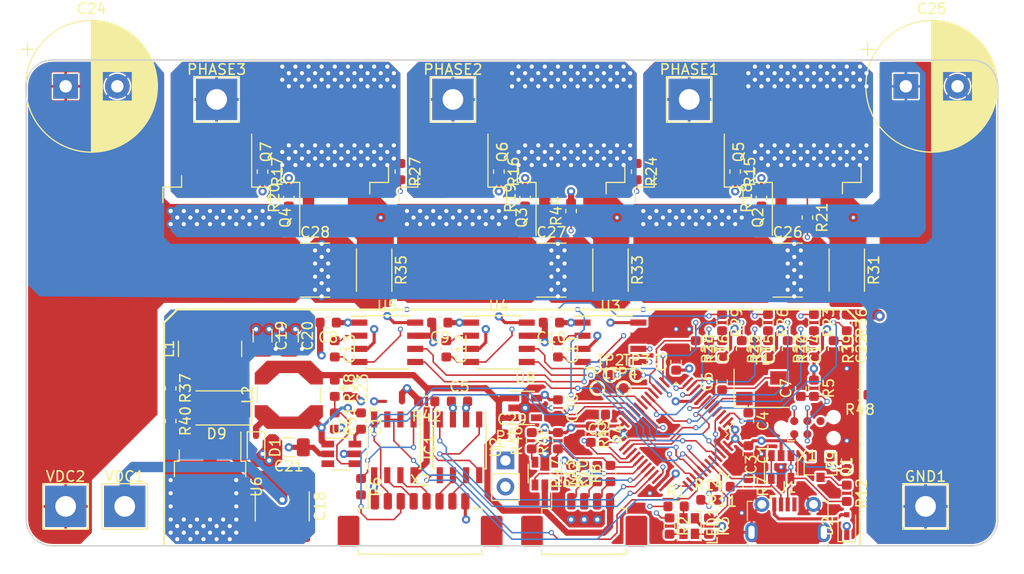
<source format=kicad_pcb>
(kicad_pcb (version 20171130) (host pcbnew 5.0.1)
  (layers (0 F.Cu signal) (1 In1.Cu signal) (2 In2.Cu signal) (31 B.Cu signal) (34 B.Paste user) (35 F.Paste user) (36 B.SilkS user) (37 F.SilkS user) (38 B.Mask user) (39 F.Mask user) (44 Edge.Cuts user))
  (net 0 "")
  (net 1 "Net-(TP2-Pad1)")
  (net 2 /DAC)
  (net 3 "Net-(TP4-Pad1)")
  (net 4 "Net-(TP1-Pad1)")
  (net 5 "Net-(Q7-Pad3)")
  (net 6 GNDPWR)
  (net 7 "Net-(Q5-Pad3)")
  (net 8 "Net-(Q6-Pad3)")
  (net 9 /VSENS1)
  (net 10 GND)
  (net 11 /TMP_M)
  (net 12 +3V3)
  (net 13 /VSENS2)
  (net 14 /VSENS3)
  (net 15 +VDC)
  (net 16 /VSENSBUS)
  (net 17 "Net-(R37-Pad2)")
  (net 18 +12V)
  (net 19 +5V)
  (net 20 "Net-(R38-Pad2)")
  (net 21 /ISENS3)
  (net 22 "Net-(LED1-Pad3)")
  (net 23 "Net-(R2-Pad1)")
  (net 24 "Net-(Q7-Pad1)")
  (net 25 "/Phase Driver 3/PHASE")
  (net 26 /ISENS2)
  (net 27 "/Phase Driver 2/PHASE")
  (net 28 /ISENS1)
  (net 29 /TMP_PCB)
  (net 30 "Net-(R42-Pad1)")
  (net 31 "Net-(Q5-Pad1)")
  (net 32 "Net-(Q1-Pad3)")
  (net 33 "Net-(Q6-Pad1)")
  (net 34 /HALL3)
  (net 35 "Net-(R13-Pad1)")
  (net 36 /CAN_TX)
  (net 37 "Net-(Q2-Pad1)")
  (net 38 "Net-(Q3-Pad1)")
  (net 39 "Net-(Q4-Pad1)")
  (net 40 "/Phase Driver 1/PHASE")
  (net 41 /CAN_RX)
  (net 42 "Net-(R10-Pad1)")
  (net 43 /HALL2)
  (net 44 /USB_RELEASE)
  (net 45 "Net-(R8-Pad1)")
  (net 46 /HALL1)
  (net 47 "Net-(R7-Pad1)")
  (net 48 "Net-(IC1-Pad1)")
  (net 49 /RS485_RX)
  (net 50 /NRST)
  (net 51 "Net-(R1-Pad1)")
  (net 52 "Net-(LED1-Pad4)")
  (net 53 "Net-(LED1-Pad2)")
  (net 54 "Net-(R3-Pad1)")
  (net 55 "Net-(C17-Pad1)")
  (net 56 "Net-(U7-Pad3)")
  (net 57 "Net-(C17-Pad2)")
  (net 58 "Net-(D9-Pad1)")
  (net 59 "Net-(U6-Pad5)")
  (net 60 "Net-(IC3-Pad1)")
  (net 61 "Net-(IC3-Pad3)")
  (net 62 "Net-(IC2-Pad6)")
  (net 63 "Net-(U8-Pad4)")
  (net 64 /RS485_DE)
  (net 65 "Net-(IC1-Pad6)")
  (net 66 "Net-(IC1-Pad7)")
  (net 67 "Net-(U2-Pad7)")
  (net 68 "Net-(U2-Pad6)")
  (net 69 /CAN_EN)
  (net 70 "Net-(C11-Pad1)")
  (net 71 /PWMH1)
  (net 72 /PWML1)
  (net 73 /PWML2)
  (net 74 /PWMH2)
  (net 75 "Net-(C12-Pad1)")
  (net 76 "Net-(C13-Pad1)")
  (net 77 /PWMH3)
  (net 78 /PWML3)
  (net 79 "Net-(U1-Pad4)")
  (net 80 "Net-(C4-Pad1)")
  (net 81 "Net-(C6-Pad1)")
  (net 82 /SWDIO)
  (net 83 /SWCLK)
  (net 84 "Net-(D2-Pad2)")
  (net 85 "Net-(J1-Pad4)")
  (net 86 "Net-(X1-Pad6)")
  (net 87 /RS485_TX)
  (net 88 "/Phase Driver 3/LO")
  (net 89 "/Phase Driver 2/LO")
  (net 90 "/Phase Driver 1/LO")
  (net 91 "/Phase Driver 3/HO")
  (net 92 "/Phase Driver 2/HO")
  (net 93 "/Phase Driver 1/HO")
  (module Resistor_SMD:R_0603_1608Metric (layer F.Cu) (at 133.985 69.215 180)
    (fp_text reference R48 (at 0 -1.43 180) (layer F.SilkS))
    (fp_text value 0)
    (pad 1 smd roundrect (at -0.7875 0 180) (size 0.875 0.95) (layers F.Cu F.Paste F.Mask) (net 6 GNDPWR))
    (pad 2 smd roundrect (at 0.7875 0 180) (size 0.875 0.95) (layers F.Cu F.Paste F.Mask) (net 10 GND))
  )
  (module TestPoint:TestPoint_THTPad_4.0x4.0mm_Drill2.0mm (layer F.Cu) (at 57.15 80.01)
    (fp_text reference VDC2 (at 0 -2.898) (layer F.SilkS))
    (fp_text value Conn_01x01)
    (pad 1 thru_hole rect (at 0 0) (size 4 4) (drill 2) (layers *.Cu *.Mask) (net 15 +VDC))
  )
  (module TestPoint:TestPoint_THTPad_4.0x4.0mm_Drill2.0mm (layer F.Cu) (at 140.335 80.01)
    (fp_text reference GND1 (at 0 -2.898) (layer F.SilkS))
    (fp_text value Conn_01x01)
    (pad 1 thru_hole rect (at 0 0) (size 4 4) (drill 2) (layers *.Cu *.Mask) (net 6 GNDPWR))
  )
  (module TestPoint:TestPoint_THTPad_4.0x4.0mm_Drill2.0mm (layer F.Cu) (at 62.865 80.01)
    (fp_text reference VDC1 (at 0 -2.898) (layer F.SilkS))
    (fp_text value Conn_01x01)
    (pad 1 thru_hole rect (at 0 0) (size 4 4) (drill 2) (layers *.Cu *.Mask) (net 15 +VDC))
  )
  (module Connector:Tag-Connect_TC2030-IDC-NL_2x03_P1.27mm_Vertical (layer F.Cu) (at 128.905 72.39)
    (fp_text reference X1 (at 0 2.7) (layer F.SilkS))
    (fp_text value programmer)
    (pad "" np_thru_hole circle (at 2.54 -1.016) (size 0.9906 0.9906) (drill 0.9906) (layers *.Cu *.Mask))
    (pad "" np_thru_hole circle (at 2.54 1.016) (size 0.9906 0.9906) (drill 0.9906) (layers *.Cu *.Mask))
    (pad "" np_thru_hole circle (at -2.54 0) (size 0.9906 0.9906) (drill 0.9906) (layers *.Cu *.Mask))
    (pad 1 connect circle (at -1.27 0.635) (size 0.7874 0.7874) (layers F.Cu F.Mask) (net 12 +3V3))
    (pad 2 connect circle (at -1.27 -0.635) (size 0.7874 0.7874) (layers F.Cu F.Mask) (net 82 /SWDIO))
    (pad 3 connect circle (at 0 0.635) (size 0.7874 0.7874) (layers F.Cu F.Mask) (net 50 /NRST))
    (pad 4 connect circle (at 0 -0.635) (size 0.7874 0.7874) (layers F.Cu F.Mask) (net 83 /SWCLK))
    (pad 5 connect circle (at 1.27 0.635) (size 0.7874 0.7874) (layers F.Cu F.Mask) (net 10 GND))
    (pad 6 connect circle (at 1.27 -0.635) (size 0.7874 0.7874) (layers F.Cu F.Mask) (net 86 "Net-(X1-Pad6)"))
  )
  (module Connector_Molex:Molex_PicoBlade_53261-0571_1x05-1MP_P1.25mm_Horizontal (layer F.Cu) (at 107.315 81.915)
    (fp_text reference X3 (at 0 -4.4) (layer F.SilkS))
    (fp_text value Conn_01x05)
    (pad 1 smd roundrect (at -2.5 -2.4) (size 0.8 1.6) (layers F.Cu F.Paste F.Mask) (net 10 GND))
    (pad 2 smd roundrect (at -1.25 -2.4) (size 0.8 1.6) (layers F.Cu F.Paste F.Mask) (net 35 "Net-(R13-Pad1)"))
    (pad 3 smd roundrect (at 0 -2.4) (size 0.8 1.6) (layers F.Cu F.Paste F.Mask) (net 42 "Net-(R10-Pad1)"))
    (pad 4 smd roundrect (at 1.25 -2.4) (size 0.8 1.6) (layers F.Cu F.Paste F.Mask) (net 45 "Net-(R8-Pad1)"))
    (pad 5 smd roundrect (at 2.5 -2.4) (size 0.8 1.6) (layers F.Cu F.Paste F.Mask) (net 19 +5V))
    (pad MP smd roundrect (at -5.05 0.5) (size 2.1 3) (layers F.Cu F.Paste F.Mask) (roundrect_rratio 0.119048))
    (pad MP smd roundrect (at 5.05 0.5) (size 2.1 3) (layers F.Cu F.Paste F.Mask) (roundrect_rratio 0.119048))
  )
  (module Connector_Molex:Molex_PicoBlade_53261-0871_1x08-1MP_P1.25mm_Horizontal (layer F.Cu) (at 91.44 81.915)
    (fp_text reference X2 (at 0 -4.4) (layer F.SilkS))
    (fp_text value Conn_01x08)
    (pad 1 smd roundrect (at -4.375 -2.4) (size 0.8 1.6) (layers F.Cu F.Paste F.Mask) (net 10 GND))
    (pad 2 smd roundrect (at -3.125 -2.4) (size 0.8 1.6) (layers F.Cu F.Paste F.Mask) (net 87 /RS485_TX))
    (pad 3 smd roundrect (at -1.875 -2.4) (size 0.8 1.6) (layers F.Cu F.Paste F.Mask) (net 49 /RS485_RX))
    (pad 4 smd roundrect (at -0.625 -2.4) (size 0.8 1.6) (layers F.Cu F.Paste F.Mask) (net 65 "Net-(IC1-Pad6)"))
    (pad 5 smd roundrect (at 0.625 -2.4) (size 0.8 1.6) (layers F.Cu F.Paste F.Mask) (net 66 "Net-(IC1-Pad7)"))
    (pad 6 smd roundrect (at 1.875 -2.4) (size 0.8 1.6) (layers F.Cu F.Paste F.Mask) (net 68 "Net-(U2-Pad6)"))
    (pad 7 smd roundrect (at 3.125 -2.4) (size 0.8 1.6) (layers F.Cu F.Paste F.Mask) (net 67 "Net-(U2-Pad7)"))
    (pad 8 smd roundrect (at 4.375 -2.4) (size 0.8 1.6) (layers F.Cu F.Paste F.Mask) (net 12 +3V3))
    (pad MP smd roundrect (at -6.925 0.5) (size 2.1 3) (layers F.Cu F.Paste F.Mask) (roundrect_rratio 0.119048))
    (pad MP smd roundrect (at 6.925 0.5) (size 2.1 3) (layers F.Cu F.Paste F.Mask) (roundrect_rratio 0.119048))
  )
  (module Resistor_SMD:R_0603_1608Metric (layer F.Cu) (at 104.775 73.66 90)
    (fp_text reference R45 (at 0 -1.43 90) (layer F.SilkS))
    (fp_text value 5.1k)
    (pad 1 smd roundrect (at -0.7875 0 90) (size 0.875 0.95) (layers F.Cu F.Paste F.Mask) (net 46 /HALL1))
    (pad 2 smd roundrect (at 0.7875 0 90) (size 0.875 0.95) (layers F.Cu F.Paste F.Mask) (net 12 +3V3))
  )
  (module Resistor_SMD:R_0603_1608Metric (layer F.Cu) (at 102.235 73.66 90)
    (fp_text reference R46 (at 0 -1.43 90) (layer F.SilkS))
    (fp_text value 5.1k)
    (pad 2 smd roundrect (at 0.7875 0 90) (size 0.875 0.95) (layers F.Cu F.Paste F.Mask) (net 12 +3V3))
    (pad 1 smd roundrect (at -0.7875 0 90) (size 0.875 0.95) (layers F.Cu F.Paste F.Mask) (net 43 /HALL2))
  )
  (module Resistor_SMD:R_0603_1608Metric (layer F.Cu) (at 106.045 76.835 90)
    (fp_text reference R47 (at 0 -1.43 90) (layer F.SilkS))
    (fp_text value 5.1k)
    (pad 1 smd roundrect (at -0.7875 0 90) (size 0.875 0.95) (layers F.Cu F.Paste F.Mask) (net 34 /HALL3))
    (pad 2 smd roundrect (at 0.7875 0 90) (size 0.875 0.95) (layers F.Cu F.Paste F.Mask) (net 12 +3V3))
  )
  (module Crystal:Crystal_SMD_5032-4Pin_5.0x3.2mm (layer F.Cu) (at 124.46 68.58)
    (fp_text reference Y1 (at 0 -2.8) (layer F.SilkS))
    (fp_text value 16MHz)
    (pad 1 smd rect (at -1.65 1) (size 1.6 1.3) (layers F.Cu F.Paste F.Mask) (net 80 "Net-(C4-Pad1)"))
    (pad 2 smd rect (at 1.65 1) (size 1.6 1.3) (layers F.Cu F.Paste F.Mask) (net 10 GND))
    (pad 3 smd rect (at 1.65 -1) (size 1.6 1.3) (layers F.Cu F.Paste F.Mask) (net 81 "Net-(C6-Pad1)"))
    (pad 4 smd rect (at -1.65 -1) (size 1.6 1.3) (layers F.Cu F.Paste F.Mask) (net 10 GND))
  )
  (module TestPoint:TestPoint_THTPad_4.0x4.0mm_Drill2.0mm (layer F.Cu) (at 71.755 40.64)
    (fp_text reference PHASE3 (at 0 -2.898) (layer F.SilkS))
    (fp_text value Conn_01x01)
    (pad 1 thru_hole rect (at 0 0) (size 4 4) (drill 2) (layers *.Cu *.Mask) (net 25 "/Phase Driver 3/PHASE"))
  )
  (module TestPoint:TestPoint_THTPad_4.0x4.0mm_Drill2.0mm (layer F.Cu) (at 117.475 40.64)
    (fp_text reference PHASE1 (at 0 -2.898) (layer F.SilkS))
    (fp_text value Conn_01x01)
    (pad 1 thru_hole rect (at 0 0) (size 4 4) (drill 2) (layers *.Cu *.Mask) (net 40 "/Phase Driver 1/PHASE"))
  )
  (module TestPoint:TestPoint_THTPad_4.0x4.0mm_Drill2.0mm (layer F.Cu) (at 94.615 40.64)
    (fp_text reference PHASE2 (at 0 -2.898) (layer F.SilkS))
    (fp_text value Conn_01x01)
    (pad 1 thru_hole rect (at 0 0) (size 4 4) (drill 2) (layers *.Cu *.Mask) (net 27 "/Phase Driver 2/PHASE"))
  )
  (module Inductor_SMD:L_Coilcraft_LPS6235 (layer F.Cu) (at 78.74 69.215 90)
    (fp_text reference L2 (at 0 -4 90) (layer F.SilkS))
    (fp_text value 6.8u)
    (pad 2 smd rect (at 1.848868 -1.773962 132.5) (size 0.813941 1.627882) (layers F.Cu F.Paste F.Mask) (net 19 +5V))
    (pad 1 smd rect (at -1.848868 1.773962 132.5) (size 0.813941 1.627882) (layers F.Cu F.Paste F.Mask) (net 55 "Net-(C17-Pad1)"))
    (pad 1 smd rect (at -2.41875 2.41875 135) (size 0.830851 1.661701) (layers F.Cu F.Paste F.Mask) (net 55 "Net-(C17-Pad1)"))
    (pad 2 smd rect (at 1.5625 -2.7 90) (size 1.125 1.2) (layers F.Cu F.Paste F.Mask) (net 19 +5V))
    (pad 2 smd rect (at 1.5625 2.7 90) (size 1.125 1.2) (layers F.Cu F.Paste F.Mask) (net 19 +5V))
    (pad 1 smd rect (at -1.5625 2.7 90) (size 1.125 1.2) (layers F.Cu F.Paste F.Mask) (net 55 "Net-(C17-Pad1)"))
    (pad 2 smd rect (at 2.7 0 90) (size 1.2 4.25) (layers F.Cu F.Paste F.Mask) (net 19 +5V))
    (pad 1 smd rect (at -2.41875 -2.41875 45) (size 0.830851 1.661701) (layers F.Cu F.Paste F.Mask) (net 55 "Net-(C17-Pad1)"))
    (pad 1 smd rect (at -1.848868 -1.773962 47.5) (size 0.813941 1.627882) (layers F.Cu F.Paste F.Mask) (net 55 "Net-(C17-Pad1)"))
    (pad 1 smd rect (at -1.5625 -2.7 90) (size 1.125 1.2) (layers F.Cu F.Paste F.Mask) (net 55 "Net-(C17-Pad1)"))
    (pad 1 smd rect (at -2.7 0 90) (size 1.2 4.25) (layers F.Cu F.Paste F.Mask) (net 55 "Net-(C17-Pad1)"))
    (pad 2 smd rect (at 1.848868 1.773962 47.5) (size 0.813941 1.627882) (layers F.Cu F.Paste F.Mask) (net 19 +5V))
    (pad 2 smd rect (at 2.41875 2.41875 45) (size 0.830851 1.661701) (layers F.Cu F.Paste F.Mask) (net 19 +5V))
    (pad 2 smd rect (at 2.41875 -2.41875 135) (size 0.830851 1.661701) (layers F.Cu F.Paste F.Mask) (net 19 +5V))
  )
  (module Inductor_SMD:L_Coilcraft_LPS6235 (layer F.Cu) (at 71.12 64.77 90)
    (fp_text reference L1 (at 0 -4 90) (layer F.SilkS))
    (fp_text value 100u)
    (pad 2 smd rect (at 1.848868 -1.773962 132.5) (size 0.813941 1.627882) (layers F.Cu F.Paste F.Mask) (net 18 +12V))
    (pad 1 smd rect (at -1.848868 1.773962 132.5) (size 0.813941 1.627882) (layers F.Cu F.Paste F.Mask) (net 58 "Net-(D9-Pad1)"))
    (pad 1 smd rect (at -2.41875 2.41875 135) (size 0.830851 1.661701) (layers F.Cu F.Paste F.Mask) (net 58 "Net-(D9-Pad1)"))
    (pad 2 smd rect (at 1.5625 -2.7 90) (size 1.125 1.2) (layers F.Cu F.Paste F.Mask) (net 18 +12V))
    (pad 2 smd rect (at 1.5625 2.7 90) (size 1.125 1.2) (layers F.Cu F.Paste F.Mask) (net 18 +12V))
    (pad 1 smd rect (at -1.5625 2.7 90) (size 1.125 1.2) (layers F.Cu F.Paste F.Mask) (net 58 "Net-(D9-Pad1)"))
    (pad 2 smd rect (at 2.7 0 90) (size 1.2 4.25) (layers F.Cu F.Paste F.Mask) (net 18 +12V))
    (pad 1 smd rect (at -2.41875 -2.41875 45) (size 0.830851 1.661701) (layers F.Cu F.Paste F.Mask) (net 58 "Net-(D9-Pad1)"))
    (pad 1 smd rect (at -1.848868 -1.773962 47.5) (size 0.813941 1.627882) (layers F.Cu F.Paste F.Mask) (net 58 "Net-(D9-Pad1)"))
    (pad 1 smd rect (at -1.5625 -2.7 90) (size 1.125 1.2) (layers F.Cu F.Paste F.Mask) (net 58 "Net-(D9-Pad1)"))
    (pad 1 smd rect (at -2.7 0 90) (size 1.2 4.25) (layers F.Cu F.Paste F.Mask) (net 58 "Net-(D9-Pad1)"))
    (pad 2 smd rect (at 1.848868 1.773962 47.5) (size 0.813941 1.627882) (layers F.Cu F.Paste F.Mask) (net 18 +12V))
    (pad 2 smd rect (at 2.41875 2.41875 45) (size 0.830851 1.661701) (layers F.Cu F.Paste F.Mask) (net 18 +12V))
    (pad 2 smd rect (at 2.41875 -2.41875 135) (size 0.830851 1.661701) (layers F.Cu F.Paste F.Mask) (net 18 +12V))
  )
  (module Package_TO_SOT_SMD:TO-263-2 (layer F.Cu) (at 94.615 52.07 270)
    (fp_text reference Q3 (at 0 -6.65 270) (layer F.SilkS))
    (fp_text value IRF3205)
    (pad 2 smd rect (at 3.375 0 270) (size 9.4 10.8) (layers F.Cu F.Mask) (net 15 +VDC))
    (pad 3 smd rect (at -5.775 2.54 270) (size 4.6 1.1) (layers F.Cu F.Paste F.Mask) (net 27 "/Phase Driver 2/PHASE"))
    (pad 1 smd rect (at -5.775 -2.54 270) (size 4.6 1.1) (layers F.Cu F.Paste F.Mask) (net 38 "Net-(Q3-Pad1)"))
  )
  (module Package_TO_SOT_SMD:TO-263-2 (layer F.Cu) (at 128.905 45.72 90)
    (fp_text reference Q5 (at 0 -6.65 90) (layer F.SilkS))
    (fp_text value IRF3205)
    (pad 1 smd rect (at -5.775 -2.54 90) (size 4.6 1.1) (layers F.Cu F.Paste F.Mask) (net 31 "Net-(Q5-Pad1)"))
    (pad 3 smd rect (at -5.775 2.54 90) (size 4.6 1.1) (layers F.Cu F.Paste F.Mask) (net 7 "Net-(Q5-Pad3)"))
    (pad 2 smd rect (at 3.375 0 90) (size 9.4 10.8) (layers F.Cu F.Mask) (net 40 "/Phase Driver 1/PHASE"))
  )
  (module Package_TO_SOT_SMD:TO-263-2 (layer F.Cu) (at 106.045 45.72 90)
    (fp_text reference Q6 (at 0 -6.65 90) (layer F.SilkS))
    (fp_text value IRF3205)
    (pad 2 smd rect (at 3.375 0 90) (size 9.4 10.8) (layers F.Cu F.Mask) (net 27 "/Phase Driver 2/PHASE"))
    (pad 3 smd rect (at -5.775 2.54 90) (size 4.6 1.1) (layers F.Cu F.Paste F.Mask) (net 8 "Net-(Q6-Pad3)"))
    (pad 1 smd rect (at -5.775 -2.54 90) (size 4.6 1.1) (layers F.Cu F.Paste F.Mask) (net 33 "Net-(Q6-Pad1)"))
  )
  (module Package_TO_SOT_SMD:TO-263-2 (layer F.Cu) (at 117.475 52.07 270)
    (fp_text reference Q2 (at 0 -6.65 270) (layer F.SilkS))
    (fp_text value IRF3205)
    (pad 1 smd rect (at -5.775 -2.54 270) (size 4.6 1.1) (layers F.Cu F.Paste F.Mask) (net 37 "Net-(Q2-Pad1)"))
    (pad 3 smd rect (at -5.775 2.54 270) (size 4.6 1.1) (layers F.Cu F.Paste F.Mask) (net 40 "/Phase Driver 1/PHASE"))
    (pad 2 smd rect (at 3.375 0 270) (size 9.4 10.8) (layers F.Cu F.Mask) (net 15 +VDC))
  )
  (module Package_TO_SOT_SMD:TO-263-2 (layer F.Cu) (at 83.185 45.72 90)
    (fp_text reference Q7 (at 0 -6.65 90) (layer F.SilkS))
    (fp_text value IRF3205)
    (pad 2 smd rect (at 3.375 0 90) (size 9.4 10.8) (layers F.Cu F.Mask) (net 25 "/Phase Driver 3/PHASE"))
    (pad 3 smd rect (at -5.775 2.54 90) (size 4.6 1.1) (layers F.Cu F.Paste F.Mask) (net 5 "Net-(Q7-Pad3)"))
    (pad 1 smd rect (at -5.775 -2.54 90) (size 4.6 1.1) (layers F.Cu F.Paste F.Mask) (net 24 "Net-(Q7-Pad1)"))
  )
  (module Package_TO_SOT_SMD:TO-263-2 (layer F.Cu) (at 71.755 52.07 270)
    (fp_text reference Q4 (at 0 -6.65 270) (layer F.SilkS))
    (fp_text value IRF3205)
    (pad 1 smd rect (at -5.775 -2.54 270) (size 4.6 1.1) (layers F.Cu F.Paste F.Mask) (net 39 "Net-(Q4-Pad1)"))
    (pad 3 smd rect (at -5.775 2.54 270) (size 4.6 1.1) (layers F.Cu F.Paste F.Mask) (net 25 "/Phase Driver 3/PHASE"))
    (pad 2 smd rect (at 3.375 0 270) (size 9.4 10.8) (layers F.Cu F.Mask) (net 15 +VDC))
  )
  (module Resistor_SMD:R_0603_1608Metric (layer F.Cu) (at 106.045 51.435 90)
    (fp_text reference R44 (at 0 -1.43 90) (layer F.SilkS))
    (fp_text value Thermistor_NTC)
    (pad 1 smd roundrect (at -0.7875 0 90) (size 0.875 0.95) (layers F.Cu F.Paste F.Mask) (net 29 /TMP_PCB))
    (pad 2 smd roundrect (at 0.7875 0 90) (size 0.875 0.95) (layers F.Cu F.Paste F.Mask) (net 10 GND))
  )
  (module Diode_SMD:D_SOD-323F (layer F.Cu) (at 132.715 81.915 90)
    (fp_text reference D2 (at 0 -1.85 90) (layer F.SilkS))
    (fp_text value 1N4148)
    (pad 1 smd rect (at -1.1 0 90) (size 0.5 0.5) (layers F.Cu F.Paste F.Mask) (net 18 +12V))
    (pad 2 smd rect (at 1.1 0 90) (size 0.5 0.5) (layers F.Cu F.Paste F.Mask) (net 84 "Net-(D2-Pad2)"))
  )
  (module LED_SMD:LED_Cree-PLCC4_2x2mm_CW (layer F.Cu) (at 117.475 81.915 270)
    (fp_text reference LED1 (at 0 -2.25 270) (layer F.SilkS))
    (fp_text value CLMVB-FKA)
    (pad 1 smd rect (at -0.75 -0.55 270) (size 1 0.8) (layers F.Cu F.Paste F.Mask) (net 12 +3V3))
    (pad 2 smd rect (at 0.75 -0.55 270) (size 1 0.8) (layers F.Cu F.Paste F.Mask) (net 53 "Net-(LED1-Pad2)"))
    (pad 3 smd rect (at 0.75 0.55 270) (size 1 0.8) (layers F.Cu F.Paste F.Mask) (net 22 "Net-(LED1-Pad3)"))
    (pad 4 smd rect (at -0.75 0.55 270) (size 1 0.8) (layers F.Cu F.Paste F.Mask) (net 52 "Net-(LED1-Pad4)"))
  )
  (module Capacitor_SMD:C_0603_1608Metric (layer F.Cu) (at 95.25 69.85)
    (fp_text reference C5 (at 0 -1.43) (layer F.SilkS))
    (fp_text value 100n)
    (pad 1 smd roundrect (at -0.7875 0) (size 0.875 0.95) (layers F.Cu F.Paste F.Mask) (net 12 +3V3))
    (pad 2 smd roundrect (at 0.7875 0) (size 0.875 0.95) (layers F.Cu F.Paste F.Mask) (net 10 GND))
  )
  (module Capacitor_SMD:C_2220_5650Metric (layer F.Cu) (at 78.105 80.01 270)
    (fp_text reference C18 (at 0 -3.65 270) (layer F.SilkS))
    (fp_text value 22u)
    (pad 1 smd roundrect (at -2.55 0 270) (size 1.8 5.4) (layers F.Cu F.Paste F.Mask) (roundrect_rratio 0.138889) (net 15 +VDC))
    (pad 2 smd roundrect (at 2.55 0 270) (size 1.8 5.4) (layers F.Cu F.Paste F.Mask) (roundrect_rratio 0.138889) (net 6 GNDPWR))
  )
  (module Capacitor_SMD:C_1206_3216Metric (layer F.Cu) (at 78.74 63.5 270)
    (fp_text reference C20 (at 0 -1.82 270) (layer F.SilkS))
    (fp_text value 10u)
    (pad 2 smd roundrect (at 1.4 0 270) (size 1.25 1.75) (layers F.Cu F.Paste F.Mask) (roundrect_rratio 0.2) (net 6 GNDPWR))
    (pad 1 smd roundrect (at -1.4 0 270) (size 1.25 1.75) (layers F.Cu F.Paste F.Mask) (roundrect_rratio 0.2) (net 18 +12V))
  )
  (module Capacitor_SMD:C_1206_3216Metric (layer F.Cu) (at 76.2 63.5 270)
    (fp_text reference C19 (at 0 -1.82 270) (layer F.SilkS))
    (fp_text value 10u)
    (pad 1 smd roundrect (at -1.4 0 270) (size 1.25 1.75) (layers F.Cu F.Paste F.Mask) (roundrect_rratio 0.2) (net 18 +12V))
    (pad 2 smd roundrect (at 1.4 0 270) (size 1.25 1.75) (layers F.Cu F.Paste F.Mask) (roundrect_rratio 0.2) (net 6 GNDPWR))
  )
  (module Capacitor_SMD:C_1206_3216Metric (layer F.Cu) (at 78.74 74.295 180)
    (fp_text reference C21 (at 0 -1.82 180) (layer F.SilkS))
    (fp_text value 10u)
    (pad 1 smd roundrect (at -1.4 0 180) (size 1.25 1.75) (layers F.Cu F.Paste F.Mask) (roundrect_rratio 0.2) (net 18 +12V))
    (pad 2 smd roundrect (at 1.4 0 180) (size 1.25 1.75) (layers F.Cu F.Paste F.Mask) (roundrect_rratio 0.2) (net 10 GND))
  )
  (module Diode_SMD:D_SMA (layer F.Cu) (at 71.755 70.485 180)
    (fp_text reference D9 (at 0 -2.5 180) (layer F.SilkS))
    (fp_text value B230)
    (pad 1 smd rect (at -2 0 180) (size 2.5 1.8) (layers F.Cu F.Paste F.Mask) (net 58 "Net-(D9-Pad1)"))
    (pad 2 smd rect (at 2 0 180) (size 2.5 1.8) (layers F.Cu F.Paste F.Mask) (net 6 GNDPWR))
  )
  (module Capacitor_SMD:C_0603_1608Metric (layer F.Cu) (at 84.455 68.58 270)
    (fp_text reference C23 (at 0 -1.43 270) (layer F.SilkS))
    (fp_text value 10u)
    (pad 1 smd roundrect (at -0.7875 0 270) (size 0.875 0.95) (layers F.Cu F.Paste F.Mask) (net 19 +5V))
    (pad 2 smd roundrect (at 0.7875 0 270) (size 0.875 0.95) (layers F.Cu F.Paste F.Mask) (net 10 GND))
  )
  (module Diode_SMD:D_SOD-323F (layer F.Cu) (at 75.565 74.295 270)
    (fp_text reference D1 (at 0 -1.85 270) (layer F.SilkS))
    (fp_text value 1N4148)
    (pad 1 smd rect (at -1.1 0 270) (size 0.5 0.5) (layers F.Cu F.Paste F.Mask) (net 55 "Net-(C17-Pad1)"))
    (pad 2 smd rect (at 1.1 0 270) (size 0.5 0.5) (layers F.Cu F.Paste F.Mask) (net 10 GND))
  )
  (module Capacitor_THT:CP_Radial_D12.5mm_P5.00mm (layer F.Cu) (at 138.43 39.37)
    (fp_text reference C25 (at 2.5 -7.5) (layer F.SilkS))
    (fp_text value 10u)
    (pad 2 thru_hole circle (at 5 0) (size 2.4 2.4) (drill 1.2) (layers *.Cu *.Mask) (net 6 GNDPWR))
    (pad 1 thru_hole rect (at 0 0) (size 2.4 2.4) (drill 1.2) (layers *.Cu *.Mask) (net 15 +VDC))
  )
  (module Capacitor_THT:CP_Radial_D12.5mm_P5.00mm (layer F.Cu) (at 57.15 39.37)
    (fp_text reference C24 (at 2.5 -7.5) (layer F.SilkS))
    (fp_text value 10u)
    (pad 1 thru_hole rect (at 0 0) (size 2.4 2.4) (drill 1.2) (layers *.Cu *.Mask) (net 15 +VDC))
    (pad 2 thru_hole circle (at 5 0) (size 2.4 2.4) (drill 1.2) (layers *.Cu *.Mask) (net 6 GNDPWR))
  )
  (module Capacitor_SMD:C_0603_1608Metric (layer F.Cu) (at 108.585 71.12 180)
    (fp_text reference C2 (at 0 -1.43 180) (layer F.SilkS))
    (fp_text value 100n)
    (pad 2 smd roundrect (at 0.7875 0 180) (size 0.875 0.95) (layers F.Cu F.Paste F.Mask) (net 10 GND))
    (pad 1 smd roundrect (at -0.7875 0 180) (size 0.875 0.95) (layers F.Cu F.Paste F.Mask) (net 12 +3V3))
  )
  (module Capacitor_SMD:C_0603_1608Metric (layer F.Cu) (at 93.98 64.77 270)
    (fp_text reference C12 (at 0 -1.43 270) (layer F.SilkS))
    (fp_text value 1u)
    (pad 2 smd roundrect (at 0.7875 0 270) (size 0.875 0.95) (layers F.Cu F.Paste F.Mask) (net 27 "/Phase Driver 2/PHASE"))
    (pad 1 smd roundrect (at -0.7875 0 270) (size 0.875 0.95) (layers F.Cu F.Paste F.Mask) (net 75 "Net-(C12-Pad1)"))
  )
  (module Capacitor_SMD:C_0603_1608Metric (layer F.Cu) (at 123.19 74.93 270)
    (fp_text reference C1 (at 0 -1.43 270) (layer F.SilkS))
    (fp_text value 100n)
    (pad 1 smd roundrect (at -0.7875 0 270) (size 0.875 0.95) (layers F.Cu F.Paste F.Mask) (net 12 +3V3))
    (pad 2 smd roundrect (at 0.7875 0 270) (size 0.875 0.95) (layers F.Cu F.Paste F.Mask) (net 10 GND))
  )
  (module Capacitor_SMD:C_0603_1608Metric (layer F.Cu) (at 116.205 66.04 90)
    (fp_text reference C3 (at 0 -1.43 90) (layer F.SilkS))
    (fp_text value 100n)
    (pad 2 smd roundrect (at 0.7875 0 90) (size 0.875 0.95) (layers F.Cu F.Paste F.Mask) (net 10 GND))
    (pad 1 smd roundrect (at -0.7875 0 90) (size 0.875 0.95) (layers F.Cu F.Paste F.Mask) (net 12 +3V3))
  )
  (module Capacitor_SMD:C_0603_1608Metric (layer F.Cu) (at 123.19 71.755 270)
    (fp_text reference C4 (at 0 -1.43 270) (layer F.SilkS))
    (fp_text value 18p)
    (pad 1 smd roundrect (at -0.7875 0 270) (size 0.875 0.95) (layers F.Cu F.Paste F.Mask) (net 80 "Net-(C4-Pad1)"))
    (pad 2 smd roundrect (at 0.7875 0 270) (size 0.875 0.95) (layers F.Cu F.Paste F.Mask) (net 10 GND))
  )
  (module Capacitor_SMD:C_0603_1608Metric (layer F.Cu) (at 120.65 67.945 90)
    (fp_text reference C6 (at 0 -1.43 90) (layer F.SilkS))
    (fp_text value 18p)
    (pad 2 smd roundrect (at 0.7875 0 90) (size 0.875 0.95) (layers F.Cu F.Paste F.Mask) (net 10 GND))
    (pad 1 smd roundrect (at -0.7875 0 90) (size 0.875 0.95) (layers F.Cu F.Paste F.Mask) (net 81 "Net-(C6-Pad1)"))
  )
  (module Capacitor_SMD:C_0603_1608Metric (layer F.Cu) (at 128.27 68.58 90)
    (fp_text reference C7 (at 0 -1.43 90) (layer F.SilkS))
    (fp_text value 100n)
    (pad 1 smd roundrect (at -0.7875 0 90) (size 0.875 0.95) (layers F.Cu F.Paste F.Mask) (net 50 /NRST))
    (pad 2 smd roundrect (at 0.7875 0 90) (size 0.875 0.95) (layers F.Cu F.Paste F.Mask) (net 10 GND))
  )
  (module Capacitor_SMD:C_0603_1608Metric (layer F.Cu) (at 82.55 62.23 180)
    (fp_text reference C8 (at 0 -1.43 180) (layer F.SilkS))
    (fp_text value 2.2u)
    (pad 2 smd roundrect (at 0.7875 0 180) (size 0.875 0.95) (layers F.Cu F.Paste F.Mask) (net 10 GND))
    (pad 1 smd roundrect (at -0.7875 0 180) (size 0.875 0.95) (layers F.Cu F.Paste F.Mask) (net 18 +12V))
  )
  (module Capacitor_SMD:C_0603_1608Metric (layer F.Cu) (at 93.345 62.23 180)
    (fp_text reference C9 (at 0 -1.43 180) (layer F.SilkS))
    (fp_text value 2.2u)
    (pad 1 smd roundrect (at -0.7875 0 180) (size 0.875 0.95) (layers F.Cu F.Paste F.Mask) (net 18 +12V))
    (pad 2 smd roundrect (at 0.7875 0 180) (size 0.875 0.95) (layers F.Cu F.Paste F.Mask) (net 10 GND))
  )
  (module Capacitor_SMD:C_0603_1608Metric (layer F.Cu) (at 104.775 64.77 270)
    (fp_text reference C11 (at 0 -1.43 270) (layer F.SilkS))
    (fp_text value 1u)
    (pad 2 smd roundrect (at 0.7875 0 270) (size 0.875 0.95) (layers F.Cu F.Paste F.Mask) (net 40 "/Phase Driver 1/PHASE"))
    (pad 1 smd roundrect (at -0.7875 0 270) (size 0.875 0.95) (layers F.Cu F.Paste F.Mask) (net 70 "Net-(C11-Pad1)"))
  )
  (module Capacitor_SMD:C_0603_1608Metric (layer F.Cu) (at 83.185 64.77 270)
    (fp_text reference C13 (at 0 -1.43 270) (layer F.SilkS))
    (fp_text value 1u)
    (pad 2 smd roundrect (at 0.7875 0 270) (size 0.875 0.95) (layers F.Cu F.Paste F.Mask) (net 25 "/Phase Driver 3/PHASE"))
    (pad 1 smd roundrect (at -0.7875 0 270) (size 0.875 0.95) (layers F.Cu F.Paste F.Mask) (net 76 "Net-(C13-Pad1)"))
  )
  (module Capacitor_SMD:C_0603_1608Metric (layer F.Cu) (at 128.27 64.77 270)
    (fp_text reference C14 (at 0 -1.43 270) (layer F.SilkS))
    (fp_text value 1n)
    (pad 2 smd roundrect (at 0.7875 0 270) (size 0.875 0.95) (layers F.Cu F.Paste F.Mask) (net 10 GND))
    (pad 1 smd roundrect (at -0.7875 0 270) (size 0.875 0.95) (layers F.Cu F.Paste F.Mask) (net 28 /ISENS1))
  )
  (module Capacitor_SMD:C_0603_1608Metric (layer F.Cu) (at 123.825 64.77 270)
    (fp_text reference C15 (at 0 -1.43 270) (layer F.SilkS))
    (fp_text value 1n)
    (pad 1 smd roundrect (at -0.7875 0 270) (size 0.875 0.95) (layers F.Cu F.Paste F.Mask) (net 26 /ISENS2))
    (pad 2 smd roundrect (at 0.7875 0 270) (size 0.875 0.95) (layers F.Cu F.Paste F.Mask) (net 10 GND))
  )
  (module Capacitor_SMD:C_0603_1608Metric (layer F.Cu) (at 119.38 64.77 270)
    (fp_text reference C16 (at 0 -1.43 270) (layer F.SilkS))
    (fp_text value 1n)
    (pad 2 smd roundrect (at 0.7875 0 270) (size 0.875 0.95) (layers F.Cu F.Paste F.Mask) (net 10 GND))
    (pad 1 smd roundrect (at -0.7875 0 270) (size 0.875 0.95) (layers F.Cu F.Paste F.Mask) (net 21 /ISENS3))
  )
  (module Capacitor_SMD:C_0603_1608Metric (layer F.Cu) (at 85.725 71.755 270)
    (fp_text reference C17 (at 0 -1.43 270) (layer F.SilkS))
    (fp_text value 100n)
    (pad 1 smd roundrect (at -0.7875 0 270) (size 0.875 0.95) (layers F.Cu F.Paste F.Mask) (net 55 "Net-(C17-Pad1)"))
    (pad 2 smd roundrect (at 0.7875 0 270) (size 0.875 0.95) (layers F.Cu F.Paste F.Mask) (net 57 "Net-(C17-Pad2)"))
  )
  (module Capacitor_SMD:C_0603_1608Metric (layer F.Cu) (at 132.715 64.77 270)
    (fp_text reference C22 (at 0 -1.43 270) (layer F.SilkS))
    (fp_text value 1n)
    (pad 2 smd roundrect (at 0.7875 0 270) (size 0.875 0.95) (layers F.Cu F.Paste F.Mask) (net 10 GND))
    (pad 1 smd roundrect (at -0.7875 0 270) (size 0.875 0.95) (layers F.Cu F.Paste F.Mask) (net 16 /VSENSBUS))
  )
  (module Capacitor_SMD:C_0603_1608Metric (layer F.Cu) (at 100.33 73.025)
    (fp_text reference C29 (at 0 -1.43) (layer F.SilkS))
    (fp_text value 10u)
    (pad 1 smd roundrect (at -0.7875 0) (size 0.875 0.95) (layers F.Cu F.Paste F.Mask) (net 19 +5V))
    (pad 2 smd roundrect (at 0.7875 0) (size 0.875 0.95) (layers F.Cu F.Paste F.Mask) (net 10 GND))
  )
  (module Capacitor_SMD:C_0603_1608Metric (layer F.Cu) (at 104.775 70.485 270)
    (fp_text reference C30 (at 0 -1.43 270) (layer F.SilkS))
    (fp_text value 10u)
    (pad 2 smd roundrect (at 0.7875 0 270) (size 0.875 0.95) (layers F.Cu F.Paste F.Mask) (net 10 GND))
    (pad 1 smd roundrect (at -0.7875 0 270) (size 0.875 0.95) (layers F.Cu F.Paste F.Mask) (net 12 +3V3))
  )
  (module Capacitor_SMD:C_0603_1608Metric (layer F.Cu) (at 104.14 62.23 180)
    (fp_text reference C10 (at 0 -1.43 180) (layer F.SilkS))
    (fp_text value 2.2u)
    (pad 1 smd roundrect (at -0.7875 0 180) (size 0.875 0.95) (layers F.Cu F.Paste F.Mask) (net 18 +12V))
    (pad 2 smd roundrect (at 0.7875 0 180) (size 0.875 0.95) (layers F.Cu F.Paste F.Mask) (net 10 GND))
  )
  (module Capacitor_SMD:C_2220_5650Metric (layer F.Cu) (at 127 57.15)
    (fp_text reference C26 (at 0 -3.65) (layer F.SilkS))
    (fp_text value 47u)
    (pad 2 smd roundrect (at 2.55 0) (size 1.8 5.4) (layers F.Cu F.Paste F.Mask) (roundrect_rratio 0.138889) (net 6 GNDPWR))
    (pad 1 smd roundrect (at -2.55 0) (size 1.8 5.4) (layers F.Cu F.Paste F.Mask) (roundrect_rratio 0.138889) (net 15 +VDC))
  )
  (module Capacitor_SMD:C_2220_5650Metric (layer F.Cu) (at 104.14 57.15)
    (fp_text reference C27 (at 0 -3.65) (layer F.SilkS))
    (fp_text value 47u)
    (pad 2 smd roundrect (at 2.55 0) (size 1.8 5.4) (layers F.Cu F.Paste F.Mask) (roundrect_rratio 0.138889) (net 6 GNDPWR))
    (pad 1 smd roundrect (at -2.55 0) (size 1.8 5.4) (layers F.Cu F.Paste F.Mask) (roundrect_rratio 0.138889) (net 15 +VDC))
  )
  (module Capacitor_SMD:C_2220_5650Metric (layer F.Cu) (at 81.28 57.15)
    (fp_text reference C28 (at 0 -3.65) (layer F.SilkS))
    (fp_text value 47u)
    (pad 1 smd roundrect (at -2.55 0) (size 1.8 5.4) (layers F.Cu F.Paste F.Mask) (roundrect_rratio 0.138889) (net 15 +VDC))
    (pad 2 smd roundrect (at 2.55 0) (size 1.8 5.4) (layers F.Cu F.Paste F.Mask) (roundrect_rratio 0.138889) (net 6 GNDPWR))
  )
  (module Connector_PinHeader_2.54mm:PinHeader_1x02_P2.54mm_Vertical (layer F.Cu) (at 99.695 75.565)
    (fp_text reference P1 (at 0 -2.33) (layer F.SilkS))
    (fp_text value Conn_01x02)
    (pad 1 thru_hole rect (at 0 0) (size 1.7 1.7) (drill 1) (layers *.Cu *.Mask) (net 11 /TMP_M))
    (pad 2 thru_hole oval (at 0 2.54) (size 1.7 1.7) (drill 1) (layers *.Cu *.Mask) (net 10 GND))
  )
  (module Connector_USB:USB_Micro-B_Molex-105017-0001 (layer F.Cu) (at 127 81.28)
    (fp_text reference J1 (at 0 -3.1125) (layer F.SilkS))
    (fp_text value USB_B_Micro)
    (pad 6 smd rect (at 1 1.2375) (size 1.5 1.9) (layers F.Cu F.Paste F.Mask) (net 10 GND))
    (pad 6 thru_hole circle (at -2.5 -1.4625) (size 1.45 1.45) (drill 0.85) (layers *.Cu *.Mask) (net 10 GND))
    (pad 2 smd rect (at -0.65 -1.4625) (size 0.4 1.35) (layers F.Cu F.Paste F.Mask) (net 60 "Net-(IC3-Pad1)"))
    (pad 1 smd rect (at -1.3 -1.4625) (size 0.4 1.35) (layers F.Cu F.Paste F.Mask) (net 84 "Net-(D2-Pad2)"))
    (pad 5 smd rect (at 1.3 -1.4625) (size 0.4 1.35) (layers F.Cu F.Paste F.Mask) (net 10 GND))
    (pad 4 smd rect (at 0.65 -1.4625) (size 0.4 1.35) (layers F.Cu F.Paste F.Mask) (net 85 "Net-(J1-Pad4)"))
    (pad 3 smd rect (at 0 -1.4625) (size 0.4 1.35) (layers F.Cu F.Paste F.Mask) (net 61 "Net-(IC3-Pad3)"))
    (pad 6 thru_hole circle (at 2.5 -1.4625) (size 1.45 1.45) (drill 0.85) (layers *.Cu *.Mask) (net 10 GND))
    (pad 6 smd rect (at -1 1.2375) (size 1.5 1.9) (layers F.Cu F.Paste F.Mask) (net 10 GND))
    (pad 6 thru_hole oval (at -3.5 1.2375 180) (size 1.2 1.9) (drill oval 0.6 1.3) (layers *.Cu *.Mask) (net 10 GND))
    (pad 6 thru_hole oval (at 3.5 1.2375) (size 1.2 1.9) (drill oval 0.6 1.3) (layers *.Cu *.Mask) (net 10 GND))
    (pad 6 smd rect (at 2.9 1.2375) (size 1.2 1.9) (layers F.Cu F.Mask) (net 10 GND))
    (pad 6 smd rect (at -2.9 1.2375) (size 1.2 1.9) (layers F.Cu F.Mask) (net 10 GND))
  )
  (module Package_QFP:LQFP-48_7x7mm_P0.5mm (layer F.Cu) (at 116.205 73.025 225)
    (fp_text reference U1 (at 0 -6 225) (layer F.SilkS))
    (fp_text value STM32F303CBT6)
    (pad 1 smd rect (at -4.35 -2.75 225) (size 1.3 0.25) (layers F.Cu F.Paste F.Mask) (net 12 +3V3))
    (pad 2 smd rect (at -4.35 -2.25 225) (size 1.3 0.25) (layers F.Cu F.Paste F.Mask) (net 44 /USB_RELEASE))
    (pad 3 smd rect (at -4.35 -1.749999 225) (size 1.3 0.25) (layers F.Cu F.Paste F.Mask) (net 69 /CAN_EN))
    (pad 4 smd rect (at -4.35 -1.25 225) (size 1.3 0.25) (layers F.Cu F.Paste F.Mask) (net 79 "Net-(U1-Pad4)"))
    (pad 5 smd rect (at -4.35 -0.750001 225) (size 1.3 0.25) (layers F.Cu F.Paste F.Mask) (net 80 "Net-(C4-Pad1)"))
    (pad 6 smd rect (at -4.35 -0.25 225) (size 1.3 0.25) (layers F.Cu F.Paste F.Mask) (net 81 "Net-(C6-Pad1)"))
    (pad 7 smd rect (at -4.35 0.25 225) (size 1.3 0.25) (layers F.Cu F.Paste F.Mask) (net 50 /NRST))
    (pad 8 smd rect (at -4.35 0.750001 225) (size 1.3 0.25) (layers F.Cu F.Paste F.Mask) (net 10 GND))
    (pad 9 smd rect (at -4.35 1.25 225) (size 1.3 0.25) (layers F.Cu F.Paste F.Mask) (net 12 +3V3))
    (pad 10 smd rect (at -4.35 1.749999 225) (size 1.3 0.25) (layers F.Cu F.Paste F.Mask) (net 51 "Net-(R1-Pad1)"))
    (pad 11 smd rect (at -4.35 2.25 225) (size 1.3 0.25) (layers F.Cu F.Paste F.Mask) (net 26 /ISENS2))
    (pad 12 smd rect (at -4.35 2.75 225) (size 1.3 0.25) (layers F.Cu F.Paste F.Mask) (net 1 "Net-(TP2-Pad1)"))
    (pad 13 smd rect (at -2.75 4.35 315) (size 1.3 0.25) (layers F.Cu F.Paste F.Mask) (net 13 /VSENS2))
    (pad 14 smd rect (at -2.25 4.35 315) (size 1.3 0.25) (layers F.Cu F.Paste F.Mask) (net 2 /DAC))
    (pad 15 smd rect (at -1.749999 4.35 315) (size 1.3 0.25) (layers F.Cu F.Paste F.Mask) (net 14 /VSENS3))
    (pad 16 smd rect (at -1.25 4.35 315) (size 1.3 0.25) (layers F.Cu F.Paste F.Mask) (net 3 "Net-(TP4-Pad1)"))
    (pad 17 smd rect (at -0.750001 4.35 315) (size 1.3 0.25) (layers F.Cu F.Paste F.Mask) (net 28 /ISENS1))
    (pad 18 smd rect (at -0.25 4.35 315) (size 1.3 0.25) (layers F.Cu F.Paste F.Mask) (net 21 /ISENS3))
    (pad 19 smd rect (at 0.25 4.35 315) (size 1.3 0.25) (layers F.Cu F.Paste F.Mask) (net 4 "Net-(TP1-Pad1)"))
    (pad 20 smd rect (at 0.750001 4.35 315) (size 1.3 0.25) (layers F.Cu F.Paste F.Mask) (net 23 "Net-(R2-Pad1)"))
    (pad 21 smd rect (at 1.25 4.35 315) (size 1.3 0.25) (layers F.Cu F.Paste F.Mask) (net 87 /RS485_TX))
    (pad 22 smd rect (at 1.749999 4.35 315) (size 1.3 0.25) (layers F.Cu F.Paste F.Mask) (net 49 /RS485_RX))
    (pad 23 smd rect (at 2.25 4.35 315) (size 1.3 0.25) (layers F.Cu F.Paste F.Mask) (net 10 GND))
    (pad 24 smd rect (at 2.75 4.35 315) (size 1.3 0.25) (layers F.Cu F.Paste F.Mask) (net 12 +3V3))
    (pad 25 smd rect (at 4.35 2.75 225) (size 1.3 0.25) (layers F.Cu F.Paste F.Mask) (net 16 /VSENSBUS))
    (pad 26 smd rect (at 4.35 2.25 225) (size 1.3 0.25) (layers F.Cu F.Paste F.Mask) (net 9 /VSENS1))
    (pad 27 smd rect (at 4.35 1.749999 225) (size 1.3 0.25) (layers F.Cu F.Paste F.Mask) (net 11 /TMP_M))
    (pad 28 smd rect (at 4.35 1.25 225) (size 1.3 0.25) (layers F.Cu F.Paste F.Mask) (net 29 /TMP_PCB))
    (pad 29 smd rect (at 4.35 0.750001 225) (size 1.3 0.25) (layers F.Cu F.Paste F.Mask) (net 46 /HALL1))
    (pad 30 smd rect (at 4.35 0.25 225) (size 1.3 0.25) (layers F.Cu F.Paste F.Mask) (net 43 /HALL2))
    (pad 31 smd rect (at 4.35 -0.25 225) (size 1.3 0.25) (layers F.Cu F.Paste F.Mask) (net 34 /HALL3))
    (pad 32 smd rect (at 4.35 -0.750001 225) (size 1.3 0.25) (layers F.Cu F.Paste F.Mask) (net 41 /CAN_RX))
    (pad 33 smd rect (at 4.35 -1.25 225) (size 1.3 0.25) (layers F.Cu F.Paste F.Mask) (net 36 /CAN_TX))
    (pad 34 smd rect (at 4.35 -1.749999 225) (size 1.3 0.25) (layers F.Cu F.Paste F.Mask) (net 82 /SWDIO))
    (pad 35 smd rect (at 4.35 -2.25 225) (size 1.3 0.25) (layers F.Cu F.Paste F.Mask) (net 10 GND))
    (pad 36 smd rect (at 4.35 -2.75 225) (size 1.3 0.25) (layers F.Cu F.Paste F.Mask) (net 12 +3V3))
    (pad 37 smd rect (at 2.75 -4.35 315) (size 1.3 0.25) (layers F.Cu F.Paste F.Mask) (net 83 /SWCLK))
    (pad 38 smd rect (at 2.25 -4.35 315) (size 1.3 0.25) (layers F.Cu F.Paste F.Mask) (net 64 /RS485_DE))
    (pad 39 smd rect (at 1.749999 -4.35 315) (size 1.3 0.25) (layers F.Cu F.Paste F.Mask) (net 71 /PWMH1))
    (pad 40 smd rect (at 1.25 -4.35 315) (size 1.3 0.25) (layers F.Cu F.Paste F.Mask) (net 74 /PWMH2))
    (pad 41 smd rect (at 0.750001 -4.35 315) (size 1.3 0.25) (layers F.Cu F.Paste F.Mask) (net 77 /PWMH3))
    (pad 42 smd rect (at 0.25 -4.35 315) (size 1.3 0.25) (layers F.Cu F.Paste F.Mask) (net 72 /PWML1))
    (pad 43 smd rect (at -0.25 -4.35 315) (size 1.3 0.25) (layers F.Cu F.Paste F.Mask) (net 54 "Net-(R3-Pad1)"))
    (pad 44 smd rect (at -0.750001 -4.35 315) (size 1.3 0.25) (layers F.Cu F.Paste F.Mask) (net 47 "Net-(R7-Pad1)"))
    (pad 45 smd rect (at -1.25 -4.35 315) (size 1.3 0.25) (layers F.Cu F.Paste F.Mask) (net 73 /PWML2))
    (pad 46 smd rect (at -1.749999 -4.35 315) (size 1.3 0.25) (layers F.Cu F.Paste F.Mask) (net 78 /PWML3))
    (pad 47 smd rect (at -2.25 -4.35 315) (size 1.3 0.25) (layers F.Cu F.Paste F.Mask) (net 10 GND))
    (pad 48 smd rect (at -2.75 -4.35 315) (size 1.3 0.25) (layers F.Cu F.Paste F.Mask) (net 12 +3V3))
  )
  (module Package_SO:SOIC-8_3.9x4.9mm_P1.27mm (layer F.Cu) (at 88.265 64.135)
    (fp_text reference U5 (at 0 -3.5) (layer F.SilkS))
    (fp_text value MIC4605)
    (pad 1 smd rect (at -2.7 -1.905) (size 1.55 0.6) (layers F.Cu F.Paste F.Mask) (net 18 +12V))
    (pad 2 smd rect (at -2.7 -0.635) (size 1.55 0.6) (layers F.Cu F.Paste F.Mask) (net 76 "Net-(C13-Pad1)"))
    (pad 3 smd rect (at -2.7 0.635) (size 1.55 0.6) (layers F.Cu F.Paste F.Mask) (net 91 "/Phase Driver 3/HO"))
    (pad 4 smd rect (at -2.7 1.905) (size 1.55 0.6) (layers F.Cu F.Paste F.Mask) (net 25 "/Phase Driver 3/PHASE"))
    (pad 5 smd rect (at 2.7 1.905) (size 1.55 0.6) (layers F.Cu F.Paste F.Mask) (net 77 /PWMH3))
    (pad 6 smd rect (at 2.7 0.635) (size 1.55 0.6) (layers F.Cu F.Paste F.Mask) (net 78 /PWML3))
    (pad 7 smd rect (at 2.7 -0.635) (size 1.55 0.6) (layers F.Cu F.Paste F.Mask) (net 10 GND))
    (pad 8 smd rect (at 2.7 -1.905) (size 1.55 0.6) (layers F.Cu F.Paste F.Mask) (net 88 "/Phase Driver 3/LO"))
  )
  (module Package_SO:SOIC-8_3.9x4.9mm_P1.27mm (layer F.Cu) (at 99.06 64.135)
    (fp_text reference U4 (at 0 -3.5) (layer F.SilkS))
    (fp_text value MIC4605)
    (pad 8 smd rect (at 2.7 -1.905) (size 1.55 0.6) (layers F.Cu F.Paste F.Mask) (net 89 "/Phase Driver 2/LO"))
    (pad 7 smd rect (at 2.7 -0.635) (size 1.55 0.6) (layers F.Cu F.Paste F.Mask) (net 10 GND))
    (pad 6 smd rect (at 2.7 0.635) (size 1.55 0.6) (layers F.Cu F.Paste F.Mask) (net 73 /PWML2))
    (pad 5 smd rect (at 2.7 1.905) (size 1.55 0.6) (layers F.Cu F.Paste F.Mask) (net 74 /PWMH2))
    (pad 4 smd rect (at -2.7 1.905) (size 1.55 0.6) (layers F.Cu F.Paste F.Mask) (net 27 "/Phase Driver 2/PHASE"))
    (pad 3 smd rect (at -2.7 0.635) (size 1.55 0.6) (layers F.Cu F.Paste F.Mask) (net 92 "/Phase Driver 2/HO"))
    (pad 2 smd rect (at -2.7 -0.635) (size 1.55 0.6) (layers F.Cu F.Paste F.Mask) (net 75 "Net-(C12-Pad1)"))
    (pad 1 smd rect (at -2.7 -1.905) (size 1.55 0.6) (layers F.Cu F.Paste F.Mask) (net 18 +12V))
  )
  (module Package_SO:SOIC-8_3.9x4.9mm_P1.27mm (layer F.Cu) (at 109.855 64.135)
    (fp_text reference U3 (at 0 -3.5) (layer F.SilkS))
    (fp_text value MIC4605)
    (pad 1 smd rect (at -2.7 -1.905) (size 1.55 0.6) (layers F.Cu F.Paste F.Mask) (net 18 +12V))
    (pad 2 smd rect (at -2.7 -0.635) (size 1.55 0.6) (layers F.Cu F.Paste F.Mask) (net 70 "Net-(C11-Pad1)"))
    (pad 3 smd rect (at -2.7 0.635) (size 1.55 0.6) (layers F.Cu F.Paste F.Mask) (net 93 "/Phase Driver 1/HO"))
    (pad 4 smd rect (at -2.7 1.905) (size 1.55 0.6) (layers F.Cu F.Paste F.Mask) (net 40 "/Phase Driver 1/PHASE"))
    (pad 5 smd rect (at 2.7 1.905) (size 1.55 0.6) (layers F.Cu F.Paste F.Mask) (net 71 /PWMH1))
    (pad 6 smd rect (at 2.7 0.635) (size 1.55 0.6) (layers F.Cu F.Paste F.Mask) (net 72 /PWML1))
    (pad 7 smd rect (at 2.7 -0.635) (size 1.55 0.6) (layers F.Cu F.Paste F.Mask) (net 10 GND))
    (pad 8 smd rect (at 2.7 -1.905) (size 1.55 0.6) (layers F.Cu F.Paste F.Mask) (net 90 "/Phase Driver 1/LO"))
  )
  (module Package_SO:SOIC-8_3.9x4.9mm_P1.27mm (layer F.Cu) (at 95.25 74.295 270)
    (fp_text reference U2 (at 0 -3.5 270) (layer F.SilkS))
    (fp_text value MAX3051)
    (pad 8 smd rect (at 2.7 -1.905 270) (size 1.55 0.6) (layers F.Cu F.Paste F.Mask) (net 30 "Net-(R42-Pad1)"))
    (pad 7 smd rect (at 2.7 -0.635 270) (size 1.55 0.6) (layers F.Cu F.Paste F.Mask) (net 67 "Net-(U2-Pad7)"))
    (pad 6 smd rect (at 2.7 0.635 270) (size 1.55 0.6) (layers F.Cu F.Paste F.Mask) (net 68 "Net-(U2-Pad6)"))
    (pad 5 smd rect (at 2.7 1.905 270) (size 1.55 0.6) (layers F.Cu F.Paste F.Mask) (net 69 /CAN_EN))
    (pad 4 smd rect (at -2.7 1.905 270) (size 1.55 0.6) (layers F.Cu F.Paste F.Mask) (net 41 /CAN_RX))
    (pad 3 smd rect (at -2.7 0.635 270) (size 1.55 0.6) (layers F.Cu F.Paste F.Mask) (net 12 +3V3))
    (pad 2 smd rect (at -2.7 -0.635 270) (size 1.55 0.6) (layers F.Cu F.Paste F.Mask) (net 10 GND))
    (pad 1 smd rect (at -2.7 -1.905 270) (size 1.55 0.6) (layers F.Cu F.Paste F.Mask) (net 36 /CAN_TX))
  )
  (module Package_SO:SOIC-8_3.9x4.9mm_P1.27mm (layer F.Cu) (at 88.9 74.295 270)
    (fp_text reference IC1 (at 0 -3.5 270) (layer F.SilkS))
    (fp_text value MAX485)
    (pad 1 smd rect (at -2.7 -1.905 270) (size 1.55 0.6) (layers F.Cu F.Paste F.Mask) (net 48 "Net-(IC1-Pad1)"))
    (pad 2 smd rect (at -2.7 -0.635 270) (size 1.55 0.6) (layers F.Cu F.Paste F.Mask) (net 64 /RS485_DE))
    (pad 3 smd rect (at -2.7 0.635 270) (size 1.55 0.6) (layers F.Cu F.Paste F.Mask) (net 64 /RS485_DE))
    (pad 4 smd rect (at -2.7 1.905 270) (size 1.55 0.6) (layers F.Cu F.Paste F.Mask) (net 87 /RS485_TX))
    (pad 5 smd rect (at 2.7 1.905 270) (size 1.55 0.6) (layers F.Cu F.Paste F.Mask) (net 10 GND))
    (pad 6 smd rect (at 2.7 0.635 270) (size 1.55 0.6) (layers F.Cu F.Paste F.Mask) (net 65 "Net-(IC1-Pad6)"))
    (pad 7 smd rect (at 2.7 -0.635 270) (size 1.55 0.6) (layers F.Cu F.Paste F.Mask) (net 66 "Net-(IC1-Pad7)"))
    (pad 8 smd rect (at 2.7 -1.905 270) (size 1.55 0.6) (layers F.Cu F.Paste F.Mask) (net 19 +5V))
  )
  (module Package_TO_SOT_SMD:SOT-23 (layer F.Cu) (at 130.175 76.2 270)
    (fp_text reference Q1 (at 0 -2.5 270) (layer F.SilkS))
    (fp_text value Q_PMOS_GSD)
    (pad 1 smd rect (at -1 -0.95 270) (size 0.9 0.8) (layers F.Cu F.Paste F.Mask) (net 44 /USB_RELEASE))
    (pad 2 smd rect (at -1 0.95 270) (size 0.9 0.8) (layers F.Cu F.Paste F.Mask) (net 12 +3V3))
    (pad 3 smd rect (at 1 0 270) (size 0.9 0.8) (layers F.Cu F.Paste F.Mask) (net 32 "Net-(Q1-Pad3)"))
  )
  (module Package_TO_SOT_SMD:SOT-23-5 (layer F.Cu) (at 101.6 70.485)
    (fp_text reference U8 (at 0 -2.9) (layer F.SilkS))
    (fp_text value MIC5504-3.3YM5)
    (pad 1 smd rect (at -1.1 -0.95) (size 1.06 0.65) (layers F.Cu F.Paste F.Mask) (net 19 +5V))
    (pad 2 smd rect (at -1.1 0) (size 1.06 0.65) (layers F.Cu F.Paste F.Mask) (net 10 GND))
    (pad 3 smd rect (at -1.1 0.95) (size 1.06 0.65) (layers F.Cu F.Paste F.Mask) (net 19 +5V))
    (pad 4 smd rect (at 1.1 0.95) (size 1.06 0.65) (layers F.Cu F.Paste F.Mask) (net 63 "Net-(U8-Pad4)"))
    (pad 5 smd rect (at 1.1 -0.95) (size 1.06 0.65) (layers F.Cu F.Paste F.Mask) (net 12 +3V3))
  )
  (module Package_TO_SOT_SMD:SOT-23-6 (layer F.Cu) (at 103.505 76.835 270)
    (fp_text reference IC2 (at 0 -2.9 270) (layer F.SilkS))
    (fp_text value USBLC6-4)
    (pad 5 smd rect (at 1.1 0 270) (size 1.06 0.65) (layers F.Cu F.Paste F.Mask) (net 19 +5V))
    (pad 6 smd rect (at 1.1 -0.95 270) (size 1.06 0.65) (layers F.Cu F.Paste F.Mask) (net 62 "Net-(IC2-Pad6)"))
    (pad 4 smd rect (at 1.1 0.95 270) (size 1.06 0.65) (layers F.Cu F.Paste F.Mask) (net 34 /HALL3))
    (pad 3 smd rect (at -1.1 0.95 270) (size 1.06 0.65) (layers F.Cu F.Paste F.Mask) (net 43 /HALL2))
    (pad 2 smd rect (at -1.1 0 270) (size 1.06 0.65) (layers F.Cu F.Paste F.Mask) (net 10 GND))
    (pad 1 smd rect (at -1.1 -0.95 270) (size 1.06 0.65) (layers F.Cu F.Paste F.Mask) (net 46 /HALL1))
  )
  (module Package_TO_SOT_SMD:SOT-23-6 (layer F.Cu) (at 126.365 76.2 90)
    (fp_text reference IC3 (at 0 -2.9 90) (layer F.SilkS))
    (fp_text value USBLC6-2SC6)
    (pad 1 smd rect (at -1.1 -0.95 90) (size 1.06 0.65) (layers F.Cu F.Paste F.Mask) (net 60 "Net-(IC3-Pad1)"))
    (pad 2 smd rect (at -1.1 0 90) (size 1.06 0.65) (layers F.Cu F.Paste F.Mask) (net 10 GND))
    (pad 3 smd rect (at -1.1 0.95 90) (size 1.06 0.65) (layers F.Cu F.Paste F.Mask) (net 61 "Net-(IC3-Pad3)"))
    (pad 4 smd rect (at 1.1 0.95 90) (size 1.06 0.65) (layers F.Cu F.Paste F.Mask) (net 61 "Net-(IC3-Pad3)"))
    (pad 6 smd rect (at 1.1 -0.95 90) (size 1.06 0.65) (layers F.Cu F.Paste F.Mask) (net 60 "Net-(IC3-Pad1)"))
    (pad 5 smd rect (at 1.1 0 90) (size 1.06 0.65) (layers F.Cu F.Paste F.Mask) (net 12 +3V3))
  )
  (module Package_TO_SOT_SMD:TO-252-5_TabPin3 (layer F.Cu) (at 71.12 78.105 270)
    (fp_text reference U6 (at 0 -4.5 270) (layer F.SilkS))
    (fp_text value XL7015)
    (pad 1 smd rect (at -4.2 -2.28 270) (size 2.2 0.8) (layers F.Cu F.Paste F.Mask) (net 15 +VDC))
    (pad 2 smd rect (at -4.2 -1.14 270) (size 2.2 0.8) (layers F.Cu F.Paste F.Mask) (net 58 "Net-(D9-Pad1)"))
    (pad 3 smd rect (at -4.2 0 270) (size 2.2 0.8) (layers F.Cu F.Paste F.Mask) (net 6 GNDPWR))
    (pad 4 smd rect (at -4.2 1.14 270) (size 2.2 0.8) (layers F.Cu F.Paste F.Mask) (net 17 "Net-(R37-Pad2)"))
    (pad 5 smd rect (at -4.2 2.28 270) (size 2.2 0.8) (layers F.Cu F.Paste F.Mask) (net 59 "Net-(U6-Pad5)"))
    (pad 3 smd rect (at 2.1 0 270) (size 6.4 5.8) (layers F.Cu F.Mask) (net 6 GNDPWR))
  )
  (module Package_TO_SOT_SMD:TSOT-23-6 (layer F.Cu) (at 83.82 74.93)
    (fp_text reference U7 (at 0 -2.45) (layer F.SilkS))
    (fp_text value ACT4088)
    (pad 1 smd rect (at -1.31 -0.95) (size 1.22 0.65) (layers F.Cu F.Paste F.Mask) (net 55 "Net-(C17-Pad1)"))
    (pad 2 smd rect (at -1.31 0) (size 1.22 0.65) (layers F.Cu F.Paste F.Mask) (net 18 +12V))
    (pad 3 smd rect (at -1.31 0.95) (size 1.22 0.65) (layers F.Cu F.Paste F.Mask) (net 56 "Net-(U7-Pad3)"))
    (pad 4 smd rect (at 1.31 0.95) (size 1.22 0.65) (layers F.Cu F.Paste F.Mask) (net 20 "Net-(R38-Pad2)"))
    (pad 5 smd rect (at 1.31 0) (size 1.22 0.65) (layers F.Cu F.Paste F.Mask) (net 10 GND))
    (pad 6 smd rect (at 1.31 -0.95) (size 1.22 0.65) (layers F.Cu F.Paste F.Mask) (net 57 "Net-(C17-Pad2)"))
  )
  (module Resistor_SMD:R_0603_1608Metric (layer F.Cu) (at 119.38 81.915 270)
    (fp_text reference R3 (at 0 -1.43 270) (layer F.SilkS))
    (fp_text value 470)
    (pad 2 smd roundrect (at 0.7875 0 270) (size 0.875 0.95) (layers F.Cu F.Paste F.Mask) (net 53 "Net-(LED1-Pad2)"))
    (pad 1 smd roundrect (at -0.7875 0 270) (size 0.875 0.95) (layers F.Cu F.Paste F.Mask) (net 54 "Net-(R3-Pad1)"))
  )
  (module Resistor_SMD:R_0603_1608Metric (layer F.Cu) (at 116.205 80.01)
    (fp_text reference R1 (at 0 -1.43) (layer F.SilkS))
    (fp_text value 470)
    (pad 1 smd roundrect (at -0.7875 0) (size 0.875 0.95) (layers F.Cu F.Paste F.Mask) (net 51 "Net-(R1-Pad1)"))
    (pad 2 smd roundrect (at 0.7875 0) (size 0.875 0.95) (layers F.Cu F.Paste F.Mask) (net 52 "Net-(LED1-Pad4)"))
  )
  (module Resistor_SMD:R_0603_1608Metric (layer F.Cu) (at 129.54 68.58 270)
    (fp_text reference R5 (at 0 -1.43 270) (layer F.SilkS))
    (fp_text value 56k)
    (pad 2 smd roundrect (at 0.7875 0 270) (size 0.875 0.95) (layers F.Cu F.Paste F.Mask) (net 50 /NRST))
    (pad 1 smd roundrect (at -0.7875 0 270) (size 0.875 0.95) (layers F.Cu F.Paste F.Mask) (net 12 +3V3))
  )
  (module Resistor_SMD:R_0603_1608Metric (layer F.Cu) (at 85.725 78.105 270)
    (fp_text reference R6 (at 0 -1.43 270) (layer F.SilkS))
    (fp_text value 470)
    (pad 1 smd roundrect (at -0.7875 0 270) (size 0.875 0.95) (layers F.Cu F.Paste F.Mask) (net 48 "Net-(IC1-Pad1)"))
    (pad 2 smd roundrect (at 0.7875 0 270) (size 0.875 0.95) (layers F.Cu F.Paste F.Mask) (net 49 /RS485_RX))
  )
  (module Resistor_SMD:R_0603_1608Metric (layer F.Cu) (at 123.19 78.105 270)
    (fp_text reference R7 (at 0 -1.43 270) (layer F.SilkS))
    (fp_text value 20k)
    (pad 2 smd roundrect (at 0.7875 0 270) (size 0.875 0.95) (layers F.Cu F.Paste F.Mask) (net 10 GND))
    (pad 1 smd roundrect (at -0.7875 0 270) (size 0.875 0.95) (layers F.Cu F.Paste F.Mask) (net 47 "Net-(R7-Pad1)"))
  )
  (module Resistor_SMD:R_0603_1608Metric (layer F.Cu) (at 109.855 76.835 90)
    (fp_text reference R8 (at 0 -1.43 90) (layer F.SilkS))
    (fp_text value 470)
    (pad 1 smd roundrect (at -0.7875 0 90) (size 0.875 0.95) (layers F.Cu F.Paste F.Mask) (net 45 "Net-(R8-Pad1)"))
    (pad 2 smd roundrect (at 0.7875 0 90) (size 0.875 0.95) (layers F.Cu F.Paste F.Mask) (net 46 /HALL1))
  )
  (module Resistor_SMD:R_0603_1608Metric (layer F.Cu) (at 132.715 75.565 90)
    (fp_text reference R9 (at 0 -1.43 90) (layer F.SilkS))
    (fp_text value 56k)
    (pad 2 smd roundrect (at 0.7875 0 90) (size 0.875 0.95) (layers F.Cu F.Paste F.Mask) (net 10 GND))
    (pad 1 smd roundrect (at -0.7875 0 90) (size 0.875 0.95) (layers F.Cu F.Paste F.Mask) (net 44 /USB_RELEASE))
  )
  (module Resistor_SMD:R_0603_1608Metric (layer F.Cu) (at 108.585 76.835 90)
    (fp_text reference R10 (at 0 -1.43 90) (layer F.SilkS))
    (fp_text value 470)
    (pad 1 smd roundrect (at -0.7875 0 90) (size 0.875 0.95) (layers F.Cu F.Paste F.Mask) (net 42 "Net-(R10-Pad1)"))
    (pad 2 smd roundrect (at 0.7875 0 90) (size 0.875 0.95) (layers F.Cu F.Paste F.Mask) (net 43 /HALL2))
  )
  (module Resistor_SMD:R_0603_1608Metric (layer F.Cu) (at 120.65 78.105 180)
    (fp_text reference R11 (at 0 -1.43 180) (layer F.SilkS))
    (fp_text value 22)
    (pad 2 smd roundrect (at 0.7875 0 180) (size 0.875 0.95) (layers F.Cu F.Paste F.Mask) (net 41 /CAN_RX))
    (pad 1 smd roundrect (at -0.7875 0 180) (size 0.875 0.95) (layers F.Cu F.Paste F.Mask) (net 60 "Net-(IC3-Pad1)"))
  )
  (module Resistor_SMD:R_0603_1608Metric (layer F.Cu) (at 128.905 52.07 270)
    (fp_text reference R21 (at 0 -1.43 270) (layer F.SilkS))
    (fp_text value 56k)
    (pad 1 smd roundrect (at -0.7875 0 270) (size 0.875 0.95) (layers F.Cu F.Paste F.Mask) (net 40 "/Phase Driver 1/PHASE"))
    (pad 2 smd roundrect (at 0.7875 0 270) (size 0.875 0.95) (layers F.Cu F.Paste F.Mask) (net 9 /VSENS1))
  )
  (module Resistor_SMD:R_0603_1608Metric (layer F.Cu) (at 76.2 47.625 270)
    (fp_text reference R17 (at 0 -1.43 270) (layer F.SilkS))
    (fp_text value 10)
    (pad 1 smd roundrect (at -0.7875 0 270) (size 0.875 0.95) (layers F.Cu F.Paste F.Mask) (net 39 "Net-(Q4-Pad1)"))
    (pad 2 smd roundrect (at 0.7875 0 270) (size 0.875 0.95) (layers F.Cu F.Paste F.Mask) (net 91 "/Phase Driver 3/HO"))
  )
  (module Resistor_SMD:R_0603_1608Metric (layer F.Cu) (at 99.06 47.625 270)
    (fp_text reference R16 (at 0 -1.43 270) (layer F.SilkS))
    (fp_text value 10)
    (pad 1 smd roundrect (at -0.7875 0 270) (size 0.875 0.95) (layers F.Cu F.Paste F.Mask) (net 38 "Net-(Q3-Pad1)"))
    (pad 2 smd roundrect (at 0.7875 0 270) (size 0.875 0.95) (layers F.Cu F.Paste F.Mask) (net 92 "/Phase Driver 2/HO"))
  )
  (module Resistor_SMD:R_0603_1608Metric (layer F.Cu) (at 121.92 47.625 270)
    (fp_text reference R15 (at 0 -1.43 270) (layer F.SilkS))
    (fp_text value 10)
    (pad 2 smd roundrect (at 0.7875 0 270) (size 0.875 0.95) (layers F.Cu F.Paste F.Mask) (net 93 "/Phase Driver 1/HO"))
    (pad 1 smd roundrect (at -0.7875 0 270) (size 0.875 0.95) (layers F.Cu F.Paste F.Mask) (net 37 "Net-(Q2-Pad1)"))
  )
  (module Resistor_SMD:R_0603_1608Metric (layer F.Cu) (at 119.38 79.375)
    (fp_text reference R14 (at 0 -1.43) (layer F.SilkS))
    (fp_text value 22)
    (pad 1 smd roundrect (at -0.7875 0) (size 0.875 0.95) (layers F.Cu F.Paste F.Mask) (net 36 /CAN_TX))
    (pad 2 smd roundrect (at 0.7875 0) (size 0.875 0.95) (layers F.Cu F.Paste F.Mask) (net 61 "Net-(IC3-Pad3)"))
  )
  (module Resistor_SMD:R_0603_1608Metric (layer F.Cu) (at 83.185 71.755 270)
    (fp_text reference R41 (at 0 -1.43 270) (layer F.SilkS))
    (fp_text value 10k)
    (pad 2 smd roundrect (at 0.7875 0 270) (size 0.875 0.95) (layers F.Cu F.Paste F.Mask) (net 10 GND))
    (pad 1 smd roundrect (at -0.7875 0 270) (size 0.875 0.95) (layers F.Cu F.Paste F.Mask) (net 20 "Net-(R38-Pad2)"))
  )
  (module Resistor_SMD:R_0603_1608Metric (layer F.Cu) (at 67.31 71.755 270)
    (fp_text reference R40 (at 0 -1.43 270) (layer F.SilkS))
    (fp_text value 2k)
    (pad 1 smd roundrect (at -0.7875 0 270) (size 0.875 0.95) (layers F.Cu F.Paste F.Mask) (net 17 "Net-(R37-Pad2)"))
    (pad 2 smd roundrect (at 0.7875 0 270) (size 0.875 0.95) (layers F.Cu F.Paste F.Mask) (net 6 GNDPWR))
  )
  (module Resistor_SMD:R_0603_1608Metric (layer F.Cu) (at 107.315 76.835 90)
    (fp_text reference R13 (at 0 -1.43 90) (layer F.SilkS))
    (fp_text value 470)
    (pad 2 smd roundrect (at 0.7875 0 90) (size 0.875 0.95) (layers F.Cu F.Paste F.Mask) (net 34 /HALL3))
    (pad 1 smd roundrect (at -0.7875 0 90) (size 0.875 0.95) (layers F.Cu F.Paste F.Mask) (net 35 "Net-(R13-Pad1)"))
  )
  (module Resistor_SMD:R_0603_1608Metric (layer F.Cu) (at 101.6 50.165 90)
    (fp_text reference R19 (at 0 -1.43 90) (layer F.SilkS))
    (fp_text value 10)
    (pad 1 smd roundrect (at -0.7875 0 90) (size 0.875 0.95) (layers F.Cu F.Paste F.Mask) (net 33 "Net-(Q6-Pad1)"))
    (pad 2 smd roundrect (at 0.7875 0 90) (size 0.875 0.95) (layers F.Cu F.Paste F.Mask) (net 89 "/Phase Driver 2/LO"))
  )
  (module Resistor_SMD:R_0603_1608Metric (layer F.Cu) (at 132.715 78.74 270)
    (fp_text reference R12 (at 0 -1.43 270) (layer F.SilkS))
    (fp_text value 1.5)
    (pad 2 smd roundrect (at 0.7875 0 270) (size 0.875 0.95) (layers F.Cu F.Paste F.Mask) (net 61 "Net-(IC3-Pad3)"))
    (pad 1 smd roundrect (at -0.7875 0 270) (size 0.875 0.95) (layers F.Cu F.Paste F.Mask) (net 32 "Net-(Q1-Pad3)"))
  )
  (module Resistor_SMD:R_0603_1608Metric (layer F.Cu) (at 124.46 50.165 90)
    (fp_text reference R18 (at 0 -1.43 90) (layer F.SilkS))
    (fp_text value 10)
    (pad 1 smd roundrect (at -0.7875 0 90) (size 0.875 0.95) (layers F.Cu F.Paste F.Mask) (net 31 "Net-(Q5-Pad1)"))
    (pad 2 smd roundrect (at 0.7875 0 90) (size 0.875 0.95) (layers F.Cu F.Paste F.Mask) (net 90 "/Phase Driver 1/LO"))
  )
  (module Resistor_SMD:R_0603_1608Metric (layer F.Cu) (at 92.075 69.85 180)
    (fp_text reference R42 (at 0 -1.43 180) (layer F.SilkS))
    (fp_text value 10k)
    (pad 2 smd roundrect (at 0.7875 0 180) (size 0.875 0.95) (layers F.Cu F.Paste F.Mask) (net 10 GND))
    (pad 1 smd roundrect (at -0.7875 0 180) (size 0.875 0.95) (layers F.Cu F.Paste F.Mask) (net 30 "Net-(R42-Pad1)"))
  )
  (module Resistor_SMD:R_0603_1608Metric (layer F.Cu) (at 107.95 73.025 270)
    (fp_text reference R43 (at 0 -1.27 270) (layer F.SilkS))
    (fp_text value 10k)
    (pad 2 smd roundrect (at 0.7875 0 270) (size 0.875 0.95) (layers F.Cu F.Paste F.Mask) (net 29 /TMP_PCB))
    (pad 1 smd roundrect (at -0.7875 0 270) (size 0.875 0.95) (layers F.Cu F.Paste F.Mask) (net 12 +3V3))
  )
  (module Resistor_SMD:R_0603_1608Metric (layer F.Cu) (at 129.54 64.77 90)
    (fp_text reference R22 (at 0 -1.43 90) (layer F.SilkS))
    (fp_text value 5.1k)
    (pad 2 smd roundrect (at 0.7875 0 90) (size 0.875 0.95) (layers F.Cu F.Paste F.Mask) (net 28 /ISENS1))
    (pad 1 smd roundrect (at -0.7875 0 90) (size 0.875 0.95) (layers F.Cu F.Paste F.Mask) (net 12 +3V3))
  )
  (module Resistor_SMD:R_0603_1608Metric (layer F.Cu) (at 129.54 62.23 270)
    (fp_text reference R23 (at 0 -1.43 270) (layer F.SilkS))
    (fp_text value 100)
    (pad 1 smd roundrect (at -0.7875 0 270) (size 0.875 0.95) (layers F.Cu F.Paste F.Mask) (net 7 "Net-(Q5-Pad3)"))
    (pad 2 smd roundrect (at 0.7875 0 270) (size 0.875 0.95) (layers F.Cu F.Paste F.Mask) (net 28 /ISENS1))
  )
  (module Resistor_SMD:R_0603_1608Metric (layer F.Cu) (at 112.395 47.625 270)
    (fp_text reference R24 (at 0 -1.43 270) (layer F.SilkS))
    (fp_text value 56k)
    (pad 2 smd roundrect (at 0.7875 0 270) (size 0.875 0.95) (layers F.Cu F.Paste F.Mask) (net 13 /VSENS2))
    (pad 1 smd roundrect (at -0.7875 0 270) (size 0.875 0.95) (layers F.Cu F.Paste F.Mask) (net 27 "/Phase Driver 2/PHASE"))
  )
  (module Resistor_SMD:R_0603_1608Metric (layer F.Cu) (at 125.095 64.77 90)
    (fp_text reference R25 (at 0 -1.43 90) (layer F.SilkS))
    (fp_text value 5.1k)
    (pad 1 smd roundrect (at -0.7875 0 90) (size 0.875 0.95) (layers F.Cu F.Paste F.Mask) (net 12 +3V3))
    (pad 2 smd roundrect (at 0.7875 0 90) (size 0.875 0.95) (layers F.Cu F.Paste F.Mask) (net 26 /ISENS2))
  )
  (module Resistor_SMD:R_0603_1608Metric (layer F.Cu) (at 125.095 62.23 270)
    (fp_text reference R26 (at 0 -1.43 270) (layer F.SilkS))
    (fp_text value 100)
    (pad 2 smd roundrect (at 0.7875 0 270) (size 0.875 0.95) (layers F.Cu F.Paste F.Mask) (net 26 /ISENS2))
    (pad 1 smd roundrect (at -0.7875 0 270) (size 0.875 0.95) (layers F.Cu F.Paste F.Mask) (net 8 "Net-(Q6-Pad3)"))
  )
  (module Resistor_SMD:R_0603_1608Metric (layer F.Cu) (at 89.535 47.625 270)
    (fp_text reference R27 (at 0 -1.43 270) (layer F.SilkS))
    (fp_text value 56k)
    (pad 1 smd roundrect (at -0.7875 0 270) (size 0.875 0.95) (layers F.Cu F.Paste F.Mask) (net 25 "/Phase Driver 3/PHASE"))
    (pad 2 smd roundrect (at 0.7875 0 270) (size 0.875 0.95) (layers F.Cu F.Paste F.Mask) (net 14 /VSENS3))
  )
  (module Resistor_SMD:R_0603_1608Metric (layer F.Cu) (at 78.74 50.165 90)
    (fp_text reference R20 (at 0 -1.43 90) (layer F.SilkS))
    (fp_text value 10)
    (pad 1 smd roundrect (at -0.7875 0 90) (size 0.875 0.95) (layers F.Cu F.Paste F.Mask) (net 24 "Net-(Q7-Pad1)"))
    (pad 2 smd roundrect (at 0.7875 0 90) (size 0.875 0.95) (layers F.Cu F.Paste F.Mask) (net 88 "/Phase Driver 3/LO"))
  )
  (module Resistor_SMD:R_0603_1608Metric (layer F.Cu) (at 120.65 62.23 270)
    (fp_text reference R29 (at 0 -1.43 270) (layer F.SilkS))
    (fp_text value 100)
    (pad 1 smd roundrect (at -0.7875 0 270) (size 0.875 0.95) (layers F.Cu F.Paste F.Mask) (net 5 "Net-(Q7-Pad3)"))
    (pad 2 smd roundrect (at 0.7875 0 270) (size 0.875 0.95) (layers F.Cu F.Paste F.Mask) (net 21 /ISENS3))
  )
  (module Resistor_SMD:R_0603_1608Metric (layer F.Cu) (at 115.57 81.915 270)
    (fp_text reference R2 (at 0 -1.43 270) (layer F.SilkS))
    (fp_text value 470)
    (pad 2 smd roundrect (at 0.7875 0 270) (size 0.875 0.95) (layers F.Cu F.Paste F.Mask) (net 22 "Net-(LED1-Pad3)"))
    (pad 1 smd roundrect (at -0.7875 0 270) (size 0.875 0.95) (layers F.Cu F.Paste F.Mask) (net 23 "Net-(R2-Pad1)"))
  )
  (module Resistor_SMD:R_0603_1608Metric (layer F.Cu) (at 120.65 64.77 90)
    (fp_text reference R28 (at 0 -1.43 90) (layer F.SilkS))
    (fp_text value 5.1k)
    (pad 1 smd roundrect (at -0.7875 0 90) (size 0.875 0.95) (layers F.Cu F.Paste F.Mask) (net 12 +3V3))
    (pad 2 smd roundrect (at 0.7875 0 90) (size 0.875 0.95) (layers F.Cu F.Paste F.Mask) (net 21 /ISENS3))
  )
  (module Resistor_SMD:R_0603_1608Metric (layer F.Cu) (at 131.445 64.77 270)
    (fp_text reference R39 (at 0 -1.43 270) (layer F.SilkS))
    (fp_text value 2k)
    (pad 2 smd roundrect (at 0.7875 0 270) (size 0.875 0.95) (layers F.Cu F.Paste F.Mask) (net 10 GND))
    (pad 1 smd roundrect (at -0.7875 0 270) (size 0.875 0.95) (layers F.Cu F.Paste F.Mask) (net 16 /VSENSBUS))
  )
  (module Resistor_SMD:R_0603_1608Metric (layer F.Cu) (at 83.185 68.58 270)
    (fp_text reference R38 (at 0 -1.43 270) (layer F.SilkS))
    (fp_text value 56k)
    (pad 1 smd roundrect (at -0.7875 0 270) (size 0.875 0.95) (layers F.Cu F.Paste F.Mask) (net 19 +5V))
    (pad 2 smd roundrect (at 0.7875 0 270) (size 0.875 0.95) (layers F.Cu F.Paste F.Mask) (net 20 "Net-(R38-Pad2)"))
  )
  (module Resistor_SMD:R_0603_1608Metric (layer F.Cu) (at 67.31 68.58 270)
    (fp_text reference R37 (at 0 -1.43 270) (layer F.SilkS))
    (fp_text value 20k)
    (pad 2 smd roundrect (at 0.7875 0 270) (size 0.875 0.95) (layers F.Cu F.Paste F.Mask) (net 17 "Net-(R37-Pad2)"))
    (pad 1 smd roundrect (at -0.7875 0 270) (size 0.875 0.95) (layers F.Cu F.Paste F.Mask) (net 18 +12V))
  )
  (module Resistor_SMD:R_0603_1608Metric (layer F.Cu) (at 132.715 62.23 270)
    (fp_text reference R36 (at 0 -1.43 270) (layer F.SilkS))
    (fp_text value 56k)
    (pad 1 smd roundrect (at -0.7875 0 270) (size 0.875 0.95) (layers F.Cu F.Paste F.Mask) (net 15 +VDC))
    (pad 2 smd roundrect (at 0.7875 0 270) (size 0.875 0.95) (layers F.Cu F.Paste F.Mask) (net 16 /VSENSBUS))
  )
  (module Resistor_SMD:R_0603_1608Metric (layer F.Cu) (at 118.11 64.77 270)
    (fp_text reference R34 (at 0 -1.43 270) (layer F.SilkS))
    (fp_text value 2k)
    (pad 2 smd roundrect (at 0.7875 0 270) (size 0.875 0.95) (layers F.Cu F.Paste F.Mask) (net 10 GND))
    (pad 1 smd roundrect (at -0.7875 0 270) (size 0.875 0.95) (layers F.Cu F.Paste F.Mask) (net 14 /VSENS3))
  )
  (module Resistor_SMD:R_0603_1608Metric (layer F.Cu) (at 122.555 64.77 270)
    (fp_text reference R32 (at 0 -1.43 270) (layer F.SilkS))
    (fp_text value 2k)
    (pad 1 smd roundrect (at -0.7875 0 270) (size 0.875 0.95) (layers F.Cu F.Paste F.Mask) (net 13 /VSENS2))
    (pad 2 smd roundrect (at 0.7875 0 270) (size 0.875 0.95) (layers F.Cu F.Paste F.Mask) (net 10 GND))
  )
  (module Resistor_SMD:R_0603_1608Metric (layer F.Cu) (at 109.22 73.025 270)
    (fp_text reference R4 (at 0 -1.43 270) (layer F.SilkS))
    (fp_text value 10k)
    (pad 2 smd roundrect (at 0.7875 0 270) (size 0.875 0.95) (layers F.Cu F.Paste F.Mask) (net 11 /TMP_M))
    (pad 1 smd roundrect (at -0.7875 0 270) (size 0.875 0.95) (layers F.Cu F.Paste F.Mask) (net 12 +3V3))
  )
  (module Resistor_SMD:R_0603_1608Metric (layer F.Cu) (at 127 64.77 270)
    (fp_text reference R30 (at 0 -1.43 270) (layer F.SilkS))
    (fp_text value 2k)
    (pad 1 smd roundrect (at -0.7875 0 270) (size 0.875 0.95) (layers F.Cu F.Paste F.Mask) (net 9 /VSENS1))
    (pad 2 smd roundrect (at 0.7875 0 270) (size 0.875 0.95) (layers F.Cu F.Paste F.Mask) (net 10 GND))
  )
  (module Resistor_SMD:R_2512_6332Metric (layer F.Cu) (at 109.855 57.15 270)
    (fp_text reference R33 (at 0 -2.62 270) (layer F.SilkS))
    (fp_text value 3m)
    (pad 1 smd roundrect (at -2.9 0 270) (size 1.35 3.35) (layers F.Cu F.Paste F.Mask) (roundrect_rratio 0.185185) (net 8 "Net-(Q6-Pad3)"))
    (pad 2 smd roundrect (at 2.9 0 270) (size 1.35 3.35) (layers F.Cu F.Paste F.Mask) (roundrect_rratio 0.185185) (net 6 GNDPWR))
  )
  (module Resistor_SMD:R_2512_6332Metric (layer F.Cu) (at 132.715 57.15 270)
    (fp_text reference R31 (at 0 -2.62 270) (layer F.SilkS))
    (fp_text value 3m)
    (pad 2 smd roundrect (at 2.9 0 270) (size 1.35 3.35) (layers F.Cu F.Paste F.Mask) (roundrect_rratio 0.185185) (net 6 GNDPWR))
    (pad 1 smd roundrect (at -2.9 0 270) (size 1.35 3.35) (layers F.Cu F.Paste F.Mask) (roundrect_rratio 0.185185) (net 7 "Net-(Q5-Pad3)"))
  )
  (module Resistor_SMD:R_2512_6332Metric (layer F.Cu) (at 86.995 57.15 270)
    (fp_text reference R35 (at 0 -2.62 270) (layer F.SilkS))
    (fp_text value 3m)
    (pad 1 smd roundrect (at -2.9 0 270) (size 1.35 3.35) (layers F.Cu F.Paste F.Mask) (roundrect_rratio 0.185185) (net 5 "Net-(Q7-Pad3)"))
    (pad 2 smd roundrect (at 2.9 0 270) (size 1.35 3.35) (layers F.Cu F.Paste F.Mask) (roundrect_rratio 0.185185) (net 6 GNDPWR))
  )
  (module TestPoint:TestPoint_Pad_D1.0mm (layer F.Cu) (at 108.585 68.58)
    (fp_text reference TP1 (at 0 -1.448) (layer F.SilkS))
    (fp_text value TestPoint)
    (pad 1 smd circle (at 0 0) (size 1 1) (layers F.Cu F.Mask) (net 4 "Net-(TP1-Pad1)"))
  )
  (module TestPoint:TestPoint_Pad_D1.0mm (layer F.Cu) (at 111.125 68.58)
    (fp_text reference TP4 (at 0 -1.448) (layer F.SilkS))
    (fp_text value TestPoint)
    (pad 1 smd circle (at 0 0) (size 1 1) (layers F.Cu F.Mask) (net 3 "Net-(TP4-Pad1)"))
  )
  (module TestPoint:TestPoint_Pad_D1.0mm (layer F.Cu) (at 112.395 67.31)
    (fp_text reference TP3 (at 0 -1.448) (layer F.SilkS))
    (fp_text value TestPoint)
    (pad 1 smd circle (at 0 0) (size 1 1) (layers F.Cu F.Mask) (net 2 /DAC))
  )
  (module TestPoint:TestPoint_Pad_D1.0mm (layer F.Cu) (at 109.855 67.31)
    (fp_text reference TP2 (at 0 -1.448) (layer F.SilkS))
    (fp_text value TestPoint)
    (pad 1 smd circle (at 0 0) (size 1 1) (layers F.Cu F.Mask) (net 1 "Net-(TP2-Pad1)"))
  )
  (gr_line (start 133.985 83.82) (end 133.985 62.23) (layer F.SilkS) (width 0.2))
  (gr_line (start 133.985 62.23) (end 132.715 60.96) (layer F.SilkS) (width 0.2))
  (gr_line (start 67.945 60.96) (end 132.715 60.96) (layer F.SilkS) (width 0.2))
  (gr_line (start 66.675 62.23) (end 67.945 60.96) (layer F.SilkS) (width 0.2))
  (gr_line (start 66.675 83.82) (end 66.675 62.23) (layer F.SilkS) (width 0.2))
  (gr_arc (start 55.88 81.28) (end 53.34 81.28) (angle -90) (layer Edge.Cuts) (width 0.15))
  (gr_arc (start 55.88 39.37) (end 55.88 36.83) (angle -90) (layer Edge.Cuts) (width 0.15))
  (gr_arc (start 144.78 39.37) (end 147.32 39.37) (angle -90) (layer Edge.Cuts) (width 0.15))
  (gr_arc (start 144.78 81.28) (end 144.78 83.82) (angle -90) (layer Edge.Cuts) (width 0.15))
  (gr_line (start 147.32 39.37) (end 147.32 81.28) (layer Edge.Cuts) (width 0.15))
  (gr_line (start 55.88 36.83) (end 144.78 36.83) (layer Edge.Cuts) (width 0.15))
  (gr_line (start 53.34 81.28) (end 53.34 39.37) (layer Edge.Cuts) (width 0.15))
  (gr_line (start 144.78 83.82) (end 55.88 83.82) (layer Edge.Cuts) (width 0.15))
  (via (at 116.205 68.580076) (size 0.5) (drill 0.3) (layers F.Cu B.Cu) (net 1))
  (segment (start 116.205076 68.58) (end 116.205 68.580076) (width 0.15) (layer F.Cu) (net 1))
  (segment (start 116.84 68.58) (end 116.205076 68.58) (width 0.15) (layer F.Cu) (net 1))
  (segment (start 117.336371 68.004542) (end 117.336371 68.083629) (width 0.15) (layer F.Cu) (net 1))
  (segment (start 117.336371 68.083629) (end 116.84 68.58) (width 0.15) (layer F.Cu) (net 1))
  (segment (start 109.855 67.31) (end 110.49 67.31) (width 0.15) (layer F.Cu) (net 1))
  (segment (start 111.125 67.31) (end 110.49 67.31) (width 0.15) (layer B.Cu) (net 1))
  (segment (start 111.76 66.675) (end 111.125 67.31) (width 0.15) (layer B.Cu) (net 1))
  (via (at 110.49 67.31) (size 0.5) (drill 0.3) (layers F.Cu B.Cu) (net 1))
  (segment (start 116.205 68.580076) (end 114.299924 66.675) (width 0.15) (layer B.Cu) (net 1))
  (segment (start 114.299924 66.675) (end 111.76 66.675) (width 0.15) (layer B.Cu) (net 1))
  (segment (start 115.57 69.208019) (end 114.720076 68.358095) (width 0.15) (layer F.Cu) (net 2))
  (segment (start 115.57 69.215) (end 115.57 69.208019) (width 0.15) (layer F.Cu) (net 2))
  (via (at 115.57 69.215) (size 0.5) (drill 0.3) (layers F.Cu B.Cu) (net 2))
  (segment (start 113.665 67.31) (end 113.383553 67.31) (width 0.15) (layer B.Cu) (net 2))
  (segment (start 113.383553 67.31) (end 113.03 67.31) (width 0.15) (layer B.Cu) (net 2))
  (via (at 113.03 67.31) (size 0.5) (drill 0.3) (layers F.Cu B.Cu) (net 2))
  (segment (start 115.57 69.215) (end 113.665 67.31) (width 0.15) (layer B.Cu) (net 2))
  (segment (start 112.395 67.31) (end 113.03 67.31) (width 0.15) (layer F.Cu) (net 2))
  (segment (start 114.012969 69.065202) (end 113.527767 68.58) (width 0.15) (layer F.Cu) (net 3))
  (segment (start 113.527767 68.58) (end 112.395 68.58) (width 0.15) (layer F.Cu) (net 3))
  (segment (start 111.125 68.58) (end 112.395 68.58) (width 0.15) (layer F.Cu) (net 3))
  (segment (start 112.181448 69.355001) (end 112.42198 69.595533) (width 0.15) (layer F.Cu) (net 4))
  (segment (start 108.585 68.58) (end 109.360001 69.355001) (width 0.15) (layer F.Cu) (net 4))
  (segment (start 112.42198 69.595533) (end 112.952309 70.125862) (width 0.15) (layer F.Cu) (net 4))
  (segment (start 109.360001 69.355001) (end 112.181448 69.355001) (width 0.15) (layer F.Cu) (net 4))
  (via (at 90.17 60.96) (size 0.5) (drill 0.3) (layers F.Cu B.Cu) (net 5))
  (via (at 87.63 52.07) (size 0.5) (drill 0.3) (layers F.Cu B.Cu) (net 5))
  (segment (start 120.65 61.4425) (end 119.5325 61.4425) (width 0.15) (layer F.Cu) (net 5))
  (segment (start 119.5325 61.4425) (end 119.38 61.595) (width 0.15) (layer F.Cu) (net 5))
  (via (at 119.38 61.595) (size 0.5) (drill 0.3) (layers F.Cu B.Cu) (net 5))
  (segment (start 118.745 61.595) (end 119.38 61.595) (width 0.15) (layer B.Cu) (net 5))
  (segment (start 110.49 61.595) (end 118.745 61.595) (width 0.15) (layer B.Cu) (net 5))
  (segment (start 90.17 60.96) (end 104.775 60.96) (width 0.15) (layer B.Cu) (net 5))
  (segment (start 105.41 60.325) (end 107.95 60.325) (width 0.15) (layer B.Cu) (net 5))
  (segment (start 107.95 60.325) (end 108.585 60.96) (width 0.15) (layer B.Cu) (net 5))
  (segment (start 104.775 60.96) (end 105.41 60.325) (width 0.15) (layer B.Cu) (net 5))
  (segment (start 108.585 60.96) (end 109.855 60.96) (width 0.15) (layer B.Cu) (net 5))
  (segment (start 109.855 60.96) (end 110.49 61.595) (width 0.15) (layer B.Cu) (net 5))
  (via (at 67.31 82.55) (size 0.8) (drill 0.4) (layers F.Cu B.Cu) (net 6))
  (via (at 67.945 83.185) (size 0.8) (drill 0.4) (layers F.Cu B.Cu) (net 6))
  (via (at 67.945 81.915) (size 0.8) (drill 0.4) (layers F.Cu B.Cu) (net 6))
  (via (at 67.31 81.28) (size 0.8) (drill 0.4) (layers F.Cu B.Cu) (net 6))
  (via (at 68.58 81.28) (size 0.8) (drill 0.4) (layers F.Cu B.Cu) (net 6))
  (via (at 68.58 82.55) (size 0.8) (drill 0.4) (layers F.Cu B.Cu) (net 6))
  (via (at 69.215 83.185) (size 0.8) (drill 0.4) (layers F.Cu B.Cu) (net 6))
  (via (at 69.215 81.915) (size 0.8) (drill 0.4) (layers F.Cu B.Cu) (net 6))
  (via (at 69.85 81.28) (size 0.8) (drill 0.4) (layers F.Cu B.Cu) (net 6))
  (via (at 69.85 82.55) (size 0.8) (drill 0.4) (layers F.Cu B.Cu) (net 6))
  (via (at 70.485 83.185) (size 0.8) (drill 0.4) (layers F.Cu B.Cu) (net 6))
  (via (at 70.485 81.915) (size 0.8) (drill 0.4) (layers F.Cu B.Cu) (net 6))
  (via (at 71.12 81.28) (size 0.8) (drill 0.4) (layers F.Cu B.Cu) (net 6))
  (via (at 71.12 82.55) (size 0.8) (drill 0.4) (layers F.Cu B.Cu) (net 6))
  (via (at 71.755 83.185) (size 0.8) (drill 0.4) (layers F.Cu B.Cu) (net 6))
  (via (at 71.755 81.915) (size 0.8) (drill 0.4) (layers F.Cu B.Cu) (net 6))
  (via (at 72.39 81.28) (size 0.8) (drill 0.4) (layers F.Cu B.Cu) (net 6))
  (via (at 72.39 82.55) (size 0.8) (drill 0.4) (layers F.Cu B.Cu) (net 6))
  (via (at 73.025 83.185) (size 0.8) (drill 0.4) (layers F.Cu B.Cu) (net 6))
  (via (at 73.025 81.915) (size 0.8) (drill 0.4) (layers F.Cu B.Cu) (net 6))
  (via (at 73.66 81.28) (size 0.8) (drill 0.4) (layers F.Cu B.Cu) (net 6))
  (via (at 73.66 82.55) (size 0.8) (drill 0.4) (layers F.Cu B.Cu) (net 6))
  (via (at 67.31 80.01) (size 0.8) (drill 0.4) (layers F.Cu B.Cu) (net 6))
  (via (at 67.31 78.74) (size 0.8) (drill 0.4) (layers F.Cu B.Cu) (net 6))
  (via (at 67.31 77.47) (size 0.8) (drill 0.4) (layers F.Cu B.Cu) (net 6))
  (via (at 73.66 80.01) (size 0.8) (drill 0.4) (layers F.Cu B.Cu) (net 6))
  (via (at 73.66 78.74) (size 0.8) (drill 0.4) (layers F.Cu B.Cu) (net 6))
  (via (at 73.66 77.47) (size 0.8) (drill 0.4) (layers F.Cu B.Cu) (net 6))
  (via (at 81.28 56.515) (size 0.8) (drill 0.4) (layers F.Cu B.Cu) (net 6))
  (via (at 81.28 57.785) (size 0.8) (drill 0.4) (layers F.Cu B.Cu) (net 6))
  (via (at 81.28 59.055) (size 0.8) (drill 0.4) (layers F.Cu B.Cu) (net 6))
  (via (at 81.915 55.88) (size 0.8) (drill 0.4) (layers F.Cu B.Cu) (net 6))
  (via (at 82.55 55.245) (size 0.8) (drill 0.4) (layers F.Cu B.Cu) (net 6))
  (via (at 82.55 56.515) (size 0.8) (drill 0.4) (layers F.Cu B.Cu) (net 6))
  (via (at 81.915 57.15) (size 0.8) (drill 0.4) (layers F.Cu B.Cu) (net 6))
  (via (at 82.55 57.785) (size 0.8) (drill 0.4) (layers F.Cu B.Cu) (net 6))
  (via (at 81.915 58.42) (size 0.8) (drill 0.4) (layers F.Cu B.Cu) (net 6))
  (via (at 82.55 59.055) (size 0.8) (drill 0.4) (layers F.Cu B.Cu) (net 6))
  (via (at 81.915 59.69) (size 0.8) (drill 0.4) (layers F.Cu B.Cu) (net 6))
  (via (at 81.28 55.245) (size 0.8) (drill 0.4) (layers F.Cu B.Cu) (net 6))
  (via (at 81.915 54.61) (size 0.8) (drill 0.4) (layers F.Cu B.Cu) (net 6))
  (via (at 104.14 59.055) (size 0.8) (drill 0.4) (layers F.Cu B.Cu) (net 6))
  (via (at 104.775 54.61) (size 0.8) (drill 0.4) (layers F.Cu B.Cu) (net 6))
  (via (at 104.14 56.515) (size 0.8) (drill 0.4) (layers F.Cu B.Cu) (net 6))
  (via (at 105.41 56.515) (size 0.8) (drill 0.4) (layers F.Cu B.Cu) (net 6))
  (via (at 105.41 57.785) (size 0.8) (drill 0.4) (layers F.Cu B.Cu) (net 6))
  (via (at 104.775 59.69) (size 0.8) (drill 0.4) (layers F.Cu B.Cu) (net 6))
  (via (at 104.14 55.245) (size 0.8) (drill 0.4) (layers F.Cu B.Cu) (net 6))
  (via (at 104.775 58.42) (size 0.8) (drill 0.4) (layers F.Cu B.Cu) (net 6))
  (via (at 104.14 57.785) (size 0.8) (drill 0.4) (layers F.Cu B.Cu) (net 6))
  (via (at 105.41 55.245) (size 0.8) (drill 0.4) (layers F.Cu B.Cu) (net 6))
  (via (at 105.41 59.055) (size 0.8) (drill 0.4) (layers F.Cu B.Cu) (net 6))
  (via (at 104.775 55.88) (size 0.8) (drill 0.4) (layers F.Cu B.Cu) (net 6))
  (via (at 104.775 57.15) (size 0.8) (drill 0.4) (layers F.Cu B.Cu) (net 6))
  (via (at 128.27 55.245) (size 0.8) (drill 0.4) (layers F.Cu B.Cu) (net 6))
  (via (at 127.635 58.42) (size 0.8) (drill 0.4) (layers F.Cu B.Cu) (net 6))
  (via (at 128.27 57.785) (size 0.8) (drill 0.4) (layers F.Cu B.Cu) (net 6))
  (via (at 127.635 54.61) (size 0.8) (drill 0.4) (layers F.Cu B.Cu) (net 6))
  (via (at 128.27 56.515) (size 0.8) (drill 0.4) (layers F.Cu B.Cu) (net 6))
  (via (at 127.635 57.15) (size 0.8) (drill 0.4) (layers F.Cu B.Cu) (net 6))
  (via (at 127 57.785) (size 0.8) (drill 0.4) (layers F.Cu B.Cu) (net 6))
  (via (at 127 56.515) (size 0.8) (drill 0.4) (layers F.Cu B.Cu) (net 6))
  (via (at 127.635 59.69) (size 0.8) (drill 0.4) (layers F.Cu B.Cu) (net 6))
  (via (at 127.635 55.88) (size 0.8) (drill 0.4) (layers F.Cu B.Cu) (net 6))
  (via (at 127 55.245) (size 0.8) (drill 0.4) (layers F.Cu B.Cu) (net 6))
  (via (at 128.27 59.055) (size 0.8) (drill 0.4) (layers F.Cu B.Cu) (net 6))
  (via (at 127 59.055) (size 0.8) (drill 0.4) (layers F.Cu B.Cu) (net 6))
  (via (at 77.47 64.77) (size 0.8) (drill 0.4) (layers F.Cu B.Cu) (net 6))
  (via (at 128.27 61.595) (size 0.5) (drill 0.3) (layers F.Cu B.Cu) (net 7))
  (segment (start 129.54 61.4425) (end 128.4225 61.4425) (width 0.15) (layer F.Cu) (net 7))
  (segment (start 128.4225 61.4425) (end 128.27 61.595) (width 0.15) (layer F.Cu) (net 7))
  (via (at 133.35 52.07) (size 0.5) (drill 0.3) (layers F.Cu B.Cu) (net 7))
  (via (at 110.49 52.07) (size 0.5) (drill 0.3) (layers F.Cu B.Cu) (net 8))
  (via (at 113.03 60.96) (size 0.5) (drill 0.3) (layers F.Cu B.Cu) (net 8))
  (via (at 123.825 61.595022) (size 0.5) (drill 0.3) (layers F.Cu B.Cu) (net 8))
  (segment (start 123.977522 61.4425) (end 123.825 61.595022) (width 0.15) (layer F.Cu) (net 8))
  (segment (start 125.095 61.4425) (end 123.977522 61.4425) (width 0.15) (layer F.Cu) (net 8))
  (segment (start 123.189978 60.96) (end 123.825 61.595022) (width 0.15) (layer B.Cu) (net 8))
  (segment (start 113.03 60.96) (end 123.189978 60.96) (width 0.15) (layer B.Cu) (net 8))
  (via (at 127 62.23) (size 0.5) (drill 0.3) (layers F.Cu B.Cu) (net 9))
  (segment (start 127 63.9825) (end 127 62.23) (width 0.15) (layer F.Cu) (net 9))
  (via (at 128.905 53.975) (size 0.5) (drill 0.3) (layers F.Cu B.Cu) (net 9))
  (segment (start 128.905 52.8575) (end 128.905 53.975) (width 0.15) (layer F.Cu) (net 9))
  (via (at 118.11 71.12) (size 0.5) (drill 0.3) (layers F.Cu B.Cu) (net 9))
  (segment (start 125.73 69.215) (end 120.015 69.215) (width 0.15) (layer B.Cu) (net 9))
  (segment (start 127 67.945) (end 125.73 69.215) (width 0.15) (layer B.Cu) (net 9))
  (segment (start 120.015 69.215) (end 118.359999 70.870001) (width 0.15) (layer B.Cu) (net 9))
  (segment (start 118.359999 70.870001) (end 118.11 71.12) (width 0.15) (layer B.Cu) (net 9))
  (segment (start 127 62.23) (end 127 67.945) (width 0.15) (layer B.Cu) (net 9))
  (segment (start 118.463553 71.12) (end 118.11 71.12) (width 0.15) (layer F.Cu) (net 9))
  (segment (start 119.38 72.036447) (end 118.463553 71.12) (width 0.15) (layer F.Cu) (net 9))
  (segment (start 119.38 72.39) (end 119.38 72.036447) (width 0.15) (layer F.Cu) (net 9))
  (segment (start 118.745 73.025) (end 119.38 72.39) (width 0.15) (layer F.Cu) (net 9))
  (segment (start 116.697997 73.025) (end 118.745 73.025) (width 0.15) (layer F.Cu) (net 9))
  (segment (start 115.743402 73.979595) (end 116.697997 73.025) (width 0.15) (layer F.Cu) (net 9))
  (segment (start 111.538095 74.509924) (end 112.068424 73.979595) (width 0.15) (layer F.Cu) (net 9))
  (segment (start 112.068424 73.979595) (end 115.743402 73.979595) (width 0.15) (layer F.Cu) (net 9))
  (segment (start 86.995 79.445) (end 87.065 79.515) (width 0.6) (layer F.Cu) (net 10))
  (via (at 76.835 75.565) (size 0.8) (drill 0.4) (layers F.Cu B.Cu) (net 10))
  (via (at 76.2 74.93) (size 0.8) (drill 0.4) (layers F.Cu B.Cu) (net 10))
  (via (at 83.82 72.39) (size 0.8) (drill 0.4) (layers F.Cu B.Cu) (net 10))
  (segment (start 83.185 72.5425) (end 83.6675 72.5425) (width 0.6) (layer F.Cu) (net 10))
  (segment (start 83.6675 72.5425) (end 83.82 72.39) (width 0.6) (layer F.Cu) (net 10))
  (segment (start 95.885 70.0025) (end 96.0375 69.85) (width 0.6) (layer F.Cu) (net 10))
  (via (at 95.885 70.485) (size 0.8) (drill 0.4) (layers F.Cu B.Cu) (net 10))
  (segment (start 95.885 70.485) (end 95.885 70.0025) (width 0.6) (layer F.Cu) (net 10))
  (segment (start 95.885 71.595) (end 95.885 70.485) (width 0.6) (layer F.Cu) (net 10))
  (segment (start 86.983597 78.105) (end 86.979259 78.109338) (width 0.6) (layer F.Cu) (net 10))
  (segment (start 86.995 78.105) (end 86.983597 78.105) (width 0.6) (layer F.Cu) (net 10))
  (segment (start 86.995 78.105) (end 86.995 79.445) (width 0.6) (layer F.Cu) (net 10))
  (via (at 86.979259 78.109338) (size 0.8) (drill 0.4) (layers F.Cu B.Cu) (net 10))
  (segment (start 86.995 76.995) (end 86.995 78.105) (width 0.6) (layer F.Cu) (net 10))
  (via (at 84.070001 74.93) (size 0.8) (drill 0.4) (layers F.Cu B.Cu) (net 10))
  (segment (start 85.13 74.93) (end 84.070001 74.93) (width 0.6) (layer F.Cu) (net 10))
  (segment (start 85.242488 69.3675) (end 85.325001 69.450013) (width 0.6) (layer F.Cu) (net 10))
  (via (at 85.725 69.850012) (size 0.8) (drill 0.4) (layers F.Cu B.Cu) (net 10))
  (segment (start 84.455 69.3675) (end 85.242488 69.3675) (width 0.6) (layer F.Cu) (net 10))
  (segment (start 85.325001 69.450013) (end 85.725 69.850012) (width 0.6) (layer F.Cu) (net 10))
  (via (at 103.505 64.135) (size 0.8) (drill 0.4) (layers F.Cu B.Cu) (net 10))
  (via (at 106.045 49.53) (size 0.8) (drill 0.4) (layers F.Cu B.Cu) (net 10))
  (segment (start 106.045 50.6475) (end 106.045 49.53) (width 0.6) (layer F.Cu) (net 10))
  (via (at 126.365 76.2) (size 0.5) (drill 0.3) (layers F.Cu B.Cu) (net 10))
  (segment (start 121.934329 73.461829) (end 121.92 73.461829) (width 0.3) (layer F.Cu) (net 12))
  (segment (start 122.615 74.1425) (end 121.934329 73.461829) (width 0.3) (layer F.Cu) (net 12))
  (segment (start 123.19 74.1425) (end 122.615 74.1425) (width 0.3) (layer F.Cu) (net 12))
  (segment (start 121.225458 74.156371) (end 121.92 73.461829) (width 0.3) (layer F.Cu) (net 12))
  (segment (start 121.92 72.588171) (end 121.225458 71.893629) (width 0.3) (layer F.Cu) (net 12))
  (segment (start 121.92 73.461829) (end 121.92 72.588171) (width 0.3) (layer F.Cu) (net 12))
  (segment (start 123.19 74.1425) (end 123.6725 73.66) (width 0.3) (layer F.Cu) (net 12))
  (segment (start 126.365 75.1) (end 126.365 73.66) (width 0.3) (layer F.Cu) (net 12))
  (segment (start 129.175 75.2) (end 129.225 75.2) (width 0.3) (layer F.Cu) (net 12))
  (segment (start 127.635 73.025) (end 127.635 73.66) (width 0.3) (layer F.Cu) (net 12))
  (segment (start 127.635 73.66) (end 129.175 75.2) (width 0.3) (layer F.Cu) (net 12))
  (segment (start 126.365 73.66) (end 127.635 73.66) (width 0.3) (layer F.Cu) (net 12))
  (segment (start 102.235 72.8725) (end 103.0225 72.8725) (width 0.3) (layer F.Cu) (net 12))
  (via (at 103.505 72.39) (size 0.8) (drill 0.4) (layers F.Cu B.Cu) (net 12))
  (via (at 94.615 70.485) (size 0.8) (drill 0.4) (layers F.Cu B.Cu) (net 12))
  (segment (start 103.0225 72.8725) (end 103.105001 72.789999) (width 0.3) (layer F.Cu) (net 12))
  (segment (start 103.105001 72.789999) (end 103.505 72.39) (width 0.3) (layer F.Cu) (net 12))
  (segment (start 103.9875 72.8725) (end 103.505 72.39) (width 0.3) (layer F.Cu) (net 12))
  (segment (start 104.775 72.8725) (end 103.9875 72.8725) (width 0.3) (layer F.Cu) (net 12))
  (segment (start 94.615 70.0025) (end 94.4625 69.85) (width 0.3) (layer F.Cu) (net 12))
  (segment (start 94.615 70.485) (end 94.615 70.0025) (width 0.3) (layer F.Cu) (net 12))
  (segment (start 94.615 71.595) (end 94.615 70.485) (width 0.3) (layer F.Cu) (net 12))
  (via (at 121.860837 62.808084) (size 0.8) (drill 0.4) (layers F.Cu B.Cu) (net 12))
  (segment (start 121.47501 63.193911) (end 121.860837 62.808084) (width 0.3) (layer F.Cu) (net 12))
  (segment (start 120.65 65.5575) (end 121.47501 64.73249) (width 0.3) (layer F.Cu) (net 12))
  (segment (start 121.47501 64.73249) (end 121.47501 63.193911) (width 0.3) (layer F.Cu) (net 12))
  (via (at 130.81 62.865) (size 0.8) (drill 0.4) (layers F.Cu B.Cu) (net 12))
  (segment (start 130.36501 63.30999) (end 130.81 62.865) (width 0.3) (layer F.Cu) (net 12))
  (segment (start 129.54 65.5575) (end 130.36501 64.73249) (width 0.3) (layer F.Cu) (net 12))
  (segment (start 130.36501 64.73249) (end 130.36501 63.30999) (width 0.3) (layer F.Cu) (net 12))
  (segment (start 125.92001 63.26999) (end 126.325 62.865) (width 0.3) (layer F.Cu) (net 12))
  (segment (start 125.095 65.5575) (end 125.92001 64.73249) (width 0.3) (layer F.Cu) (net 12))
  (via (at 126.325 62.865) (size 0.8) (drill 0.4) (layers F.Cu B.Cu) (net 12))
  (segment (start 125.92001 64.73249) (end 125.92001 63.26999) (width 0.3) (layer F.Cu) (net 12))
  (via (at 101.6 70.485) (size 0.8) (drill 0.4) (layers F.Cu B.Cu) (net 10))
  (via (at 107.315 81.28) (size 0.8) (drill 0.4) (layers F.Cu B.Cu) (net 10))
  (via (at 108.585 81.28) (size 0.8) (drill 0.4) (layers F.Cu B.Cu) (net 10))
  (via (at 106.045 81.28) (size 0.8) (drill 0.4) (layers F.Cu B.Cu) (net 10))
  (via (at 103.505 74.93) (size 0.8) (drill 0.4) (layers F.Cu B.Cu) (net 10))
  (via (at 124.46 74.93) (size 0.5) (drill 0.3) (layers F.Cu B.Cu) (net 10))
  (via (at 113.665 78.74) (size 0.5) (drill 0.3) (layers F.Cu B.Cu) (net 10))
  (via (at 111.125 73.025) (size 0.8) (drill 0.4) (layers F.Cu B.Cu) (net 10))
  (via (at 132.715 66.675) (size 0.5) (drill 0.3) (layers F.Cu B.Cu) (net 10))
  (via (at 122.555 80.645) (size 0.5) (drill 0.3) (layers F.Cu B.Cu) (net 10))
  (via (at 132.715 73.66) (size 0.5) (drill 0.3) (layers F.Cu B.Cu) (net 10))
  (via (at 80.01 64.77) (size 0.8) (drill 0.4) (layers F.Cu B.Cu) (net 6))
  (via (at 117.475 62.865) (size 0.5) (drill 0.3) (layers F.Cu B.Cu) (net 10))
  (via (at 116.205 62.865) (size 0.5) (drill 0.3) (layers F.Cu B.Cu) (net 10))
  (segment (start 81.7625 65.2525) (end 81.915 65.405) (width 0.6) (layer F.Cu) (net 10))
  (segment (start 81.7625 62.23) (end 81.7625 65.2525) (width 0.6) (layer F.Cu) (net 10))
  (via (at 81.915 65.405) (size 0.8) (drill 0.4) (layers F.Cu B.Cu) (net 10))
  (via (at 92.71 64.135) (size 0.8) (drill 0.4) (layers F.Cu B.Cu) (net 10))
  (segment (start 90.965 63.5) (end 92.71 63.5) (width 0.6) (layer F.Cu) (net 10))
  (segment (start 92.71 63.5) (end 92.71 64.135) (width 0.6) (layer F.Cu) (net 10))
  (segment (start 103.505 62.3825) (end 103.3525 62.23) (width 0.6) (layer F.Cu) (net 10))
  (segment (start 103.505 64.135) (end 103.505 62.3825) (width 0.6) (layer F.Cu) (net 10))
  (segment (start 101.76 63.5) (end 103.505 63.5) (width 0.6) (layer F.Cu) (net 10))
  (segment (start 92.71 62.3825) (end 92.71 63.5) (width 0.6) (layer F.Cu) (net 10))
  (segment (start 92.5575 62.23) (end 92.71 62.3825) (width 0.6) (layer F.Cu) (net 10))
  (via (at 90.17 68.58) (size 0.8) (drill 0.4) (layers F.Cu B.Cu) (net 10))
  (segment (start 90.17 68.7325) (end 90.17 68.58) (width 0.6) (layer F.Cu) (net 10))
  (segment (start 89.6875 69.0625) (end 90.17 68.58) (width 0.6) (layer F.Cu) (net 10))
  (segment (start 89.6875 69.85) (end 89.6875 69.0625) (width 0.6) (layer F.Cu) (net 10))
  (segment (start 91.2875 69.6975) (end 90.17 68.58) (width 0.6) (layer F.Cu) (net 10))
  (segment (start 91.2875 69.85) (end 91.2875 69.6975) (width 0.6) (layer F.Cu) (net 10))
  (segment (start 100.5 70.485) (end 101.6 70.485) (width 0.6) (layer F.Cu) (net 10))
  (segment (start 110.869579 75.393807) (end 109.749884 74.274112) (width 0.15) (layer F.Cu) (net 11))
  (segment (start 109.681612 74.274112) (end 109.22 73.8125) (width 0.15) (layer F.Cu) (net 11))
  (segment (start 109.749884 74.274112) (end 109.681612 74.274112) (width 0.15) (layer F.Cu) (net 11))
  (segment (start 111.36132 75.393807) (end 110.869579 75.393807) (width 0.15) (layer F.Cu) (net 11))
  (segment (start 111.891649 74.863478) (end 111.36132 75.393807) (width 0.15) (layer F.Cu) (net 11))
  (via (at 110.49 73.66) (size 0.5) (drill 0.3) (layers F.Cu B.Cu) (net 11))
  (segment (start 109.22 73.8125) (end 110.3375 73.8125) (width 0.15) (layer F.Cu) (net 11))
  (segment (start 110.3375 73.8125) (end 110.49 73.66) (width 0.15) (layer F.Cu) (net 11))
  (via (at 95.885 81.28) (size 0.8) (drill 0.4) (layers F.Cu B.Cu) (net 12))
  (segment (start 95.815 79.515) (end 95.815 81.21) (width 0.3) (layer F.Cu) (net 12))
  (segment (start 95.815 81.21) (end 95.885 81.28) (width 0.3) (layer F.Cu) (net 12))
  (via (at 103.505 69.215) (size 0.8) (drill 0.4) (layers F.Cu B.Cu) (net 12))
  (segment (start 103.185 69.535) (end 103.505 69.215) (width 0.3) (layer F.Cu) (net 12))
  (segment (start 102.7 69.535) (end 103.185 69.535) (width 0.3) (layer F.Cu) (net 12))
  (segment (start 104.775 69.6975) (end 103.9875 69.6975) (width 0.3) (layer F.Cu) (net 12))
  (segment (start 103.9875 69.6975) (end 103.505 69.215) (width 0.3) (layer F.Cu) (net 12))
  (segment (start 107.95 72.2375) (end 109.22 72.2375) (width 0.3) (layer F.Cu) (net 12))
  (segment (start 109.22 71.2725) (end 109.3725 71.12) (width 0.3) (layer F.Cu) (net 12))
  (segment (start 109.22 72.2375) (end 109.22 71.2725) (width 0.3) (layer F.Cu) (net 12))
  (segment (start 105.5625 75.565) (end 105.41 75.565) (width 0.3) (layer F.Cu) (net 12))
  (segment (start 106.045 76.0475) (end 105.5625 75.565) (width 0.3) (layer F.Cu) (net 12))
  (via (at 105.41 75.565) (size 0.8) (drill 0.4) (layers F.Cu B.Cu) (net 12))
  (segment (start 118.025 81.265) (end 118.675 81.915) (width 0.3) (layer F.Cu) (net 12))
  (segment (start 118.025 81.165) (end 118.025 81.265) (width 0.3) (layer F.Cu) (net 12))
  (segment (start 118.675 81.915) (end 120.65 81.915) (width 0.3) (layer F.Cu) (net 12))
  (via (at 120.65 81.915) (size 0.8) (drill 0.4) (layers F.Cu B.Cu) (net 12))
  (segment (start 116.16499 76.954097) (end 116.16499 76.835) (width 0.3) (layer F.Cu) (net 12))
  (segment (start 115.073629 78.045458) (end 116.16499 76.954097) (width 0.3) (layer F.Cu) (net 12))
  (via (at 116.16499 76.835) (size 0.8) (drill 0.4) (layers F.Cu B.Cu) (net 12))
  (via (at 116.165 69.85) (size 0.8) (drill 0.4) (layers F.Cu B.Cu) (net 12))
  (segment (start 116.84 69.85) (end 116.165 69.85) (width 0.3) (layer F.Cu) (net 12))
  (segment (start 118.397031 69.065202) (end 117.612233 69.85) (width 0.3) (layer F.Cu) (net 12))
  (segment (start 117.612233 69.85) (end 116.84 69.85) (width 0.3) (layer F.Cu) (net 12))
  (via (at 121.92 73.461829) (size 0.8) (drill 0.4) (layers F.Cu B.Cu) (net 12))
  (via (at 121.92 72.588171) (size 0.8) (drill 0.4) (layers F.Cu B.Cu) (net 12))
  (via (at 124.46 73.66) (size 0.8) (drill 0.4) (layers F.Cu B.Cu) (net 12))
  (segment (start 124.46 73.66) (end 126.365 73.66) (width 0.3) (layer F.Cu) (net 12))
  (segment (start 123.6725 73.66) (end 124.46 73.66) (width 0.3) (layer F.Cu) (net 12))
  (via (at 129.54 66.675) (size 0.8) (drill 0.4) (layers F.Cu B.Cu) (net 12))
  (segment (start 129.54 65.5575) (end 129.54 66.675) (width 0.3) (layer F.Cu) (net 12))
  (segment (start 129.54 67.7925) (end 129.54 66.675) (width 0.3) (layer F.Cu) (net 12))
  (segment (start 110.840671 72.2375) (end 111.184542 71.893629) (width 0.3) (layer F.Cu) (net 12))
  (segment (start 109.22 72.2375) (end 110.840671 72.2375) (width 0.3) (layer F.Cu) (net 12))
  (via (at 106.045 72.39) (size 0.8) (drill 0.4) (layers F.Cu B.Cu) (net 12))
  (segment (start 104.775 72.8725) (end 105.5625 72.8725) (width 0.3) (layer F.Cu) (net 12))
  (segment (start 105.5625 72.8725) (end 106.045 72.39) (width 0.3) (layer F.Cu) (net 12))
  (segment (start 106.1975 72.2375) (end 106.045 72.39) (width 0.3) (layer F.Cu) (net 12))
  (segment (start 107.95 72.2375) (end 106.1975 72.2375) (width 0.3) (layer F.Cu) (net 12))
  (via (at 86.995 69.85) (size 0.8) (drill 0.4) (layers F.Cu B.Cu) (net 12))
  (segment (start 88.1125 69.85) (end 86.995 69.85) (width 0.3) (layer F.Cu) (net 12))
  (segment (start 116.205 66.8275) (end 117.3225 66.8275) (width 0.3) (layer F.Cu) (net 12))
  (via (at 117.475 66.675) (size 0.8) (drill 0.4) (layers F.Cu B.Cu) (net 12))
  (segment (start 117.3225 66.8275) (end 117.475 66.675) (width 0.3) (layer F.Cu) (net 12))
  (via (at 122.555 62.23) (size 0.5) (drill 0.3) (layers F.Cu B.Cu) (net 13))
  (segment (start 122.555 63.9825) (end 122.555 62.23) (width 0.15) (layer F.Cu) (net 13))
  (via (at 112.395 49.53) (size 0.5) (drill 0.3) (layers F.Cu B.Cu) (net 13))
  (segment (start 112.395 48.4125) (end 112.395 49.53) (width 0.15) (layer F.Cu) (net 13))
  (via (at 114.935 65.405) (size 0.5) (drill 0.3) (layers F.Cu B.Cu) (net 13))
  (segment (start 114.935 67.865913) (end 115.073629 68.004542) (width 0.15) (layer F.Cu) (net 13))
  (segment (start 114.935 65.405) (end 114.935 67.865913) (width 0.15) (layer F.Cu) (net 13))
  (segment (start 121.92 61.595) (end 122.555 62.23) (width 0.15) (layer B.Cu) (net 13))
  (segment (start 120.553083 61.595) (end 121.92 61.595) (width 0.15) (layer B.Cu) (net 13))
  (segment (start 114.935 65.405) (end 117.475 65.405) (width 0.15) (layer B.Cu) (net 13))
  (segment (start 117.475 65.405) (end 118.11 64.77) (width 0.15) (layer B.Cu) (net 13))
  (segment (start 118.11 64.77) (end 118.11 63.007002) (width 0.15) (layer B.Cu) (net 13))
  (segment (start 119.918083 62.23) (end 120.553083 61.595) (width 0.15) (layer B.Cu) (net 13))
  (segment (start 118.11 63.007002) (end 118.887002 62.23) (width 0.15) (layer B.Cu) (net 13))
  (segment (start 118.887002 62.23) (end 119.918083 62.23) (width 0.15) (layer B.Cu) (net 13))
  (via (at 89.535 49.53) (size 0.5) (drill 0.3) (layers F.Cu B.Cu) (net 14))
  (segment (start 89.535 48.4125) (end 89.535 49.53) (width 0.15) (layer F.Cu) (net 14))
  (via (at 118.11 62.230016) (size 0.5) (drill 0.3) (layers F.Cu B.Cu) (net 14))
  (segment (start 118.11 63.9825) (end 118.11 62.230016) (width 0.15) (layer F.Cu) (net 14))
  (segment (start 115.0875 63.9825) (end 118.11 63.9825) (width 0.15) (layer F.Cu) (net 14))
  (segment (start 114.3 64.77) (end 115.0875 63.9825) (width 0.15) (layer F.Cu) (net 14))
  (segment (start 114.3 66.675) (end 114.3 64.77) (width 0.15) (layer F.Cu) (net 14))
  (segment (start 113.665 67.31) (end 114.3 66.675) (width 0.15) (layer F.Cu) (net 14))
  (segment (start 114.366522 68.711649) (end 113.665 68.010127) (width 0.15) (layer F.Cu) (net 14))
  (segment (start 113.665 68.010127) (end 113.665 67.31) (width 0.15) (layer F.Cu) (net 14))
  (via (at 76.2 51.435) (size 0.8) (drill 0.4) (layers F.Cu B.Cu) (net 15))
  (via (at 74.93 51.435) (size 0.8) (drill 0.4) (layers F.Cu B.Cu) (net 15))
  (via (at 75.565 52.07) (size 0.8) (drill 0.4) (layers F.Cu B.Cu) (net 15))
  (via (at 76.2 52.705) (size 0.8) (drill 0.4) (layers F.Cu B.Cu) (net 15))
  (via (at 74.93 52.705) (size 0.8) (drill 0.4) (layers F.Cu B.Cu) (net 15))
  (via (at 74.295 52.07) (size 0.8) (drill 0.4) (layers F.Cu B.Cu) (net 15))
  (via (at 73.66 51.435) (size 0.8) (drill 0.4) (layers F.Cu B.Cu) (net 15))
  (via (at 72.39 51.435) (size 0.8) (drill 0.4) (layers F.Cu B.Cu) (net 15))
  (via (at 73.025 52.07) (size 0.8) (drill 0.4) (layers F.Cu B.Cu) (net 15))
  (via (at 73.66 52.705) (size 0.8) (drill 0.4) (layers F.Cu B.Cu) (net 15))
  (via (at 72.39 52.705) (size 0.8) (drill 0.4) (layers F.Cu B.Cu) (net 15))
  (via (at 71.755 52.07) (size 0.8) (drill 0.4) (layers F.Cu B.Cu) (net 15))
  (via (at 71.12 51.435) (size 0.8) (drill 0.4) (layers F.Cu B.Cu) (net 15))
  (via (at 71.12 52.705) (size 0.8) (drill 0.4) (layers F.Cu B.Cu) (net 15))
  (via (at 69.85 52.705) (size 0.8) (drill 0.4) (layers F.Cu B.Cu) (net 15))
  (via (at 70.485 52.07) (size 0.8) (drill 0.4) (layers F.Cu B.Cu) (net 15))
  (via (at 69.85 51.435) (size 0.8) (drill 0.4) (layers F.Cu B.Cu) (net 15))
  (via (at 68.58 51.435) (size 0.8) (drill 0.4) (layers F.Cu B.Cu) (net 15))
  (via (at 69.215 52.07) (size 0.8) (drill 0.4) (layers F.Cu B.Cu) (net 15))
  (via (at 68.58 52.705) (size 0.8) (drill 0.4) (layers F.Cu B.Cu) (net 15))
  (via (at 67.945 52.07) (size 0.8) (drill 0.4) (layers F.Cu B.Cu) (net 15))
  (via (at 67.31 51.435) (size 0.8) (drill 0.4) (layers F.Cu B.Cu) (net 15))
  (via (at 67.31 52.705) (size 0.8) (drill 0.4) (layers F.Cu B.Cu) (net 15))
  (via (at 76.835 52.07) (size 0.8) (drill 0.4) (layers F.Cu B.Cu) (net 15))
  (via (at 99.06 51.435) (size 0.8) (drill 0.4) (layers F.Cu B.Cu) (net 15))
  (via (at 97.79 51.435) (size 0.8) (drill 0.4) (layers F.Cu B.Cu) (net 15))
  (via (at 98.425 52.07) (size 0.8) (drill 0.4) (layers F.Cu B.Cu) (net 15))
  (via (at 99.06 52.705) (size 0.8) (drill 0.4) (layers F.Cu B.Cu) (net 15))
  (via (at 97.79 52.705) (size 0.8) (drill 0.4) (layers F.Cu B.Cu) (net 15))
  (via (at 97.155 52.07) (size 0.8) (drill 0.4) (layers F.Cu B.Cu) (net 15))
  (via (at 96.52 51.435) (size 0.8) (drill 0.4) (layers F.Cu B.Cu) (net 15))
  (via (at 95.25 51.435) (size 0.8) (drill 0.4) (layers F.Cu B.Cu) (net 15))
  (via (at 95.885 52.07) (size 0.8) (drill 0.4) (layers F.Cu B.Cu) (net 15))
  (via (at 96.52 52.705) (size 0.8) (drill 0.4) (layers F.Cu B.Cu) (net 15))
  (via (at 95.25 52.705) (size 0.8) (drill 0.4) (layers F.Cu B.Cu) (net 15))
  (via (at 94.615 52.07) (size 0.8) (drill 0.4) (layers F.Cu B.Cu) (net 15))
  (via (at 93.98 51.435) (size 0.8) (drill 0.4) (layers F.Cu B.Cu) (net 15))
  (via (at 93.98 52.705) (size 0.8) (drill 0.4) (layers F.Cu B.Cu) (net 15))
  (via (at 92.71 52.705) (size 0.8) (drill 0.4) (layers F.Cu B.Cu) (net 15))
  (via (at 93.345 52.07) (size 0.8) (drill 0.4) (layers F.Cu B.Cu) (net 15))
  (via (at 92.71 51.435) (size 0.8) (drill 0.4) (layers F.Cu B.Cu) (net 15))
  (via (at 91.44 51.435) (size 0.8) (drill 0.4) (layers F.Cu B.Cu) (net 15))
  (via (at 92.075 52.07) (size 0.8) (drill 0.4) (layers F.Cu B.Cu) (net 15))
  (via (at 91.44 52.705) (size 0.8) (drill 0.4) (layers F.Cu B.Cu) (net 15))
  (via (at 90.805 52.07) (size 0.8) (drill 0.4) (layers F.Cu B.Cu) (net 15))
  (via (at 90.17 51.435) (size 0.8) (drill 0.4) (layers F.Cu B.Cu) (net 15))
  (via (at 90.17 52.705) (size 0.8) (drill 0.4) (layers F.Cu B.Cu) (net 15))
  (via (at 99.695 52.07) (size 0.8) (drill 0.4) (layers F.Cu B.Cu) (net 15))
  (via (at 116.84 52.705) (size 0.8) (drill 0.4) (layers F.Cu B.Cu) (net 15))
  (via (at 113.03 51.435) (size 0.8) (drill 0.4) (layers F.Cu B.Cu) (net 15))
  (via (at 114.3 51.435) (size 0.8) (drill 0.4) (layers F.Cu B.Cu) (net 15))
  (via (at 113.665 52.07) (size 0.8) (drill 0.4) (layers F.Cu B.Cu) (net 15))
  (via (at 122.555 52.07) (size 0.8) (drill 0.4) (layers F.Cu B.Cu) (net 15))
  (via (at 114.935 52.07) (size 0.8) (drill 0.4) (layers F.Cu B.Cu) (net 15))
  (via (at 120.65 52.705) (size 0.8) (drill 0.4) (layers F.Cu B.Cu) (net 15))
  (via (at 121.92 52.705) (size 0.8) (drill 0.4) (layers F.Cu B.Cu) (net 15))
  (via (at 119.38 51.435) (size 0.8) (drill 0.4) (layers F.Cu B.Cu) (net 15))
  (via (at 113.03 52.705) (size 0.8) (drill 0.4) (layers F.Cu B.Cu) (net 15))
  (via (at 116.84 51.435) (size 0.8) (drill 0.4) (layers F.Cu B.Cu) (net 15))
  (via (at 115.57 51.435) (size 0.8) (drill 0.4) (layers F.Cu B.Cu) (net 15))
  (via (at 120.65 51.435) (size 0.8) (drill 0.4) (layers F.Cu B.Cu) (net 15))
  (via (at 121.285 52.07) (size 0.8) (drill 0.4) (layers F.Cu B.Cu) (net 15))
  (via (at 117.475 52.07) (size 0.8) (drill 0.4) (layers F.Cu B.Cu) (net 15))
  (via (at 116.205 52.07) (size 0.8) (drill 0.4) (layers F.Cu B.Cu) (net 15))
  (via (at 120.015 52.07) (size 0.8) (drill 0.4) (layers F.Cu B.Cu) (net 15))
  (via (at 121.92 51.435) (size 0.8) (drill 0.4) (layers F.Cu B.Cu) (net 15))
  (via (at 118.11 52.705) (size 0.8) (drill 0.4) (layers F.Cu B.Cu) (net 15))
  (via (at 119.38 52.705) (size 0.8) (drill 0.4) (layers F.Cu B.Cu) (net 15))
  (via (at 118.745 52.07) (size 0.8) (drill 0.4) (layers F.Cu B.Cu) (net 15))
  (via (at 118.11 51.435) (size 0.8) (drill 0.4) (layers F.Cu B.Cu) (net 15))
  (via (at 115.57 52.705) (size 0.8) (drill 0.4) (layers F.Cu B.Cu) (net 15))
  (via (at 114.3 52.705) (size 0.8) (drill 0.4) (layers F.Cu B.Cu) (net 15))
  (segment (start 62.865 77.01) (end 63.675 76.2) (width 1) (layer B.Cu) (net 15))
  (segment (start 62.865 80.01) (end 62.865 77.01) (width 1) (layer B.Cu) (net 15))
  (segment (start 63.675 76.2) (end 74.93 76.2) (width 1) (layer B.Cu) (net 15))
  (segment (start 74.93 76.2) (end 76.835 78.105) (width 1) (layer B.Cu) (net 15))
  (segment (start 73.4 74.990002) (end 73.4 73.905) (width 1) (layer F.Cu) (net 15))
  (segment (start 78.105 77.46) (end 75.869998 77.46) (width 1) (layer F.Cu) (net 15))
  (segment (start 75.869998 77.46) (end 73.4 74.990002) (width 1) (layer F.Cu) (net 15))
  (via (at 78.105 79.375) (size 1) (drill 0.5) (layers F.Cu B.Cu) (net 15))
  (segment (start 78.105 77.46) (end 78.105 79.375) (width 1) (layer F.Cu) (net 15))
  (segment (start 76.835 78.105) (end 78.105 79.375) (width 1) (layer B.Cu) (net 15))
  (via (at 135.89 61.595) (size 1) (drill 0.5) (layers F.Cu B.Cu) (net 15))
  (segment (start 132.715 61.4425) (end 135.7375 61.4425) (width 1) (layer F.Cu) (net 15))
  (segment (start 135.7375 61.4425) (end 135.89 61.595) (width 1) (layer F.Cu) (net 15))
  (segment (start 131.445 63.9825) (end 132.715 63.9825) (width 0.15) (layer F.Cu) (net 16))
  (segment (start 132.715 63.9825) (end 132.715 63.0175) (width 0.15) (layer F.Cu) (net 16))
  (via (at 131.445 62.23) (size 0.5) (drill 0.3) (layers F.Cu B.Cu) (net 16))
  (segment (start 132.715 63.0175) (end 131.9275 62.23) (width 0.15) (layer F.Cu) (net 16))
  (segment (start 131.9275 62.23) (end 131.445 62.23) (width 0.15) (layer F.Cu) (net 16))
  (via (at 118.11 72.39) (size 0.5) (drill 0.3) (layers F.Cu B.Cu) (net 16))
  (segment (start 131.445 62.23) (end 131.694999 62.479999) (width 0.15) (layer B.Cu) (net 16))
  (segment (start 128.905 67.945) (end 126.365 70.485) (width 0.15) (layer B.Cu) (net 16))
  (segment (start 131.694999 62.479999) (end 131.694999 66.425001) (width 0.15) (layer B.Cu) (net 16))
  (segment (start 126.365 70.485) (end 120.368553 70.485) (width 0.15) (layer B.Cu) (net 16))
  (segment (start 131.694999 66.425001) (end 130.175 67.945) (width 0.15) (layer B.Cu) (net 16))
  (segment (start 118.463553 72.39) (end 118.11 72.39) (width 0.15) (layer B.Cu) (net 16))
  (segment (start 120.368553 70.485) (end 118.463553 72.39) (width 0.15) (layer B.Cu) (net 16))
  (segment (start 130.175 67.945) (end 128.905 67.945) (width 0.15) (layer B.Cu) (net 16))
  (segment (start 115.601965 73.626042) (end 116.838007 72.39) (width 0.15) (layer F.Cu) (net 16))
  (segment (start 111.184542 74.156371) (end 111.714871 73.626042) (width 0.15) (layer F.Cu) (net 16))
  (segment (start 116.838007 72.39) (end 117.756447 72.39) (width 0.15) (layer F.Cu) (net 16))
  (segment (start 117.756447 72.39) (end 118.11 72.39) (width 0.15) (layer F.Cu) (net 16))
  (segment (start 111.714871 73.626042) (end 115.601965 73.626042) (width 0.15) (layer F.Cu) (net 16))
  (segment (start 67.31 69.3675) (end 67.31 70.9675) (width 0.15) (layer F.Cu) (net 17))
  (segment (start 68.985001 71.660001) (end 68.002501 71.660001) (width 0.15) (layer F.Cu) (net 17))
  (segment (start 69.98 72.655) (end 68.985001 71.660001) (width 0.15) (layer F.Cu) (net 17))
  (segment (start 67.771612 71.429112) (end 67.31 70.9675) (width 0.15) (layer F.Cu) (net 17))
  (segment (start 68.002501 71.660001) (end 67.771612 71.429112) (width 0.15) (layer F.Cu) (net 17))
  (segment (start 69.98 73.905) (end 69.98 72.655) (width 0.15) (layer F.Cu) (net 17))
  (via (at 75.565 62.865) (size 0.8) (drill 0.4) (layers F.Cu B.Cu) (net 18))
  (segment (start 68.3825 63.2075) (end 68.42 63.2075) (width 0.3) (layer F.Cu) (net 18))
  (segment (start 67.31 64.28) (end 68.3825 63.2075) (width 0.3) (layer F.Cu) (net 18))
  (segment (start 67.31 67.7925) (end 67.31 64.28) (width 0.3) (layer F.Cu) (net 18))
  (segment (start 81.079998 74.295) (end 81.714998 74.93) (width 0.5) (layer F.Cu) (net 18))
  (segment (start 80.14 74.295) (end 81.079998 74.295) (width 0.5) (layer F.Cu) (net 18))
  (segment (start 81.714998 74.93) (end 82.51 74.93) (width 0.5) (layer F.Cu) (net 18))
  (via (at 76.835 62.865) (size 0.8) (drill 0.4) (layers F.Cu B.Cu) (net 18))
  (via (at 78.105 62.865) (size 0.8) (drill 0.4) (layers F.Cu B.Cu) (net 18))
  (via (at 79.375 62.865) (size 0.8) (drill 0.4) (layers F.Cu B.Cu) (net 18))
  (via (at 78.74 74.295) (size 0.8) (drill 0.4) (layers F.Cu B.Cu) (net 18))
  (segment (start 80.14 74.295) (end 78.74 74.295) (width 0.5) (layer F.Cu) (net 18))
  (via (at 84.455 62.23) (size 0.8) (drill 0.4) (layers F.Cu B.Cu) (net 18))
  (segment (start 83.3375 62.23) (end 84.455 62.23) (width 0.5) (layer F.Cu) (net 18))
  (segment (start 85.565 62.23) (end 84.455 62.23) (width 0.5) (layer F.Cu) (net 18))
  (via (at 95.25 62.23) (size 0.8) (drill 0.4) (layers F.Cu B.Cu) (net 18))
  (segment (start 94.1325 62.23) (end 95.25 62.23) (width 0.5) (layer F.Cu) (net 18))
  (segment (start 96.36 62.23) (end 95.25 62.23) (width 0.5) (layer F.Cu) (net 18))
  (via (at 106.045 62.23) (size 0.8) (drill 0.4) (layers F.Cu B.Cu) (net 18))
  (segment (start 104.9275 62.23) (end 106.045 62.23) (width 0.5) (layer F.Cu) (net 18))
  (segment (start 107.155 62.23) (end 106.045 62.23) (width 0.5) (layer F.Cu) (net 18))
  (via (at 132.715 81.915) (size 0.8) (drill 0.4) (layers F.Cu B.Cu) (net 18))
  (segment (start 132.715 83.015) (end 132.715 81.915) (width 0.5) (layer F.Cu) (net 18))
  (segment (start 83.185 67.7925) (end 83.185 67.31) (width 0.6) (layer F.Cu) (net 19))
  (segment (start 84.455 67.7925) (end 84.455 67.31) (width 0.6) (layer F.Cu) (net 19))
  (segment (start 84.455 67.31) (end 83.185 67.31) (width 0.6) (layer F.Cu) (net 19))
  (segment (start 81.6725 67.31) (end 83.185 67.31) (width 0.6) (layer F.Cu) (net 19))
  (segment (start 81.15875 66.79625) (end 81.6725 67.31) (width 0.6) (layer F.Cu) (net 19))
  (segment (start 99.5425 73.025) (end 99.06 73.025) (width 0.6) (layer F.Cu) (net 19))
  (segment (start 99.37 69.535) (end 99.06 69.845) (width 0.6) (layer F.Cu) (net 19))
  (segment (start 99.06 69.845) (end 99.06 69.85) (width 0.6) (layer F.Cu) (net 19))
  (segment (start 100.5 69.535) (end 99.37 69.535) (width 0.6) (layer F.Cu) (net 19))
  (segment (start 100.5 71.435) (end 99.375 71.435) (width 0.6) (layer F.Cu) (net 19))
  (segment (start 99.06 73.025) (end 99.06 71.12) (width 0.6) (layer F.Cu) (net 19))
  (segment (start 99.375 71.435) (end 99.06 71.12) (width 0.6) (layer F.Cu) (net 19))
  (segment (start 99.06 71.12) (end 99.06 69.85) (width 0.6) (layer F.Cu) (net 19))
  (segment (start 92.075 70.485) (end 92.075 70.553982) (width 0.3) (layer F.Cu) (net 19))
  (segment (start 92.075 70.553982) (end 92.075 68.58) (width 0.3) (layer F.Cu) (net 19))
  (segment (start 92.075 75.725) (end 92.075 70.553982) (width 0.6) (layer F.Cu) (net 19))
  (segment (start 90.805 76.995) (end 92.075 75.725) (width 0.6) (layer F.Cu) (net 19))
  (segment (start 76.891132 67.366132) (end 76.32125 66.79625) (width 0.6) (layer F.Cu) (net 19))
  (segment (start 76.966038 67.366132) (end 76.891132 67.366132) (width 0.6) (layer F.Cu) (net 19))
  (segment (start 80.588868 67.366132) (end 81.15875 66.79625) (width 0.6) (layer F.Cu) (net 19))
  (segment (start 80.513962 67.366132) (end 80.588868 67.366132) (width 0.6) (layer F.Cu) (net 19))
  (segment (start 79.66283 66.515) (end 80.513962 67.366132) (width 0.6) (layer F.Cu) (net 19))
  (segment (start 78.74 66.515) (end 79.66283 66.515) (width 0.6) (layer F.Cu) (net 19))
  (segment (start 77.81717 66.515) (end 76.966038 67.366132) (width 0.6) (layer F.Cu) (net 19))
  (segment (start 78.74 66.515) (end 77.81717 66.515) (width 0.6) (layer F.Cu) (net 19))
  (segment (start 97.955001 74.129999) (end 97.955001 78.894323) (width 0.6) (layer F.Cu) (net 19))
  (segment (start 99.475668 80.41499) (end 103.505 80.41499) (width 0.6) (layer F.Cu) (net 19))
  (segment (start 99.06 73.025) (end 97.955001 74.129999) (width 0.6) (layer F.Cu) (net 19))
  (segment (start 97.955001 78.894323) (end 99.475668 80.41499) (width 0.6) (layer F.Cu) (net 19))
  (segment (start 103.505 80.41499) (end 103.505 77.935) (width 0.6) (layer F.Cu) (net 19))
  (segment (start 103.505 80.41499) (end 105.64001 82.55) (width 0.6) (layer F.Cu) (net 19))
  (segment (start 105.64001 82.55) (end 109.22 82.55) (width 0.6) (layer F.Cu) (net 19))
  (segment (start 109.815 81.955) (end 109.815 79.515) (width 0.6) (layer F.Cu) (net 19))
  (segment (start 109.22 82.55) (end 109.815 81.955) (width 0.6) (layer F.Cu) (net 19))
  (segment (start 99.06 69.85) (end 97.79 68.58) (width 0.6) (layer F.Cu) (net 19))
  (segment (start 90.805 67.31) (end 84.455 67.31) (width 0.6) (layer F.Cu) (net 19))
  (segment (start 92.075 68.58) (end 90.805 67.31) (width 0.6) (layer F.Cu) (net 19))
  (segment (start 97.79 68.58) (end 92.075 68.58) (width 0.6) (layer F.Cu) (net 19))
  (segment (start 83.185 69.3675) (end 83.185 70.9675) (width 0.15) (layer F.Cu) (net 20))
  (segment (start 83.82 75.88) (end 85.13 75.88) (width 0.15) (layer F.Cu) (net 20))
  (segment (start 83.185 70.9675) (end 83.76 70.9675) (width 0.15) (layer F.Cu) (net 20))
  (segment (start 83.76 70.9675) (end 84.495001 71.702501) (width 0.15) (layer F.Cu) (net 20))
  (segment (start 83.395001 74.084999) (end 83.395001 75.455001) (width 0.15) (layer F.Cu) (net 20))
  (segment (start 84.495001 71.702501) (end 84.495001 72.984999) (width 0.15) (layer F.Cu) (net 20))
  (segment (start 84.495001 72.984999) (end 83.395001 74.084999) (width 0.15) (layer F.Cu) (net 20))
  (segment (start 83.395001 75.455001) (end 83.82 75.88) (width 0.15) (layer F.Cu) (net 20))
  (segment (start 119.38 63.9825) (end 120.65 63.9825) (width 0.15) (layer F.Cu) (net 21))
  (segment (start 120.65 63.9825) (end 120.65 63.0175) (width 0.15) (layer F.Cu) (net 21))
  (via (at 119.38 62.865) (size 0.5) (drill 0.3) (layers F.Cu B.Cu) (net 21))
  (segment (start 119.38 63.9825) (end 119.38 62.865) (width 0.15) (layer F.Cu) (net 21))
  (segment (start 113.305862 69.772309) (end 114.3 70.766447) (width 0.15) (layer F.Cu) (net 21))
  (via (at 114.3 71.12) (size 0.5) (drill 0.3) (layers F.Cu B.Cu) (net 21))
  (segment (start 114.3 70.766447) (end 114.3 71.12) (width 0.15) (layer F.Cu) (net 21))
  (segment (start 119.38 65.405) (end 119.38 62.865) (width 0.15) (layer B.Cu) (net 21))
  (segment (start 118.745 68.58) (end 118.745 66.04) (width 0.15) (layer B.Cu) (net 21))
  (segment (start 114.3 71.12) (end 116.205 71.12) (width 0.15) (layer B.Cu) (net 21))
  (segment (start 118.745 66.04) (end 119.38 65.405) (width 0.15) (layer B.Cu) (net 21))
  (segment (start 116.205 71.12) (end 118.745 68.58) (width 0.15) (layer B.Cu) (net 21))
  (segment (start 116.8875 82.7025) (end 116.925 82.665) (width 0.15) (layer F.Cu) (net 22))
  (segment (start 115.57 82.7025) (end 116.8875 82.7025) (width 0.15) (layer F.Cu) (net 22))
  (segment (start 115.57 81.1275) (end 114.7825 81.1275) (width 0.15) (layer F.Cu) (net 23))
  (via (at 114.3 80.645) (size 0.5) (drill 0.3) (layers F.Cu B.Cu) (net 23))
  (segment (start 114.7825 81.1275) (end 114.3 80.645) (width 0.15) (layer F.Cu) (net 23))
  (segment (start 114.509339 72.39) (end 114.581441 72.39) (width 0.15) (layer F.Cu) (net 23))
  (segment (start 114.581441 72.39) (end 114.934994 72.39) (width 0.15) (layer F.Cu) (net 23))
  (via (at 114.934994 72.39) (size 0.5) (drill 0.3) (layers F.Cu B.Cu) (net 23))
  (segment (start 112.598755 70.479416) (end 114.509339 72.39) (width 0.15) (layer F.Cu) (net 23))
  (segment (start 79.2825 51.495) (end 78.74 50.9525) (width 0.3) (layer F.Cu) (net 24))
  (segment (start 80.645 51.495) (end 79.2825 51.495) (width 0.3) (layer F.Cu) (net 24))
  (via (at 78.74 45.085) (size 0.8) (drill 0.4) (layers F.Cu B.Cu) (net 25))
  (via (at 87.63 46.355) (size 0.8) (drill 0.4) (layers F.Cu B.Cu) (net 25))
  (via (at 86.36 46.355) (size 0.8) (drill 0.4) (layers F.Cu B.Cu) (net 25))
  (via (at 85.09 46.355) (size 0.8) (drill 0.4) (layers F.Cu B.Cu) (net 25))
  (via (at 82.55 46.355) (size 0.8) (drill 0.4) (layers F.Cu B.Cu) (net 25))
  (via (at 80.01 46.355) (size 0.8) (drill 0.4) (layers F.Cu B.Cu) (net 25))
  (via (at 83.82 46.355) (size 0.8) (drill 0.4) (layers F.Cu B.Cu) (net 25))
  (via (at 81.28 46.355) (size 0.8) (drill 0.4) (layers F.Cu B.Cu) (net 25))
  (via (at 78.74 46.355) (size 0.8) (drill 0.4) (layers F.Cu B.Cu) (net 25))
  (via (at 80.01 45.085) (size 0.8) (drill 0.4) (layers F.Cu B.Cu) (net 25))
  (via (at 81.28 45.085) (size 0.8) (drill 0.4) (layers F.Cu B.Cu) (net 25))
  (via (at 82.55 45.085) (size 0.8) (drill 0.4) (layers F.Cu B.Cu) (net 25))
  (via (at 83.82 45.085) (size 0.8) (drill 0.4) (layers F.Cu B.Cu) (net 25))
  (via (at 85.09 45.085) (size 0.8) (drill 0.4) (layers F.Cu B.Cu) (net 25))
  (via (at 86.36 45.085) (size 0.8) (drill 0.4) (layers F.Cu B.Cu) (net 25))
  (via (at 87.63 45.085) (size 0.8) (drill 0.4) (layers F.Cu B.Cu) (net 25))
  (via (at 88.9 45.085) (size 0.8) (drill 0.4) (layers F.Cu B.Cu) (net 25))
  (via (at 88.9 46.355) (size 0.8) (drill 0.4) (layers F.Cu B.Cu) (net 25))
  (via (at 78.105 45.72) (size 0.8) (drill 0.4) (layers F.Cu B.Cu) (net 25))
  (via (at 79.375 45.72) (size 0.8) (drill 0.4) (layers F.Cu B.Cu) (net 25))
  (via (at 80.645 45.72) (size 0.8) (drill 0.4) (layers F.Cu B.Cu) (net 25))
  (via (at 81.915 45.72) (size 0.8) (drill 0.4) (layers F.Cu B.Cu) (net 25))
  (via (at 83.185 45.72) (size 0.8) (drill 0.4) (layers F.Cu B.Cu) (net 25))
  (via (at 84.455 45.72) (size 0.8) (drill 0.4) (layers F.Cu B.Cu) (net 25))
  (via (at 85.725 45.72) (size 0.8) (drill 0.4) (layers F.Cu B.Cu) (net 25))
  (via (at 86.995 45.72) (size 0.8) (drill 0.4) (layers F.Cu B.Cu) (net 25))
  (via (at 88.265 45.72) (size 0.8) (drill 0.4) (layers F.Cu B.Cu) (net 25))
  (via (at 88.265 46.99) (size 0.8) (drill 0.4) (layers F.Cu B.Cu) (net 25))
  (via (at 86.995 46.99) (size 0.8) (drill 0.4) (layers F.Cu B.Cu) (net 25))
  (via (at 85.725 46.990002) (size 0.8) (drill 0.4) (layers F.Cu B.Cu) (net 25))
  (via (at 84.455 46.990002) (size 0.8) (drill 0.4) (layers F.Cu B.Cu) (net 25))
  (via (at 83.185 46.990002) (size 0.8) (drill 0.4) (layers F.Cu B.Cu) (net 25))
  (via (at 81.915 46.990002) (size 0.8) (drill 0.4) (layers F.Cu B.Cu) (net 25))
  (via (at 80.645 46.99) (size 0.8) (drill 0.4) (layers F.Cu B.Cu) (net 25))
  (via (at 79.375 46.99) (size 0.8) (drill 0.4) (layers F.Cu B.Cu) (net 25))
  (via (at 78.105 46.99) (size 0.8) (drill 0.4) (layers F.Cu B.Cu) (net 25))
  (via (at 88.265 37.465) (size 0.8) (drill 0.4) (layers F.Cu B.Cu) (net 25))
  (via (at 88.9 38.1) (size 0.8) (drill 0.4) (layers F.Cu B.Cu) (net 25))
  (via (at 87.63 38.1) (size 0.8) (drill 0.4) (layers F.Cu B.Cu) (net 25))
  (via (at 86.995 37.465) (size 0.8) (drill 0.4) (layers F.Cu B.Cu) (net 25))
  (via (at 86.36 38.1) (size 0.8) (drill 0.4) (layers F.Cu B.Cu) (net 25))
  (via (at 85.725 37.465) (size 0.8) (drill 0.4) (layers F.Cu B.Cu) (net 25))
  (via (at 85.09 38.1) (size 0.8) (drill 0.4) (layers F.Cu B.Cu) (net 25))
  (via (at 84.455 37.465) (size 0.8) (drill 0.4) (layers F.Cu B.Cu) (net 25))
  (via (at 83.82 38.1) (size 0.8) (drill 0.4) (layers F.Cu B.Cu) (net 25))
  (via (at 88.265 38.735) (size 0.8) (drill 0.4) (layers F.Cu B.Cu) (net 25))
  (via (at 86.995 38.735) (size 0.8) (drill 0.4) (layers F.Cu B.Cu) (net 25))
  (via (at 85.725 38.735) (size 0.8) (drill 0.4) (layers F.Cu B.Cu) (net 25))
  (via (at 84.455 38.735) (size 0.8) (drill 0.4) (layers F.Cu B.Cu) (net 25))
  (via (at 83.185 37.465) (size 0.8) (drill 0.4) (layers F.Cu B.Cu) (net 25))
  (via (at 83.185 38.735) (size 0.8) (drill 0.4) (layers F.Cu B.Cu) (net 25))
  (via (at 82.55 38.1) (size 0.8) (drill 0.4) (layers F.Cu B.Cu) (net 25))
  (via (at 81.915 37.465) (size 0.8) (drill 0.4) (layers F.Cu B.Cu) (net 25))
  (via (at 81.915 38.735) (size 0.8) (drill 0.4) (layers F.Cu B.Cu) (net 25))
  (via (at 81.28 38.1) (size 0.8) (drill 0.4) (layers F.Cu B.Cu) (net 25))
  (via (at 80.645 37.465) (size 0.8) (drill 0.4) (layers F.Cu B.Cu) (net 25))
  (via (at 80.645 38.735) (size 0.8) (drill 0.4) (layers F.Cu B.Cu) (net 25))
  (via (at 80.01 38.1) (size 0.8) (drill 0.4) (layers F.Cu B.Cu) (net 25))
  (via (at 79.375 37.465) (size 0.8) (drill 0.4) (layers F.Cu B.Cu) (net 25))
  (via (at 79.375 38.735) (size 0.8) (drill 0.4) (layers F.Cu B.Cu) (net 25))
  (via (at 78.74 38.1) (size 0.8) (drill 0.4) (layers F.Cu B.Cu) (net 25))
  (via (at 78.105 37.465) (size 0.8) (drill 0.4) (layers F.Cu B.Cu) (net 25))
  (via (at 78.105 38.735) (size 0.8) (drill 0.4) (layers F.Cu B.Cu) (net 25))
  (via (at 78.74 39.37) (size 0.8) (drill 0.4) (layers F.Cu B.Cu) (net 25))
  (via (at 80.01 39.37) (size 0.8) (drill 0.4) (layers F.Cu B.Cu) (net 25))
  (via (at 81.28 39.37) (size 0.8) (drill 0.4) (layers F.Cu B.Cu) (net 25))
  (via (at 82.55 39.37) (size 0.8) (drill 0.4) (layers F.Cu B.Cu) (net 25))
  (via (at 83.82 39.37) (size 0.8) (drill 0.4) (layers F.Cu B.Cu) (net 25))
  (via (at 85.09 39.37) (size 0.8) (drill 0.4) (layers F.Cu B.Cu) (net 25))
  (via (at 86.36 39.37) (size 0.8) (drill 0.4) (layers F.Cu B.Cu) (net 25))
  (via (at 87.63 39.37) (size 0.8) (drill 0.4) (layers F.Cu B.Cu) (net 25))
  (via (at 88.9 39.37) (size 0.8) (drill 0.4) (layers F.Cu B.Cu) (net 25))
  (segment (start 83.185 65.5575) (end 83.9725 65.5575) (width 0.15) (layer F.Cu) (net 25))
  (segment (start 84.455 66.04) (end 85.565 66.04) (width 0.15) (layer F.Cu) (net 25))
  (segment (start 83.9725 65.5575) (end 84.455 66.04) (width 0.15) (layer F.Cu) (net 25))
  (segment (start 86.995 66.04) (end 89.535 63.5) (width 0.15) (layer F.Cu) (net 25))
  (segment (start 85.565 66.04) (end 86.995 66.04) (width 0.15) (layer F.Cu) (net 25))
  (via (at 89.535 62.865) (size 0.5) (drill 0.3) (layers F.Cu B.Cu) (net 25))
  (segment (start 89.535 63.5) (end 89.535 62.865) (width 0.15) (layer F.Cu) (net 25))
  (segment (start 125.095 63.0175) (end 125.095 63.9825) (width 0.15) (layer F.Cu) (net 26))
  (segment (start 125.095 63.9825) (end 123.825 63.9825) (width 0.15) (layer F.Cu) (net 26))
  (via (at 123.825 62.865) (size 0.5) (drill 0.3) (layers F.Cu B.Cu) (net 26))
  (segment (start 123.825 63.9825) (end 123.825 62.865) (width 0.15) (layer F.Cu) (net 26))
  (segment (start 123.19 67.945) (end 123.825 67.31) (width 0.15) (layer B.Cu) (net 26))
  (segment (start 119.38 67.945) (end 123.19 67.945) (width 0.15) (layer B.Cu) (net 26))
  (segment (start 123.825 67.31) (end 123.825 62.865) (width 0.15) (layer B.Cu) (net 26))
  (segment (start 119.262766 67.827766) (end 119.38 67.945) (width 0.15) (layer F.Cu) (net 26))
  (segment (start 117.689924 68.358095) (end 118.220253 67.827766) (width 0.15) (layer F.Cu) (net 26))
  (segment (start 118.220253 67.827766) (end 119.262766 67.827766) (width 0.15) (layer F.Cu) (net 26))
  (via (at 119.38 67.945) (size 0.5) (drill 0.3) (layers F.Cu B.Cu) (net 26))
  (via (at 111.76 38.1) (size 0.8) (drill 0.4) (layers F.Cu B.Cu) (net 27))
  (via (at 111.125 37.465) (size 0.8) (drill 0.4) (layers F.Cu B.Cu) (net 27))
  (via (at 111.76 46.355) (size 0.8) (drill 0.4) (layers F.Cu B.Cu) (net 27))
  (via (at 111.125 46.99) (size 0.8) (drill 0.4) (layers F.Cu B.Cu) (net 27))
  (via (at 111.125 45.72) (size 0.8) (drill 0.4) (layers F.Cu B.Cu) (net 27))
  (via (at 111.76 45.085) (size 0.8) (drill 0.4) (layers F.Cu B.Cu) (net 27))
  (via (at 110.49 45.085) (size 0.8) (drill 0.4) (layers F.Cu B.Cu) (net 27))
  (via (at 110.49 46.355) (size 0.8) (drill 0.4) (layers F.Cu B.Cu) (net 27))
  (via (at 109.855 45.72) (size 0.8) (drill 0.4) (layers F.Cu B.Cu) (net 27))
  (via (at 109.22 45.085) (size 0.8) (drill 0.4) (layers F.Cu B.Cu) (net 27))
  (via (at 107.95 45.085) (size 0.8) (drill 0.4) (layers F.Cu B.Cu) (net 27))
  (via (at 108.585 45.72) (size 0.8) (drill 0.4) (layers F.Cu B.Cu) (net 27))
  (via (at 109.22 46.355) (size 0.8) (drill 0.4) (layers F.Cu B.Cu) (net 27))
  (via (at 109.855 46.99) (size 0.8) (drill 0.4) (layers F.Cu B.Cu) (net 27))
  (via (at 108.585 46.99) (size 0.8) (drill 0.4) (layers F.Cu B.Cu) (net 27))
  (via (at 107.95 46.355) (size 0.8) (drill 0.4) (layers F.Cu B.Cu) (net 27))
  (via (at 107.315 45.72) (size 0.8) (drill 0.4) (layers F.Cu B.Cu) (net 27))
  (via (at 106.68 45.085) (size 0.8) (drill 0.4) (layers F.Cu B.Cu) (net 27))
  (via (at 105.41 45.085) (size 0.8) (drill 0.4) (layers F.Cu B.Cu) (net 27))
  (via (at 106.045 45.72) (size 0.8) (drill 0.4) (layers F.Cu B.Cu) (net 27))
  (via (at 106.68 46.355) (size 0.8) (drill 0.4) (layers F.Cu B.Cu) (net 27))
  (via (at 107.315 46.99) (size 0.8) (drill 0.4) (layers F.Cu B.Cu) (net 27))
  (via (at 106.045 46.99) (size 0.8) (drill 0.4) (layers F.Cu B.Cu) (net 27))
  (via (at 105.41 46.355) (size 0.8) (drill 0.4) (layers F.Cu B.Cu) (net 27))
  (via (at 104.775 45.72) (size 0.8) (drill 0.4) (layers F.Cu B.Cu) (net 27))
  (via (at 104.14 45.085) (size 0.8) (drill 0.4) (layers F.Cu B.Cu) (net 27))
  (via (at 102.87 45.085) (size 0.8) (drill 0.4) (layers F.Cu B.Cu) (net 27))
  (via (at 103.505 45.72) (size 0.8) (drill 0.4) (layers F.Cu B.Cu) (net 27))
  (via (at 104.14 46.355) (size 0.8) (drill 0.4) (layers F.Cu B.Cu) (net 27))
  (via (at 104.775 46.99) (size 0.8) (drill 0.4) (layers F.Cu B.Cu) (net 27))
  (via (at 103.505 46.99) (size 0.8) (drill 0.4) (layers F.Cu B.Cu) (net 27))
  (via (at 102.87 46.355) (size 0.8) (drill 0.4) (layers F.Cu B.Cu) (net 27))
  (via (at 102.235 45.72) (size 0.8) (drill 0.4) (layers F.Cu B.Cu) (net 27))
  (via (at 101.6 45.085) (size 0.8) (drill 0.4) (layers F.Cu B.Cu) (net 27))
  (via (at 100.965 45.72) (size 0.8) (drill 0.4) (layers F.Cu B.Cu) (net 27))
  (via (at 101.6 46.355) (size 0.8) (drill 0.4) (layers F.Cu B.Cu) (net 27))
  (via (at 102.235 46.99) (size 0.8) (drill 0.4) (layers F.Cu B.Cu) (net 27))
  (via (at 100.965 46.99) (size 0.8) (drill 0.4) (layers F.Cu B.Cu) (net 27))
  (via (at 111.125 38.735) (size 0.8) (drill 0.4) (layers F.Cu B.Cu) (net 27))
  (via (at 111.76 39.37) (size 0.8) (drill 0.4) (layers F.Cu B.Cu) (net 27))
  (via (at 110.49 38.1) (size 0.8) (drill 0.4) (layers F.Cu B.Cu) (net 27))
  (via (at 109.855 37.465) (size 0.8) (drill 0.4) (layers F.Cu B.Cu) (net 27))
  (via (at 108.585 37.465) (size 0.8) (drill 0.4) (layers F.Cu B.Cu) (net 27))
  (via (at 109.22 38.1) (size 0.8) (drill 0.4) (layers F.Cu B.Cu) (net 27))
  (via (at 109.855 38.735) (size 0.8) (drill 0.4) (layers F.Cu B.Cu) (net 27))
  (via (at 110.49 39.37) (size 0.8) (drill 0.4) (layers F.Cu B.Cu) (net 27))
  (via (at 109.22 39.37) (size 0.8) (drill 0.4) (layers F.Cu B.Cu) (net 27))
  (via (at 108.585 38.735) (size 0.8) (drill 0.4) (layers F.Cu B.Cu) (net 27))
  (via (at 107.95 38.1) (size 0.8) (drill 0.4) (layers F.Cu B.Cu) (net 27))
  (via (at 107.315 37.465) (size 0.8) (drill 0.4) (layers F.Cu B.Cu) (net 27))
  (via (at 106.045 37.465) (size 0.8) (drill 0.4) (layers F.Cu B.Cu) (net 27))
  (via (at 106.68 38.1) (size 0.8) (drill 0.4) (layers F.Cu B.Cu) (net 27))
  (via (at 107.315 38.735) (size 0.8) (drill 0.4) (layers F.Cu B.Cu) (net 27))
  (via (at 107.95 39.37) (size 0.8) (drill 0.4) (layers F.Cu B.Cu) (net 27))
  (via (at 106.68 39.37) (size 0.8) (drill 0.4) (layers F.Cu B.Cu) (net 27))
  (via (at 106.045 38.735) (size 0.8) (drill 0.4) (layers F.Cu B.Cu) (net 27))
  (via (at 105.41 38.1) (size 0.8) (drill 0.4) (layers F.Cu B.Cu) (net 27))
  (via (at 104.775 37.465) (size 0.8) (drill 0.4) (layers F.Cu B.Cu) (net 27))
  (via (at 105.41 39.37) (size 0.8) (drill 0.4) (layers F.Cu B.Cu) (net 27))
  (via (at 104.775 38.735) (size 0.8) (drill 0.4) (layers F.Cu B.Cu) (net 27))
  (via (at 104.14 38.1) (size 0.8) (drill 0.4) (layers F.Cu B.Cu) (net 27))
  (via (at 103.505 37.465) (size 0.8) (drill 0.4) (layers F.Cu B.Cu) (net 27))
  (via (at 102.235 37.465) (size 0.8) (drill 0.4) (layers F.Cu B.Cu) (net 27))
  (via (at 102.87 38.1) (size 0.8) (drill 0.4) (layers F.Cu B.Cu) (net 27))
  (via (at 103.505 38.735) (size 0.8) (drill 0.4) (layers F.Cu B.Cu) (net 27))
  (via (at 104.14 39.37) (size 0.8) (drill 0.4) (layers F.Cu B.Cu) (net 27))
  (via (at 102.87 39.37) (size 0.8) (drill 0.4) (layers F.Cu B.Cu) (net 27))
  (via (at 102.235 38.735) (size 0.8) (drill 0.4) (layers F.Cu B.Cu) (net 27))
  (via (at 101.6 38.1) (size 0.8) (drill 0.4) (layers F.Cu B.Cu) (net 27))
  (via (at 100.965 37.465) (size 0.8) (drill 0.4) (layers F.Cu B.Cu) (net 27))
  (via (at 100.965 38.735) (size 0.8) (drill 0.4) (layers F.Cu B.Cu) (net 27))
  (via (at 101.6 39.37) (size 0.8) (drill 0.4) (layers F.Cu B.Cu) (net 27))
  (via (at 100.33 38.1) (size 0.8) (drill 0.4) (layers F.Cu B.Cu) (net 27))
  (via (at 100.33 39.37) (size 0.8) (drill 0.4) (layers F.Cu B.Cu) (net 27))
  (segment (start 94.555 65.5575) (end 95.0375 66.04) (width 0.15) (layer F.Cu) (net 27))
  (segment (start 93.98 65.5575) (end 94.555 65.5575) (width 0.15) (layer F.Cu) (net 27))
  (segment (start 95.0375 66.04) (end 96.36 66.04) (width 0.15) (layer F.Cu) (net 27))
  (via (at 100.33 62.865) (size 0.5) (drill 0.3) (layers F.Cu B.Cu) (net 27))
  (segment (start 100.33 63.5) (end 100.33 62.865) (width 0.15) (layer F.Cu) (net 27))
  (segment (start 96.36 66.04) (end 97.79 66.04) (width 0.15) (layer F.Cu) (net 27))
  (segment (start 97.79 66.04) (end 100.33 63.5) (width 0.15) (layer F.Cu) (net 27))
  (segment (start 129.54 63.0175) (end 129.54 63.9825) (width 0.15) (layer F.Cu) (net 28))
  (segment (start 129.54 63.9825) (end 128.27 63.9825) (width 0.15) (layer F.Cu) (net 28))
  (via (at 128.27 62.865) (size 0.5) (drill 0.3) (layers F.Cu B.Cu) (net 28))
  (segment (start 128.27 63.9825) (end 128.27 62.865) (width 0.15) (layer F.Cu) (net 28))
  (via (at 117.475 71.755) (size 0.5) (drill 0.3) (layers F.Cu B.Cu) (net 28))
  (segment (start 128.27 62.865) (end 128.27 67.945) (width 0.15) (layer B.Cu) (net 28))
  (segment (start 126.365 69.85) (end 120.157004 69.85) (width 0.15) (layer B.Cu) (net 28))
  (segment (start 120.157004 69.85) (end 118.252004 71.755) (width 0.15) (layer B.Cu) (net 28))
  (segment (start 128.27 67.945) (end 126.365 69.85) (width 0.15) (layer B.Cu) (net 28))
  (segment (start 118.252004 71.755) (end 117.828553 71.755) (width 0.15) (layer B.Cu) (net 28))
  (segment (start 117.828553 71.755) (end 117.475 71.755) (width 0.15) (layer B.Cu) (net 28))
  (segment (start 117.121447 71.755) (end 117.475 71.755) (width 0.15) (layer F.Cu) (net 28))
  (segment (start 115.995661 71.755) (end 117.121447 71.755) (width 0.15) (layer F.Cu) (net 28))
  (segment (start 113.659416 69.418755) (end 115.995661 71.755) (width 0.15) (layer F.Cu) (net 28))
  (segment (start 110.728144 75.74736) (end 111.714873 75.74736) (width 0.15) (layer F.Cu) (net 29))
  (segment (start 108.585 74.93) (end 109.910784 74.93) (width 0.15) (layer F.Cu) (net 29))
  (segment (start 107.95 74.295) (end 108.585 74.93) (width 0.15) (layer F.Cu) (net 29))
  (segment (start 111.714873 75.74736) (end 112.245202 75.217031) (width 0.15) (layer F.Cu) (net 29))
  (segment (start 109.910784 74.93) (end 110.728144 75.74736) (width 0.15) (layer F.Cu) (net 29))
  (segment (start 107.95 73.8125) (end 107.95 74.295) (width 0.15) (layer F.Cu) (net 29))
  (via (at 106.045 53.34) (size 0.5) (drill 0.3) (layers F.Cu B.Cu) (net 29))
  (segment (start 106.045 52.2225) (end 106.045 53.34) (width 0.15) (layer F.Cu) (net 29))
  (via (at 107.315 73.66) (size 0.5) (drill 0.3) (layers F.Cu B.Cu) (net 29))
  (segment (start 107.95 73.8125) (end 107.4675 73.8125) (width 0.15) (layer F.Cu) (net 29))
  (segment (start 107.4675 73.8125) (end 107.315 73.66) (width 0.15) (layer F.Cu) (net 29))
  (via (at 106.68 60.96) (size 0.5) (drill 0.3) (layers F.Cu B.Cu) (net 29))
  (via (at 106.045 69.215) (size 0.5) (drill 0.3) (layers F.Cu B.Cu) (net 29))
  (segment (start 106.045 64.135) (end 106.045 69.215) (width 0.15) (layer B.Cu) (net 29))
  (segment (start 107.315 62.865) (end 106.045 64.135) (width 0.15) (layer B.Cu) (net 29))
  (segment (start 106.68 60.96) (end 107.315 61.595) (width 0.15) (layer B.Cu) (net 29))
  (segment (start 107.315 61.595) (end 107.315 62.865) (width 0.15) (layer B.Cu) (net 29))
  (segment (start 96.2 75.565) (end 97.155 76.52) (width 0.15) (layer F.Cu) (net 30))
  (segment (start 93.202998 75.565) (end 96.2 75.565) (width 0.15) (layer F.Cu) (net 30))
  (segment (start 92.8625 69.85) (end 92.8625 70.425) (width 0.15) (layer F.Cu) (net 30))
  (segment (start 92.71 75.072002) (end 93.202998 75.565) (width 0.15) (layer F.Cu) (net 30))
  (segment (start 92.71 70.5775) (end 92.71 75.072002) (width 0.15) (layer F.Cu) (net 30))
  (segment (start 92.8625 70.425) (end 92.71 70.5775) (width 0.15) (layer F.Cu) (net 30))
  (segment (start 97.155 76.52) (end 97.155 76.995) (width 0.15) (layer F.Cu) (net 30))
  (segment (start 125.0025 51.495) (end 124.46 50.9525) (width 0.3) (layer F.Cu) (net 31))
  (segment (start 126.365 51.495) (end 125.0025 51.495) (width 0.3) (layer F.Cu) (net 31))
  (segment (start 131.9275 77.9525) (end 132.715 77.9525) (width 0.15) (layer F.Cu) (net 32))
  (segment (start 130.175 77.2) (end 131.175 77.2) (width 0.15) (layer F.Cu) (net 32))
  (segment (start 131.175 77.2) (end 131.9275 77.9525) (width 0.15) (layer F.Cu) (net 32))
  (segment (start 102.1425 51.495) (end 101.6 50.9525) (width 0.3) (layer F.Cu) (net 33))
  (segment (start 103.505 51.495) (end 102.1425 51.495) (width 0.3) (layer F.Cu) (net 33))
  (via (at 106.68 76.835) (size 0.5) (drill 0.3) (layers F.Cu B.Cu) (net 34))
  (segment (start 107.315 76.2) (end 106.68 76.835) (width 0.15) (layer F.Cu) (net 34))
  (segment (start 107.315 76.0475) (end 107.315 76.2) (width 0.15) (layer F.Cu) (net 34))
  (via (at 111.76 77.47) (size 0.5) (drill 0.3) (layers F.Cu B.Cu) (net 34))
  (segment (start 113.305862 76.277691) (end 112.113553 77.47) (width 0.15) (layer F.Cu) (net 34))
  (segment (start 112.113553 77.47) (end 111.76 77.47) (width 0.15) (layer F.Cu) (net 34))
  (segment (start 107.315 77.47) (end 106.68 76.835) (width 0.15) (layer B.Cu) (net 34))
  (segment (start 111.76 77.47) (end 107.315 77.47) (width 0.15) (layer B.Cu) (net 34))
  (segment (start 106.326447 76.835) (end 106.68 76.835) (width 0.15) (layer F.Cu) (net 34))
  (segment (start 102.555 77.255) (end 102.975 76.835) (width 0.15) (layer F.Cu) (net 34))
  (segment (start 102.555 77.935) (end 102.555 77.255) (width 0.15) (layer F.Cu) (net 34))
  (segment (start 102.975 76.835) (end 106.045 76.835) (width 0.15) (layer F.Cu) (net 34))
  (segment (start 106.045 77.6225) (end 106.045 76.835) (width 0.15) (layer F.Cu) (net 34))
  (segment (start 106.045 76.835) (end 106.326447 76.835) (width 0.15) (layer F.Cu) (net 34))
  (segment (start 106.53571 79.04429) (end 106.53571 78.40179) (width 0.15) (layer F.Cu) (net 35))
  (segment (start 106.065 79.515) (end 106.53571 79.04429) (width 0.15) (layer F.Cu) (net 35))
  (segment (start 106.53571 78.40179) (end 106.853388 78.084112) (width 0.15) (layer F.Cu) (net 35))
  (segment (start 106.853388 78.084112) (end 107.315 77.6225) (width 0.15) (layer F.Cu) (net 35))
  (via (at 93.345 74.93) (size 0.5) (drill 0.3) (layers F.Cu B.Cu) (net 36))
  (segment (start 95.25 74.93) (end 93.345 74.93) (width 0.15) (layer F.Cu) (net 36))
  (segment (start 97.155 71.595) (end 97.155 73.025) (width 0.15) (layer F.Cu) (net 36))
  (segment (start 97.155 73.025) (end 95.25 74.93) (width 0.15) (layer F.Cu) (net 36))
  (segment (start 93.345 74.93) (end 98.425 80.01) (width 0.15) (layer B.Cu) (net 36))
  (via (at 111.76 78.74) (size 0.5) (drill 0.3) (layers F.Cu B.Cu) (net 36))
  (segment (start 98.425 80.01) (end 110.49 80.01) (width 0.15) (layer B.Cu) (net 36))
  (segment (start 110.49 80.01) (end 111.76 78.74) (width 0.15) (layer B.Cu) (net 36))
  (segment (start 112.257767 78.74) (end 114.012969 76.984798) (width 0.15) (layer F.Cu) (net 36))
  (segment (start 111.76 78.74) (end 112.257767 78.74) (width 0.15) (layer F.Cu) (net 36))
  (via (at 119.38 80.01) (size 0.5) (drill 0.3) (layers F.Cu B.Cu) (net 36))
  (segment (start 118.5925 79.375) (end 118.745 79.375) (width 0.15) (layer F.Cu) (net 36))
  (segment (start 118.745 79.375) (end 119.38 80.01) (width 0.15) (layer F.Cu) (net 36))
  (segment (start 121.3775 46.295) (end 121.92 46.8375) (width 0.3) (layer F.Cu) (net 37))
  (segment (start 120.015 46.295) (end 121.3775 46.295) (width 0.3) (layer F.Cu) (net 37))
  (segment (start 98.5175 46.295) (end 99.06 46.8375) (width 0.3) (layer F.Cu) (net 38))
  (segment (start 97.155 46.295) (end 98.5175 46.295) (width 0.3) (layer F.Cu) (net 38))
  (segment (start 75.6575 46.295) (end 76.2 46.8375) (width 0.3) (layer F.Cu) (net 39))
  (segment (start 74.295 46.295) (end 75.6575 46.295) (width 0.3) (layer F.Cu) (net 39))
  (via (at 134.62 38.1) (size 0.8) (drill 0.4) (layers F.Cu B.Cu) (net 40))
  (via (at 133.985 37.465) (size 0.8) (drill 0.4) (layers F.Cu B.Cu) (net 40))
  (via (at 133.985 38.735) (size 0.8) (drill 0.4) (layers F.Cu B.Cu) (net 40))
  (via (at 134.62 39.37) (size 0.8) (drill 0.4) (layers F.Cu B.Cu) (net 40))
  (via (at 133.985 46.99) (size 0.8) (drill 0.4) (layers F.Cu B.Cu) (net 40))
  (via (at 134.62 46.355) (size 0.8) (drill 0.4) (layers F.Cu B.Cu) (net 40))
  (via (at 133.985 45.72) (size 0.8) (drill 0.4) (layers F.Cu B.Cu) (net 40))
  (via (at 134.62 45.085) (size 0.8) (drill 0.4) (layers F.Cu B.Cu) (net 40))
  (via (at 133.35 45.085) (size 0.8) (drill 0.4) (layers F.Cu B.Cu) (net 40))
  (via (at 132.08 45.085) (size 0.8) (drill 0.4) (layers F.Cu B.Cu) (net 40))
  (via (at 132.715 45.72) (size 0.8) (drill 0.4) (layers F.Cu B.Cu) (net 40))
  (via (at 133.35 46.355) (size 0.8) (drill 0.4) (layers F.Cu B.Cu) (net 40))
  (via (at 132.715 46.99) (size 0.8) (drill 0.4) (layers F.Cu B.Cu) (net 40))
  (via (at 132.08 46.355) (size 0.8) (drill 0.4) (layers F.Cu B.Cu) (net 40))
  (via (at 131.445 45.72) (size 0.8) (drill 0.4) (layers F.Cu B.Cu) (net 40))
  (via (at 130.81 45.085) (size 0.8) (drill 0.4) (layers F.Cu B.Cu) (net 40))
  (via (at 129.54 45.085) (size 0.8) (drill 0.4) (layers F.Cu B.Cu) (net 40))
  (via (at 130.175 45.72) (size 0.8) (drill 0.4) (layers F.Cu B.Cu) (net 40))
  (via (at 130.81 46.355) (size 0.8) (drill 0.4) (layers F.Cu B.Cu) (net 40))
  (via (at 131.445 46.99) (size 0.8) (drill 0.4) (layers F.Cu B.Cu) (net 40))
  (via (at 130.175 46.99) (size 0.8) (drill 0.4) (layers F.Cu B.Cu) (net 40))
  (via (at 129.54 46.355) (size 0.8) (drill 0.4) (layers F.Cu B.Cu) (net 40))
  (via (at 128.905 45.72) (size 0.8) (drill 0.4) (layers F.Cu B.Cu) (net 40))
  (via (at 128.27 45.085) (size 0.8) (drill 0.4) (layers F.Cu B.Cu) (net 40))
  (via (at 127 45.085) (size 0.8) (drill 0.4) (layers F.Cu B.Cu) (net 40))
  (via (at 127.635 45.72) (size 0.8) (drill 0.4) (layers F.Cu B.Cu) (net 40))
  (via (at 128.27 46.355) (size 0.8) (drill 0.4) (layers F.Cu B.Cu) (net 40))
  (via (at 128.905 46.99) (size 0.8) (drill 0.4) (layers F.Cu B.Cu) (net 40))
  (via (at 127.635 46.99) (size 0.8) (drill 0.4) (layers F.Cu B.Cu) (net 40))
  (via (at 127 46.355) (size 0.8) (drill 0.4) (layers F.Cu B.Cu) (net 40))
  (via (at 126.365 46.99) (size 0.8) (drill 0.4) (layers F.Cu B.Cu) (net 40))
  (via (at 126.365 45.72) (size 0.8) (drill 0.4) (layers F.Cu B.Cu) (net 40))
  (via (at 125.73 45.085) (size 0.8) (drill 0.4) (layers F.Cu B.Cu) (net 40))
  (via (at 125.73 46.355) (size 0.8) (drill 0.4) (layers F.Cu B.Cu) (net 40))
  (via (at 125.095 46.99) (size 0.8) (drill 0.4) (layers F.Cu B.Cu) (net 40))
  (via (at 125.095 45.72) (size 0.8) (drill 0.4) (layers F.Cu B.Cu) (net 40))
  (via (at 124.46 45.085) (size 0.8) (drill 0.4) (layers F.Cu B.Cu) (net 40))
  (via (at 124.46 46.355) (size 0.8) (drill 0.4) (layers F.Cu B.Cu) (net 40))
  (via (at 123.825 45.72) (size 0.8) (drill 0.4) (layers F.Cu B.Cu) (net 40))
  (via (at 133.35 39.37) (size 0.8) (drill 0.4) (layers F.Cu B.Cu) (net 40))
  (via (at 133.35 38.1) (size 0.8) (drill 0.4) (layers F.Cu B.Cu) (net 40))
  (via (at 132.715 37.465) (size 0.8) (drill 0.4) (layers F.Cu B.Cu) (net 40))
  (via (at 132.715 38.735) (size 0.8) (drill 0.4) (layers F.Cu B.Cu) (net 40))
  (via (at 132.08 39.37) (size 0.8) (drill 0.4) (layers F.Cu B.Cu) (net 40))
  (via (at 132.08 38.1) (size 0.8) (drill 0.4) (layers F.Cu B.Cu) (net 40))
  (via (at 131.445 37.465) (size 0.8) (drill 0.4) (layers F.Cu B.Cu) (net 40))
  (via (at 131.445 38.735) (size 0.8) (drill 0.4) (layers F.Cu B.Cu) (net 40))
  (via (at 130.81 39.37) (size 0.8) (drill 0.4) (layers F.Cu B.Cu) (net 40))
  (via (at 130.81 38.1) (size 0.8) (drill 0.4) (layers F.Cu B.Cu) (net 40))
  (via (at 130.175 37.465) (size 0.8) (drill 0.4) (layers F.Cu B.Cu) (net 40))
  (via (at 130.175 38.735) (size 0.8) (drill 0.4) (layers F.Cu B.Cu) (net 40))
  (via (at 129.54 39.37) (size 0.8) (drill 0.4) (layers F.Cu B.Cu) (net 40))
  (via (at 129.54 38.1) (size 0.8) (drill 0.4) (layers F.Cu B.Cu) (net 40))
  (via (at 128.905 37.465) (size 0.8) (drill 0.4) (layers F.Cu B.Cu) (net 40))
  (via (at 128.905 38.735) (size 0.8) (drill 0.4) (layers F.Cu B.Cu) (net 40))
  (via (at 128.27 39.37) (size 0.8) (drill 0.4) (layers F.Cu B.Cu) (net 40))
  (via (at 128.27 38.1) (size 0.8) (drill 0.4) (layers F.Cu B.Cu) (net 40))
  (via (at 127.635 37.465) (size 0.8) (drill 0.4) (layers F.Cu B.Cu) (net 40))
  (via (at 127.635 38.735) (size 0.8) (drill 0.4) (layers F.Cu B.Cu) (net 40))
  (via (at 127 39.37) (size 0.8) (drill 0.4) (layers F.Cu B.Cu) (net 40))
  (via (at 127 38.1) (size 0.8) (drill 0.4) (layers F.Cu B.Cu) (net 40))
  (via (at 126.365 37.465) (size 0.8) (drill 0.4) (layers F.Cu B.Cu) (net 40))
  (via (at 126.365 38.735) (size 0.8) (drill 0.4) (layers F.Cu B.Cu) (net 40))
  (via (at 125.73 39.37) (size 0.8) (drill 0.4) (layers F.Cu B.Cu) (net 40))
  (via (at 125.73 38.1) (size 0.8) (drill 0.4) (layers F.Cu B.Cu) (net 40))
  (via (at 125.095 37.465) (size 0.8) (drill 0.4) (layers F.Cu B.Cu) (net 40))
  (via (at 125.095 38.735) (size 0.8) (drill 0.4) (layers F.Cu B.Cu) (net 40))
  (via (at 124.46 39.37) (size 0.8) (drill 0.4) (layers F.Cu B.Cu) (net 40))
  (via (at 124.46 38.1) (size 0.8) (drill 0.4) (layers F.Cu B.Cu) (net 40))
  (via (at 123.825 37.465) (size 0.8) (drill 0.4) (layers F.Cu B.Cu) (net 40))
  (via (at 123.825 38.735) (size 0.8) (drill 0.4) (layers F.Cu B.Cu) (net 40))
  (via (at 123.19 39.37) (size 0.8) (drill 0.4) (layers F.Cu B.Cu) (net 40))
  (via (at 123.19 38.1) (size 0.8) (drill 0.4) (layers F.Cu B.Cu) (net 40))
  (segment (start 128.905 51.2825) (end 128.905 46.99) (width 0.15) (layer F.Cu) (net 40))
  (via (at 111.125 63.5) (size 0.5) (drill 0.3) (layers F.Cu B.Cu) (net 40))
  (segment (start 107.155 66.04) (end 108.585 66.04) (width 0.15) (layer F.Cu) (net 40))
  (segment (start 108.585 66.04) (end 111.125 63.5) (width 0.15) (layer F.Cu) (net 40))
  (segment (start 105.35 65.5575) (end 105.8325 66.04) (width 0.15) (layer F.Cu) (net 40))
  (segment (start 104.775 65.5575) (end 105.35 65.5575) (width 0.15) (layer F.Cu) (net 40))
  (segment (start 105.8325 66.04) (end 107.155 66.04) (width 0.15) (layer F.Cu) (net 40))
  (via (at 93.345 73.66) (size 0.5) (drill 0.3) (layers F.Cu B.Cu) (net 41))
  (segment (start 93.345 71.595) (end 93.345 73.66) (width 0.15) (layer F.Cu) (net 41))
  (via (at 111.125 78.105) (size 0.5) (drill 0.3) (layers F.Cu B.Cu) (net 41))
  (segment (start 113.659416 76.631245) (end 112.185661 78.105) (width 0.15) (layer F.Cu) (net 41))
  (segment (start 112.185661 78.105) (end 111.125 78.105) (width 0.15) (layer F.Cu) (net 41))
  (segment (start 109.855 79.375) (end 111.125 78.105) (width 0.15) (layer B.Cu) (net 41))
  (segment (start 98.425 79.375) (end 109.855 79.375) (width 0.15) (layer B.Cu) (net 41))
  (segment (start 93.98 74.93) (end 98.425 79.375) (width 0.15) (layer B.Cu) (net 41))
  (segment (start 93.345 73.66) (end 93.98 74.295) (width 0.15) (layer B.Cu) (net 41))
  (segment (start 93.98 74.295) (end 93.98 74.93) (width 0.15) (layer B.Cu) (net 41))
  (segment (start 119.8625 78.105) (end 119.8625 78.2575) (width 0.15) (layer F.Cu) (net 41))
  (via (at 119.38 78.74) (size 0.5) (drill 0.3) (layers F.Cu B.Cu) (net 41))
  (segment (start 119.8625 78.2575) (end 119.38 78.74) (width 0.15) (layer F.Cu) (net 41))
  (segment (start 108.123388 78.084112) (end 108.585 77.6225) (width 0.15) (layer F.Cu) (net 42))
  (segment (start 107.78571 78.42179) (end 108.123388 78.084112) (width 0.15) (layer F.Cu) (net 42))
  (segment (start 107.78571 79.04429) (end 107.78571 78.42179) (width 0.15) (layer F.Cu) (net 42))
  (segment (start 107.315 79.515) (end 107.78571 79.04429) (width 0.15) (layer F.Cu) (net 42))
  (segment (start 102.235 75.415) (end 102.555 75.735) (width 0.15) (layer F.Cu) (net 43))
  (segment (start 102.235 74.4475) (end 102.235 75.415) (width 0.15) (layer F.Cu) (net 43))
  (via (at 109.22 76.835) (size 0.5) (drill 0.3) (layers F.Cu B.Cu) (net 43))
  (segment (start 108.585 76.0475) (end 108.585 76.2) (width 0.15) (layer F.Cu) (net 43))
  (segment (start 108.585 76.2) (end 109.22 76.835) (width 0.15) (layer F.Cu) (net 43))
  (segment (start 112.041447 76.835) (end 112.952309 75.924138) (width 0.15) (layer F.Cu) (net 43))
  (segment (start 109.22 76.835) (end 112.041447 76.835) (width 0.15) (layer F.Cu) (net 43))
  (via (at 103.505 73.66) (size 0.5) (drill 0.3) (layers F.Cu B.Cu) (net 43))
  (segment (start 103.151447 73.66) (end 103.505 73.66) (width 0.15) (layer F.Cu) (net 43))
  (segment (start 103.0225 73.66) (end 103.151447 73.66) (width 0.15) (layer F.Cu) (net 43))
  (segment (start 102.235 74.4475) (end 103.0225 73.66) (width 0.15) (layer F.Cu) (net 43))
  (segment (start 103.858553 73.66) (end 103.505 73.66) (width 0.15) (layer B.Cu) (net 43))
  (segment (start 104.775 73.66) (end 103.858553 73.66) (width 0.15) (layer B.Cu) (net 43))
  (segment (start 109.22 76.835) (end 107.95 76.835) (width 0.15) (layer B.Cu) (net 43))
  (segment (start 107.95 76.835) (end 104.775 73.66) (width 0.15) (layer B.Cu) (net 43))
  (via (at 131.445 76.2) (size 0.5) (drill 0.3) (layers F.Cu B.Cu) (net 44))
  (segment (start 131.125 75.2) (end 131.125 75.88) (width 0.15) (layer F.Cu) (net 44))
  (segment (start 131.125 75.88) (end 131.445 76.2) (width 0.15) (layer F.Cu) (net 44))
  (segment (start 131.5975 76.3525) (end 131.445 76.2) (width 0.15) (layer F.Cu) (net 44))
  (segment (start 132.715 76.3525) (end 131.5975 76.3525) (width 0.15) (layer F.Cu) (net 44))
  (segment (start 121.809747 71.009747) (end 122.555 71.755) (width 0.15) (layer F.Cu) (net 44))
  (segment (start 120.871905 71.540076) (end 121.402234 71.009747) (width 0.15) (layer F.Cu) (net 44))
  (via (at 122.555 71.755) (size 0.5) (drill 0.3) (layers F.Cu B.Cu) (net 44))
  (segment (start 121.402234 71.009747) (end 121.809747 71.009747) (width 0.15) (layer F.Cu) (net 44))
  (segment (start 128.905 76.2) (end 124.709999 72.004999) (width 0.15) (layer B.Cu) (net 44))
  (segment (start 131.445 76.2) (end 128.905 76.2) (width 0.15) (layer B.Cu) (net 44))
  (segment (start 124.709999 72.004999) (end 124.46 71.755) (width 0.15) (layer B.Cu) (net 44))
  (segment (start 122.555 71.755) (end 124.46 71.755) (width 0.15) (layer B.Cu) (net 44))
  (segment (start 109.393388 78.084112) (end 109.855 77.6225) (width 0.15) (layer F.Cu) (net 45))
  (segment (start 109.03571 79.04429) (end 109.03571 78.44179) (width 0.15) (layer F.Cu) (net 45))
  (segment (start 109.03571 78.44179) (end 109.393388 78.084112) (width 0.15) (layer F.Cu) (net 45))
  (segment (start 108.565 79.515) (end 109.03571 79.04429) (width 0.15) (layer F.Cu) (net 45))
  (segment (start 110.0075 76.2) (end 109.855 76.0475) (width 0.15) (layer F.Cu) (net 46))
  (segment (start 112.598755 75.570584) (end 111.969339 76.2) (width 0.15) (layer F.Cu) (net 46))
  (segment (start 111.969339 76.2) (end 110.0075 76.2) (width 0.15) (layer F.Cu) (net 46))
  (segment (start 104.455 75.305) (end 104.455 75.735) (width 0.15) (layer F.Cu) (net 46))
  (segment (start 104.775 74.4475) (end 104.775 74.985) (width 0.15) (layer F.Cu) (net 46))
  (segment (start 104.775 74.985) (end 104.455 75.305) (width 0.15) (layer F.Cu) (net 46))
  (segment (start 105.35 74.4475) (end 106.23749 75.33499) (width 0.15) (layer F.Cu) (net 46))
  (segment (start 109.393388 75.585888) (end 109.855 76.0475) (width 0.15) (layer F.Cu) (net 46))
  (segment (start 109.14249 75.33499) (end 109.393388 75.585888) (width 0.15) (layer F.Cu) (net 46))
  (segment (start 106.23749 75.33499) (end 109.14249 75.33499) (width 0.15) (layer F.Cu) (net 46))
  (segment (start 104.775 74.4475) (end 105.35 74.4475) (width 0.15) (layer F.Cu) (net 46))
  (segment (start 121.558161 77.3175) (end 123.19 77.3175) (width 0.15) (layer F.Cu) (net 47))
  (segment (start 119.811245 75.570584) (end 121.558161 77.3175) (width 0.15) (layer F.Cu) (net 47))
  (via (at 90.805 74.295) (size 0.5) (drill 0.3) (layers F.Cu B.Cu) (net 48))
  (segment (start 90.805 71.595) (end 90.805 74.295) (width 0.15) (layer F.Cu) (net 48))
  (via (at 86.36 75.565) (size 0.5) (drill 0.3) (layers F.Cu B.Cu) (net 48))
  (segment (start 90.805 74.295) (end 87.63 74.295) (width 0.15) (layer B.Cu) (net 48))
  (segment (start 87.63 74.295) (end 86.36 75.565) (width 0.15) (layer B.Cu) (net 48))
  (segment (start 86.36 76.6825) (end 85.725 77.3175) (width 0.15) (layer F.Cu) (net 48))
  (segment (start 86.36 75.565) (end 86.36 76.6825) (width 0.15) (layer F.Cu) (net 48))
  (segment (start 89.565 80.615) (end 89.565 79.515) (width 0.15) (layer F.Cu) (net 49))
  (segment (start 88.9 81.28) (end 89.565 80.615) (width 0.15) (layer F.Cu) (net 49))
  (segment (start 86.36 81.28) (end 88.9 81.28) (width 0.15) (layer F.Cu) (net 49))
  (segment (start 85.725 80.645) (end 86.36 81.28) (width 0.15) (layer F.Cu) (net 49))
  (via (at 85.725 80.01) (size 0.5) (drill 0.3) (layers F.Cu B.Cu) (net 49))
  (segment (start 85.725 80.01) (end 85.725 80.645) (width 0.15) (layer F.Cu) (net 49))
  (segment (start 85.725 78.8925) (end 85.725 80.01) (width 0.15) (layer F.Cu) (net 49))
  (segment (start 90.17 71.12) (end 92.71 68.58) (width 0.15) (layer B.Cu) (net 49))
  (segment (start 87.63 71.12) (end 90.17 71.12) (width 0.15) (layer B.Cu) (net 49))
  (segment (start 92.71 68.58) (end 101.6 68.58) (width 0.15) (layer B.Cu) (net 49))
  (segment (start 101.6 68.58) (end 103.505 70.485) (width 0.15) (layer B.Cu) (net 49))
  (segment (start 86.36 74.295) (end 85.725 74.93) (width 0.15) (layer B.Cu) (net 49))
  (segment (start 86.36 72.39) (end 86.36 74.295) (width 0.15) (layer B.Cu) (net 49))
  (segment (start 85.725 80.01) (end 85.725 74.93) (width 0.15) (layer B.Cu) (net 49))
  (segment (start 86.36 72.39) (end 87.63 71.12) (width 0.15) (layer B.Cu) (net 49))
  (via (at 104.14 70.485) (size 0.5) (drill 0.3) (layers F.Cu B.Cu) (net 49))
  (segment (start 103.505 70.485) (end 104.14 70.485) (width 0.15) (layer B.Cu) (net 49))
  (segment (start 104.493553 70.485) (end 104.14 70.485) (width 0.15) (layer F.Cu) (net 49))
  (segment (start 105.795784 71.12) (end 105.160784 70.485) (width 0.15) (layer F.Cu) (net 49))
  (segment (start 111.190127 70.485) (end 110.49 70.485) (width 0.15) (layer F.Cu) (net 49))
  (segment (start 110.49 70.485) (end 110.37499 70.36999) (width 0.15) (layer F.Cu) (net 49))
  (segment (start 110.37499 70.36999) (end 107.374226 70.36999) (width 0.15) (layer F.Cu) (net 49))
  (segment (start 105.160784 70.485) (end 104.493553 70.485) (width 0.15) (layer F.Cu) (net 49))
  (segment (start 111.891649 71.186522) (end 111.190127 70.485) (width 0.15) (layer F.Cu) (net 49))
  (segment (start 107.374226 70.36999) (end 106.624216 71.12) (width 0.15) (layer F.Cu) (net 49))
  (segment (start 106.624216 71.12) (end 105.795784 71.12) (width 0.15) (layer F.Cu) (net 49))
  (via (at 128.905 73.66) (size 0.5) (drill 0.3) (layers F.Cu B.Cu) (net 50))
  (segment (start 128.905 73.025) (end 128.905 73.66) (width 0.15) (layer F.Cu) (net 50))
  (via (at 130.81 69.85) (size 0.5) (drill 0.3) (layers F.Cu B.Cu) (net 50))
  (segment (start 128.27 69.3675) (end 130.3275 69.3675) (width 0.15) (layer F.Cu) (net 50))
  (segment (start 130.3275 69.3675) (end 130.81 69.85) (width 0.15) (layer F.Cu) (net 50))
  (segment (start 130.81 69.85) (end 128.905 71.755) (width 0.15) (layer B.Cu) (net 50))
  (segment (start 128.905 71.755) (end 128.905 73.66) (width 0.15) (layer B.Cu) (net 50))
  (segment (start 119.104138 69.772309) (end 118.391447 70.485) (width 0.15) (layer F.Cu) (net 50))
  (via (at 117.528732 70.538732) (size 0.5) (drill 0.3) (layers F.Cu B.Cu) (net 50))
  (segment (start 118.391447 70.485) (end 117.582464 70.485) (width 0.15) (layer F.Cu) (net 50))
  (segment (start 117.582464 70.485) (end 117.528732 70.538732) (width 0.15) (layer F.Cu) (net 50))
  (via (at 113.665 80.01) (size 0.5) (drill 0.3) (layers F.Cu B.Cu) (net 51))
  (segment (start 115.4175 80.01) (end 113.665 80.01) (width 0.15) (layer F.Cu) (net 51))
  (segment (start 118.043478 68.711649) (end 117.513149 69.241978) (width 0.15) (layer F.Cu) (net 51))
  (segment (start 116.866978 69.241978) (end 116.84 69.215) (width 0.15) (layer F.Cu) (net 51))
  (via (at 116.84 69.215) (size 0.5) (drill 0.3) (layers F.Cu B.Cu) (net 51))
  (segment (start 117.513149 69.241978) (end 116.866978 69.241978) (width 0.15) (layer F.Cu) (net 51))
  (segment (start 116.925 80.0775) (end 116.9925 80.01) (width 0.15) (layer F.Cu) (net 52))
  (segment (start 116.925 81.165) (end 116.925 80.0775) (width 0.15) (layer F.Cu) (net 52))
  (segment (start 118.0625 82.7025) (end 118.025 82.665) (width 0.15) (layer F.Cu) (net 53))
  (segment (start 119.38 82.7025) (end 118.0625 82.7025) (width 0.15) (layer F.Cu) (net 53))
  (segment (start 120.57501 77.041457) (end 119.457691 75.924138) (width 0.15) (layer F.Cu) (net 54))
  (segment (start 120.57501 78.523008) (end 120.57501 77.041457) (width 0.15) (layer F.Cu) (net 54))
  (segment (start 121.175001 79.122999) (end 120.57501 78.523008) (width 0.15) (layer F.Cu) (net 54))
  (segment (start 121.175001 79.907499) (end 121.175001 79.122999) (width 0.15) (layer F.Cu) (net 54))
  (segment (start 119.955 81.1275) (end 121.175001 79.907499) (width 0.15) (layer F.Cu) (net 54))
  (segment (start 119.38 81.1275) (end 119.955 81.1275) (width 0.15) (layer F.Cu) (net 54))
  (segment (start 75.565 72.39) (end 76.32125 71.63375) (width 0.6) (layer F.Cu) (net 55))
  (segment (start 75.565 73.195) (end 75.565 72.39) (width 0.6) (layer F.Cu) (net 55))
  (segment (start 82.51 73.98) (end 82.235 73.98) (width 0.6) (layer F.Cu) (net 55))
  (segment (start 82.235 73.98) (end 81.915 73.66) (width 0.6) (layer F.Cu) (net 55))
  (segment (start 81.915 72.39) (end 81.15875 71.63375) (width 0.6) (layer F.Cu) (net 55))
  (segment (start 81.915 73.66) (end 81.915 72.39) (width 0.6) (layer F.Cu) (net 55))
  (segment (start 76.891132 71.063868) (end 76.32125 71.63375) (width 0.6) (layer F.Cu) (net 55))
  (segment (start 76.966038 71.063868) (end 76.891132 71.063868) (width 0.6) (layer F.Cu) (net 55))
  (segment (start 80.588868 71.063868) (end 81.15875 71.63375) (width 0.6) (layer F.Cu) (net 55))
  (segment (start 80.513962 71.063868) (end 80.588868 71.063868) (width 0.6) (layer F.Cu) (net 55))
  (segment (start 77.81717 71.915) (end 76.966038 71.063868) (width 0.6) (layer F.Cu) (net 55))
  (segment (start 78.74 71.915) (end 77.81717 71.915) (width 0.6) (layer F.Cu) (net 55))
  (segment (start 79.66283 71.915) (end 80.513962 71.063868) (width 0.6) (layer F.Cu) (net 55))
  (segment (start 78.74 71.915) (end 79.66283 71.915) (width 0.6) (layer F.Cu) (net 55))
  (via (at 84.455 70.485) (size 0.8) (drill 0.4) (layers F.Cu B.Cu) (net 55))
  (segment (start 85.725 70.9675) (end 84.9375 70.9675) (width 0.3) (layer F.Cu) (net 55))
  (segment (start 84.9375 70.9675) (end 84.455 70.485) (width 0.3) (layer F.Cu) (net 55))
  (via (at 81.915 72.39) (size 0.8) (drill 0.4) (layers F.Cu B.Cu) (net 55))
  (segment (start 83.82 70.485) (end 81.915 72.39) (width 0.3) (layer B.Cu) (net 55))
  (segment (start 84.455 70.485) (end 83.82 70.485) (width 0.3) (layer B.Cu) (net 55))
  (segment (start 85.13 73.1375) (end 85.725 72.5425) (width 0.3) (layer F.Cu) (net 57))
  (segment (start 85.13 73.98) (end 85.13 73.1375) (width 0.3) (layer F.Cu) (net 57))
  (segment (start 125.415 75.1) (end 125.415 77.3) (width 0.15) (layer F.Cu) (net 60))
  (segment (start 126.35 78.9925) (end 126.35 79.8175) (width 0.15) (layer F.Cu) (net 60))
  (segment (start 126.35 78.915) (end 126.35 78.9925) (width 0.15) (layer F.Cu) (net 60))
  (segment (start 125.415 77.98) (end 126.35 78.915) (width 0.15) (layer F.Cu) (net 60))
  (segment (start 125.415 77.3) (end 125.415 77.98) (width 0.15) (layer F.Cu) (net 60))
  (segment (start 125.29 78.105) (end 125.415 77.98) (width 0.15) (layer F.Cu) (net 60))
  (segment (start 121.4375 78.105) (end 125.29 78.105) (width 0.15) (layer F.Cu) (net 60))
  (segment (start 127 78.9925) (end 127 79.8175) (width 0.15) (layer F.Cu) (net 61))
  (segment (start 127.315 77.98) (end 127 78.295) (width 0.15) (layer F.Cu) (net 61))
  (segment (start 127 78.295) (end 127 78.9925) (width 0.15) (layer F.Cu) (net 61))
  (segment (start 127.315 77.3) (end 127.315 77.98) (width 0.15) (layer F.Cu) (net 61))
  (segment (start 130.9625 79.5275) (end 132.14 79.5275) (width 0.15) (layer F.Cu) (net 61))
  (segment (start 127.315 77.3) (end 128.735 77.3) (width 0.15) (layer F.Cu) (net 61))
  (segment (start 132.14 79.5275) (end 132.715 79.5275) (width 0.15) (layer F.Cu) (net 61))
  (segment (start 128.735 77.3) (end 130.9625 79.5275) (width 0.15) (layer F.Cu) (net 61))
  (via (at 127.315 76.2) (size 0.5) (drill 0.3) (layers F.Cu B.Cu) (net 61))
  (segment (start 127.315 76.2) (end 127.315 77.3) (width 0.15) (layer F.Cu) (net 61))
  (segment (start 127.315 75.1) (end 127.315 76.2) (width 0.15) (layer F.Cu) (net 61))
  (via (at 120.65 79.375) (size 0.5) (drill 0.3) (layers F.Cu B.Cu) (net 61))
  (segment (start 120.1675 79.375) (end 120.65 79.375) (width 0.15) (layer F.Cu) (net 61))
  (segment (start 127.065001 76.449999) (end 127.315 76.2) (width 0.15) (layer B.Cu) (net 61))
  (segment (start 126.68 76.835) (end 127.065001 76.449999) (width 0.15) (layer B.Cu) (net 61))
  (segment (start 123.19 76.835) (end 126.68 76.835) (width 0.15) (layer B.Cu) (net 61))
  (segment (start 120.65 79.375) (end 123.19 76.835) (width 0.15) (layer B.Cu) (net 61))
  (segment (start 88.9 73.66) (end 90.805 75.565) (width 0.15) (layer F.Cu) (net 64))
  (segment (start 88.9 71.595) (end 88.9 73.66) (width 0.15) (layer F.Cu) (net 64))
  (segment (start 88.9 71.595) (end 89.535 71.595) (width 0.15) (layer F.Cu) (net 64))
  (via (at 90.805 75.565) (size 0.5) (drill 0.3) (layers F.Cu B.Cu) (net 64))
  (segment (start 88.265 71.595) (end 88.9 71.595) (width 0.15) (layer F.Cu) (net 64))
  (via (at 104.14 82.55) (size 0.5) (drill 0.3) (layers F.Cu B.Cu) (net 64))
  (segment (start 100.33 82.55) (end 104.14 82.55) (width 0.15) (layer B.Cu) (net 64))
  (segment (start 90.805 75.565) (end 92.219999 76.979999) (width 0.15) (layer B.Cu) (net 64))
  (segment (start 94.759999 76.979999) (end 100.33 82.55) (width 0.15) (layer B.Cu) (net 64))
  (segment (start 92.219999 76.979999) (end 94.759999 76.979999) (width 0.15) (layer B.Cu) (net 64))
  (segment (start 118.220253 78.469738) (end 118.220253 78.222234) (width 0.15) (layer F.Cu) (net 64))
  (segment (start 117.422887 79.267103) (end 118.220253 78.469738) (width 0.15) (layer F.Cu) (net 64))
  (segment (start 117.415774 79.25999) (end 117.422887 79.267103) (width 0.15) (layer F.Cu) (net 64))
  (segment (start 115.955784 79.375) (end 116.454216 79.375) (width 0.15) (layer F.Cu) (net 64))
  (segment (start 118.220253 78.222234) (end 117.689924 77.691905) (width 0.15) (layer F.Cu) (net 64))
  (segment (start 115.840774 79.25999) (end 115.955784 79.375) (width 0.15) (layer F.Cu) (net 64))
  (segment (start 114.879216 79.375) (end 114.994226 79.25999) (width 0.15) (layer F.Cu) (net 64))
  (segment (start 104.775 83.185) (end 109.855 83.185) (width 0.15) (layer F.Cu) (net 64))
  (segment (start 116.569226 79.25999) (end 117.415774 79.25999) (width 0.15) (layer F.Cu) (net 64))
  (segment (start 109.855 83.185) (end 110.49 82.55) (width 0.15) (layer F.Cu) (net 64))
  (segment (start 104.14 82.55) (end 104.775 83.185) (width 0.15) (layer F.Cu) (net 64))
  (segment (start 116.454216 79.375) (end 116.569226 79.25999) (width 0.15) (layer F.Cu) (net 64))
  (segment (start 110.49 82.55) (end 110.49 80.823186) (width 0.15) (layer F.Cu) (net 64))
  (segment (start 114.994226 79.25999) (end 115.840774 79.25999) (width 0.15) (layer F.Cu) (net 64))
  (segment (start 110.49 80.823186) (end 111.938186 79.375) (width 0.15) (layer F.Cu) (net 64))
  (segment (start 111.938186 79.375) (end 114.879216 79.375) (width 0.15) (layer F.Cu) (net 64))
  (segment (start 88.265 77.47) (end 88.265 76.995) (width 0.15) (layer F.Cu) (net 65))
  (segment (start 88.9 78.105) (end 88.265 77.47) (width 0.15) (layer F.Cu) (net 65))
  (segment (start 89.626766 78.105) (end 88.9 78.105) (width 0.15) (layer F.Cu) (net 65))
  (segment (start 90.815 79.515) (end 90.815 79.293234) (width 0.15) (layer F.Cu) (net 65))
  (segment (start 90.815 79.293234) (end 89.626766 78.105) (width 0.15) (layer F.Cu) (net 65))
  (segment (start 92.065 78.615) (end 92.065 79.515) (width 0.15) (layer F.Cu) (net 66))
  (segment (start 91.555 78.105) (end 92.065 78.615) (width 0.15) (layer F.Cu) (net 66))
  (segment (start 90.17 78.105) (end 91.555 78.105) (width 0.15) (layer F.Cu) (net 66))
  (segment (start 89.535 76.995) (end 89.535 77.47) (width 0.15) (layer F.Cu) (net 66))
  (segment (start 89.535 77.47) (end 90.17 78.105) (width 0.15) (layer F.Cu) (net 66))
  (segment (start 95.885 77.47) (end 95.885 76.995) (width 0.15) (layer F.Cu) (net 67))
  (segment (start 94.565 79.515) (end 94.565 78.79) (width 0.15) (layer F.Cu) (net 67))
  (segment (start 94.565 78.79) (end 95.885 77.47) (width 0.15) (layer F.Cu) (net 67))
  (segment (start 94.615 77.47) (end 94.615 76.995) (width 0.15) (layer F.Cu) (net 68))
  (segment (start 93.315 79.515) (end 93.315 78.77) (width 0.15) (layer F.Cu) (net 68))
  (segment (start 93.315 78.77) (end 94.615 77.47) (width 0.15) (layer F.Cu) (net 68))
  (via (at 92.071029 77.483421) (size 0.5) (drill 0.3) (layers F.Cu B.Cu) (net 69))
  (segment (start 93.345 76.995) (end 92.55945 76.995) (width 0.15) (layer F.Cu) (net 69))
  (segment (start 92.55945 76.995) (end 92.071029 77.483421) (width 0.15) (layer F.Cu) (net 69))
  (segment (start 92.071029 77.483421) (end 94.628421 77.483421) (width 0.15) (layer B.Cu) (net 69))
  (segment (start 120.015 73.378553) (end 120.015 73.025) (width 0.15) (layer B.Cu) (net 69))
  (segment (start 119.988022 72.998022) (end 120.015 73.025) (width 0.15) (layer F.Cu) (net 69))
  (segment (start 119.988022 71.716851) (end 119.988022 72.998022) (width 0.15) (layer F.Cu) (net 69))
  (segment (start 120.518351 71.186522) (end 119.988022 71.716851) (width 0.15) (layer F.Cu) (net 69))
  (via (at 120.015 73.025) (size 0.5) (drill 0.3) (layers F.Cu B.Cu) (net 69))
  (segment (start 94.628421 77.483421) (end 100.33 83.185) (width 0.15) (layer B.Cu) (net 69))
  (segment (start 100.33 83.185) (end 108.585 83.185) (width 0.15) (layer B.Cu) (net 69))
  (segment (start 108.585 83.185) (end 112.395 79.375) (width 0.15) (layer B.Cu) (net 69))
  (segment (start 112.395 79.375) (end 116.205 79.375) (width 0.15) (layer B.Cu) (net 69))
  (segment (start 116.205 79.375) (end 120.015 75.565) (width 0.15) (layer B.Cu) (net 69))
  (segment (start 120.015 75.565) (end 120.015 73.378553) (width 0.15) (layer B.Cu) (net 69))
  (segment (start 105.35 63.9825) (end 105.8325 63.5) (width 0.15) (layer F.Cu) (net 70))
  (segment (start 104.775 63.9825) (end 105.35 63.9825) (width 0.15) (layer F.Cu) (net 70))
  (segment (start 105.8325 63.5) (end 107.155 63.5) (width 0.15) (layer F.Cu) (net 70))
  (via (at 115.57 74.93) (size 0.5) (drill 0.3) (layers F.Cu B.Cu) (net 71))
  (segment (start 115.57 75.283553) (end 115.57 74.93) (width 0.15) (layer F.Cu) (net 71))
  (segment (start 117.094469 76.808022) (end 115.57 75.283553) (width 0.15) (layer F.Cu) (net 71))
  (segment (start 117.513149 76.808022) (end 117.094469 76.808022) (width 0.15) (layer F.Cu) (net 71))
  (segment (start 118.043478 77.338351) (end 117.513149 76.808022) (width 0.15) (layer F.Cu) (net 71))
  (via (at 113.664968 66.04) (size 0.5) (drill 0.3) (layers F.Cu B.Cu) (net 71))
  (segment (start 112.555 66.04) (end 113.664968 66.04) (width 0.15) (layer F.Cu) (net 71))
  (via (at 117.475 74.295) (size 0.5) (drill 0.3) (layers F.Cu B.Cu) (net 72))
  (segment (start 117.475 74.648553) (end 117.475 74.295) (width 0.15) (layer F.Cu) (net 72))
  (segment (start 119.104138 76.277691) (end 117.475 74.648553) (width 0.15) (layer F.Cu) (net 72))
  (via (at 113.66498 64.76998) (size 0.5) (drill 0.3) (layers F.Cu B.Cu) (net 72))
  (segment (start 112.555 64.77) (end 113.66496 64.77) (width 0.15) (layer F.Cu) (net 72))
  (segment (start 113.66496 64.77) (end 113.66498 64.76998) (width 0.15) (layer F.Cu) (net 72))
  (via (at 108.585 66.675) (size 0.5) (drill 0.3) (layers F.Cu B.Cu) (net 73))
  (segment (start 103.505 66.04) (end 103.505 65.405) (width 0.15) (layer F.Cu) (net 73))
  (segment (start 108.585 66.675) (end 104.14 66.675) (width 0.15) (layer F.Cu) (net 73))
  (segment (start 102.87 64.77) (end 101.76 64.77) (width 0.15) (layer F.Cu) (net 73))
  (segment (start 103.505 65.405) (end 102.87 64.77) (width 0.15) (layer F.Cu) (net 73))
  (segment (start 104.14 66.675) (end 103.505 66.04) (width 0.15) (layer F.Cu) (net 73))
  (segment (start 118.11 73.66) (end 116.840012 73.66) (width 0.15) (layer F.Cu) (net 73))
  (segment (start 119.136702 74.686702) (end 118.11 73.66) (width 0.15) (layer F.Cu) (net 73))
  (segment (start 120.164798 75.217031) (end 119.634469 74.686702) (width 0.15) (layer F.Cu) (net 73))
  (segment (start 119.634469 74.686702) (end 119.136702 74.686702) (width 0.15) (layer F.Cu) (net 73))
  (via (at 116.840012 73.66) (size 0.5) (drill 0.3) (layers F.Cu B.Cu) (net 73))
  (segment (start 114.935 73.66) (end 116.486459 73.66) (width 0.15) (layer B.Cu) (net 73))
  (segment (start 114.3 73.66) (end 114.935 73.66) (width 0.15) (layer B.Cu) (net 73))
  (segment (start 113.665 73.025) (end 114.3 73.66) (width 0.15) (layer B.Cu) (net 73))
  (segment (start 113.665 72.39) (end 113.665 73.025) (width 0.15) (layer B.Cu) (net 73))
  (segment (start 108.585 66.675) (end 108.585 67.31) (width 0.15) (layer B.Cu) (net 73))
  (segment (start 108.585 67.31) (end 113.665 72.39) (width 0.15) (layer B.Cu) (net 73))
  (segment (start 116.486459 73.66) (end 116.840012 73.66) (width 0.15) (layer B.Cu) (net 73))
  (segment (start 104.14 67.31) (end 107.596447 67.31) (width 0.15) (layer F.Cu) (net 74))
  (segment (start 102.87 66.04) (end 104.14 67.31) (width 0.15) (layer F.Cu) (net 74))
  (via (at 107.95 67.31) (size 0.5) (drill 0.3) (layers F.Cu B.Cu) (net 74))
  (segment (start 107.596447 67.31) (end 107.95 67.31) (width 0.15) (layer F.Cu) (net 74))
  (segment (start 101.76 66.04) (end 102.87 66.04) (width 0.15) (layer F.Cu) (net 74))
  (via (at 116.205022 74.295) (size 0.5) (drill 0.3) (layers F.Cu B.Cu) (net 74))
  (segment (start 116.205022 74.648553) (end 116.205022 74.295) (width 0.15) (layer F.Cu) (net 74))
  (segment (start 116.587998 75.455002) (end 116.205022 75.072026) (width 0.15) (layer F.Cu) (net 74))
  (segment (start 116.867235 75.455002) (end 116.587998 75.455002) (width 0.15) (layer F.Cu) (net 74))
  (segment (start 118.397031 76.984798) (end 116.867235 75.455002) (width 0.15) (layer F.Cu) (net 74))
  (segment (start 116.205022 75.072026) (end 116.205022 74.648553) (width 0.15) (layer F.Cu) (net 74))
  (segment (start 113.03 72.39) (end 113.03 73.025) (width 0.15) (layer B.Cu) (net 74))
  (segment (start 107.95 67.31) (end 113.03 72.39) (width 0.15) (layer B.Cu) (net 74))
  (segment (start 113.03 73.025) (end 114.3 74.295) (width 0.15) (layer B.Cu) (net 74))
  (segment (start 114.3 74.295) (end 115.851469 74.295) (width 0.15) (layer B.Cu) (net 74))
  (segment (start 115.851469 74.295) (end 116.205022 74.295) (width 0.15) (layer B.Cu) (net 74))
  (segment (start 94.555 63.9825) (end 95.0375 63.5) (width 0.15) (layer F.Cu) (net 75))
  (segment (start 93.98 63.9825) (end 94.555 63.9825) (width 0.15) (layer F.Cu) (net 75))
  (segment (start 95.0375 63.5) (end 96.36 63.5) (width 0.15) (layer F.Cu) (net 75))
  (segment (start 83.76 63.9825) (end 84.2425 63.5) (width 0.15) (layer F.Cu) (net 76))
  (segment (start 83.185 63.9825) (end 83.76 63.9825) (width 0.15) (layer F.Cu) (net 76))
  (segment (start 84.2425 63.5) (end 85.565 63.5) (width 0.15) (layer F.Cu) (net 76))
  (segment (start 103.505 67.945) (end 104.14 68.58) (width 0.15) (layer F.Cu) (net 77))
  (segment (start 91.89 66.04) (end 93.795 67.945) (width 0.15) (layer F.Cu) (net 77))
  (segment (start 93.795 67.945) (end 103.505 67.945) (width 0.15) (layer F.Cu) (net 77))
  (segment (start 104.14 68.58) (end 106.326447 68.58) (width 0.15) (layer F.Cu) (net 77))
  (segment (start 90.965 66.04) (end 91.89 66.04) (width 0.15) (layer F.Cu) (net 77))
  (segment (start 106.326447 68.58) (end 106.68 68.58) (width 0.15) (layer F.Cu) (net 77))
  (via (at 106.68 68.58) (size 0.5) (drill 0.3) (layers F.Cu B.Cu) (net 77))
  (via (at 116.84 74.93) (size 0.5) (drill 0.3) (layers F.Cu B.Cu) (net 77))
  (segment (start 118.750584 76.631245) (end 117.049339 74.93) (width 0.15) (layer F.Cu) (net 77))
  (segment (start 117.049339 74.93) (end 116.84 74.93) (width 0.15) (layer F.Cu) (net 77))
  (segment (start 116.205 75.565) (end 116.590001 75.179999) (width 0.15) (layer B.Cu) (net 77))
  (segment (start 114.935 75.565) (end 116.205 75.565) (width 0.15) (layer B.Cu) (net 77))
  (segment (start 112.395 73.025) (end 114.935 75.565) (width 0.15) (layer B.Cu) (net 77))
  (segment (start 116.590001 75.179999) (end 116.84 74.93) (width 0.15) (layer B.Cu) (net 77))
  (segment (start 106.68 68.58) (end 108.585 68.58) (width 0.15) (layer B.Cu) (net 77))
  (segment (start 108.585 68.58) (end 112.395 72.39) (width 0.15) (layer B.Cu) (net 77))
  (segment (start 112.395 72.39) (end 112.395 73.025) (width 0.15) (layer B.Cu) (net 77))
  (via (at 107.315 67.945) (size 0.5) (drill 0.3) (layers F.Cu B.Cu) (net 78))
  (segment (start 92.075 64.77) (end 90.965 64.77) (width 0.15) (layer F.Cu) (net 78))
  (segment (start 104.14 67.945) (end 103.505 67.31) (width 0.15) (layer F.Cu) (net 78))
  (segment (start 107.315 67.945) (end 104.14 67.945) (width 0.15) (layer F.Cu) (net 78))
  (segment (start 103.505 67.31) (end 93.98 67.31) (width 0.15) (layer F.Cu) (net 78))
  (segment (start 93.98 67.31) (end 92.71 66.04) (width 0.15) (layer F.Cu) (net 78))
  (segment (start 92.71 66.04) (end 92.71 65.405) (width 0.15) (layer F.Cu) (net 78))
  (segment (start 92.71 65.405) (end 92.075 64.77) (width 0.15) (layer F.Cu) (net 78))
  (segment (start 119.38 73.725127) (end 119.38 73.66) (width 0.15) (layer F.Cu) (net 78))
  (segment (start 120.518351 74.863478) (end 119.38 73.725127) (width 0.15) (layer F.Cu) (net 78))
  (via (at 119.38 73.66) (size 0.5) (drill 0.3) (layers F.Cu B.Cu) (net 78))
  (segment (start 114.3 72.39) (end 114.3 73.025) (width 0.15) (layer B.Cu) (net 78))
  (segment (start 109.22 67.31) (end 114.3 72.39) (width 0.15) (layer B.Cu) (net 78))
  (segment (start 114.3 73.025) (end 118.745 73.025) (width 0.15) (layer B.Cu) (net 78))
  (segment (start 109.22 66.04) (end 109.22 67.31) (width 0.15) (layer B.Cu) (net 78))
  (segment (start 107.95 66.04) (end 109.22 66.04) (width 0.15) (layer B.Cu) (net 78))
  (segment (start 107.315 67.945) (end 107.315 66.675) (width 0.15) (layer B.Cu) (net 78))
  (segment (start 107.315 66.675) (end 107.95 66.04) (width 0.15) (layer B.Cu) (net 78))
  (segment (start 118.745 73.025) (end 119.38 73.66) (width 0.15) (layer B.Cu) (net 78))
  (segment (start 120.710661 69.58) (end 122.81 69.58) (width 0.15) (layer F.Cu) (net 80))
  (segment (start 119.811245 70.479416) (end 120.710661 69.58) (width 0.15) (layer F.Cu) (net 80))
  (segment (start 123.19 69.96) (end 122.81 69.58) (width 0.15) (layer F.Cu) (net 80))
  (segment (start 123.19 70.9675) (end 123.19 69.96) (width 0.15) (layer F.Cu) (net 80))
  (segment (start 120.65 68.933553) (end 120.65 68.7325) (width 0.15) (layer F.Cu) (net 81))
  (segment (start 119.457691 70.125862) (end 120.65 68.933553) (width 0.15) (layer F.Cu) (net 81))
  (segment (start 124.825 67.58) (end 126.11 67.58) (width 0.15) (layer F.Cu) (net 81))
  (segment (start 123.825 68.58) (end 124.825 67.58) (width 0.15) (layer F.Cu) (net 81))
  (segment (start 120.65 68.7325) (end 120.8025 68.58) (width 0.15) (layer F.Cu) (net 81))
  (segment (start 120.8025 68.58) (end 123.825 68.58) (width 0.15) (layer F.Cu) (net 81))
  (via (at 127.635 70.485) (size 0.5) (drill 0.3) (layers F.Cu B.Cu) (net 82))
  (segment (start 127.635 71.755) (end 127.635 70.485) (width 0.15) (layer F.Cu) (net 82))
  (segment (start 114.935 76.553553) (end 114.935 76.2) (width 0.15) (layer F.Cu) (net 82))
  (segment (start 114.935 76.769873) (end 114.935 76.553553) (width 0.15) (layer F.Cu) (net 82))
  (segment (start 114.366522 77.338351) (end 114.935 76.769873) (width 0.15) (layer F.Cu) (net 82))
  (via (at 114.935 76.2) (size 0.5) (drill 0.3) (layers F.Cu B.Cu) (net 82))
  (segment (start 117.336371 78.045458) (end 116.264542 78.045458) (width 0.15) (layer F.Cu) (net 83))
  (via (at 116.205 78.105) (size 0.5) (drill 0.3) (layers F.Cu B.Cu) (net 83))
  (segment (start 116.264542 78.045458) (end 116.205 78.105) (width 0.15) (layer F.Cu) (net 83))
  (via (at 128.905 70.485) (size 0.5) (drill 0.3) (layers F.Cu B.Cu) (net 83))
  (segment (start 128.905 71.755) (end 128.905 70.485) (width 0.15) (layer F.Cu) (net 83))
  (segment (start 132.165 80.815) (end 132.715 80.815) (width 0.3) (layer F.Cu) (net 84))
  (segment (start 126.124999 81.217499) (end 131.762501 81.217499) (width 0.3) (layer F.Cu) (net 84))
  (segment (start 131.762501 81.217499) (end 132.165 80.815) (width 0.3) (layer F.Cu) (net 84))
  (segment (start 125.7 80.7925) (end 126.124999 81.217499) (width 0.3) (layer F.Cu) (net 84))
  (segment (start 125.7 79.8175) (end 125.7 80.7925) (width 0.3) (layer F.Cu) (net 84))
  (segment (start 86.995 71.595) (end 86.995 73.025) (width 0.15) (layer F.Cu) (net 87))
  (via (at 86.995 73.025) (size 0.5) (drill 0.3) (layers F.Cu B.Cu) (net 87))
  (segment (start 86.995 73.66) (end 86.995 73.025) (width 0.15) (layer F.Cu) (net 87))
  (segment (start 88.315 79.515) (end 88.315 78.615) (width 0.15) (layer F.Cu) (net 87))
  (segment (start 87.63 74.295) (end 86.995 73.66) (width 0.15) (layer F.Cu) (net 87))
  (segment (start 87.63 77.93) (end 87.63 74.295) (width 0.15) (layer F.Cu) (net 87))
  (segment (start 88.315 78.615) (end 87.63 77.93) (width 0.15) (layer F.Cu) (net 87))
  (via (at 106.045 70.485) (size 0.5) (drill 0.3) (layers F.Cu B.Cu) (net 87))
  (segment (start 86.995 72.39) (end 87.63 71.755) (width 0.15) (layer B.Cu) (net 87))
  (segment (start 92.71 69.215) (end 101.6 69.215) (width 0.15) (layer B.Cu) (net 87))
  (segment (start 86.995 73.025) (end 86.995 72.39) (width 0.15) (layer B.Cu) (net 87))
  (segment (start 101.6 69.215) (end 103.505 71.12) (width 0.15) (layer B.Cu) (net 87))
  (segment (start 87.63 71.755) (end 90.17 71.755) (width 0.15) (layer B.Cu) (net 87))
  (segment (start 90.17 71.755) (end 92.71 69.215) (width 0.15) (layer B.Cu) (net 87))
  (segment (start 105.41 71.12) (end 106.045 70.485) (width 0.15) (layer B.Cu) (net 87))
  (segment (start 103.505 71.12) (end 105.41 71.12) (width 0.15) (layer B.Cu) (net 87))
  (segment (start 106.51002 70.01998) (end 106.294999 70.235001) (width 0.15) (layer F.Cu) (net 87))
  (segment (start 112.245202 70.832969) (end 111.432213 70.01998) (width 0.15) (layer F.Cu) (net 87))
  (segment (start 111.432213 70.01998) (end 106.51002 70.01998) (width 0.15) (layer F.Cu) (net 87))
  (segment (start 106.294999 70.235001) (end 106.045 70.485) (width 0.15) (layer F.Cu) (net 87))
  (via (at 78.74 48.26) (size 0.8) (drill 0.4) (layers F.Cu B.Cu) (net 88))
  (segment (start 78.74 49.3775) (end 78.74 48.26) (width 0.3) (layer F.Cu) (net 88))
  (via (at 88.265 61.595) (size 0.8) (drill 0.4) (layers F.Cu B.Cu) (net 88))
  (segment (start 88.9 62.23) (end 88.265 61.595) (width 0.3) (layer F.Cu) (net 88))
  (segment (start 90.965 62.23) (end 88.9 62.23) (width 0.3) (layer F.Cu) (net 88))
  (via (at 101.6 48.26) (size 0.8) (drill 0.4) (layers F.Cu B.Cu) (net 89))
  (segment (start 101.6 49.3775) (end 101.6 48.26) (width 0.3) (layer F.Cu) (net 89))
  (segment (start 101.76 62.23) (end 99.65499 62.23) (width 0.3) (layer F.Cu) (net 89))
  (segment (start 99.459999 62.035009) (end 99.06 61.63501) (width 0.3) (layer F.Cu) (net 89))
  (via (at 99.06 61.63501) (size 0.8) (drill 0.4) (layers F.Cu B.Cu) (net 89))
  (segment (start 99.65499 62.23) (end 99.459999 62.035009) (width 0.3) (layer F.Cu) (net 89))
  (segment (start 112.555 62.23) (end 109.855 62.23) (width 0.3) (layer F.Cu) (net 90))
  (via (at 109.855 62.23) (size 0.8) (drill 0.4) (layers F.Cu B.Cu) (net 90))
  (via (at 124.46 48.26) (size 0.8) (drill 0.4) (layers F.Cu B.Cu) (net 90))
  (segment (start 124.46 49.3775) (end 124.46 48.26) (width 0.3) (layer F.Cu) (net 90))
  (via (at 76.2 49.53) (size 0.8) (drill 0.4) (layers F.Cu B.Cu) (net 91))
  (segment (start 76.2 48.4125) (end 76.2 49.53) (width 0.3) (layer F.Cu) (net 91))
  (segment (start 85.565 64.77) (end 86.36 64.77) (width 0.3) (layer F.Cu) (net 91))
  (via (at 86.995 62.865) (size 0.8) (drill 0.4) (layers F.Cu B.Cu) (net 91))
  (segment (start 86.36 64.77) (end 86.995 64.135) (width 0.3) (layer F.Cu) (net 91))
  (segment (start 86.995 64.135) (end 86.995 62.865) (width 0.3) (layer F.Cu) (net 91))
  (via (at 99.06 49.53) (size 0.8) (drill 0.4) (layers F.Cu B.Cu) (net 92))
  (segment (start 99.06 48.4125) (end 99.06 49.53) (width 0.3) (layer F.Cu) (net 92))
  (via (at 97.79 62.865) (size 0.8) (drill 0.4) (layers F.Cu B.Cu) (net 92))
  (segment (start 97.79 64.135) (end 97.79 63.430685) (width 0.3) (layer F.Cu) (net 92))
  (segment (start 97.79 63.430685) (end 97.79 62.865) (width 0.3) (layer F.Cu) (net 92))
  (segment (start 96.36 64.77) (end 97.155 64.77) (width 0.3) (layer F.Cu) (net 92))
  (segment (start 97.155 64.77) (end 97.79 64.135) (width 0.3) (layer F.Cu) (net 92))
  (via (at 108.585 63.5) (size 0.8) (drill 0.4) (layers F.Cu B.Cu) (net 93))
  (segment (start 108.585 63.815) (end 108.585 63.5) (width 0.3) (layer F.Cu) (net 93))
  (segment (start 107.155 64.77) (end 107.63 64.77) (width 0.3) (layer F.Cu) (net 93))
  (segment (start 107.63 64.77) (end 108.585 63.815) (width 0.3) (layer F.Cu) (net 93))
  (via (at 121.92 49.53) (size 0.8) (drill 0.4) (layers F.Cu B.Cu) (net 93))
  (segment (start 121.92 48.4125) (end 121.92 49.53) (width 0.3) (layer F.Cu) (net 93))
  (zone (net 6) (net_name GNDPWR) (layer F.Cu) (connect_pads thru_hole_only (clearance 0.1)) (min_thickness 0.253) (fill yes (mode segment) (arc_segments 32) (thermal_gap 0.15) (thermal_bridge_width 0.254))
    (polygon (pts (xy 135.89 55.245) (xy 135.255 55.88) (xy 131.445 55.88) (xy 130.81 55.245) (xy 130.81 54.61) (xy 130.175 53.975) (xy 127 53.975) (xy 126.365 54.61) (xy 126.365 59.69) (xy 127 60.325) (xy 133.985 60.325) (xy 134.62 60.96) (xy 134.62 82.55) (xy 136.525 84.455) (xy 147.955 84.455) (xy 147.955 36.195) (xy 137.795 36.195) (xy 135.89 38.1)))
  )
  (zone (net 10) (net_name GND) (layer F.Cu) (priority 40) (connect_pads thru_hole_only (clearance 0.1)) (min_thickness 0.253) (fill yes (mode segment) (arc_segments 32) (thermal_gap 0.15) (thermal_bridge_width 0.254))
    (polygon (pts (xy 102.87 84.455) (xy 132.08 84.455) (xy 133.985 82.55) (xy 133.985 62.23) (xy 132.715 60.96) (xy 114.3 60.966058) (xy 107.95 67.316058) (xy 102.87 67.316058) (xy 100.965 69.215) (xy 100.965 82.55)))
  )
  (zone (net 15) (net_name +VDC) (layer F.Cu) (priority 90) (connect_pads thru_hole_only (clearance 0.1)) (min_thickness 0.253) (fill yes (mode segment) (arc_segments 32) (thermal_gap 0.15) (thermal_bridge_width 0.254))
    (polygon (pts (xy 102.235 60.325) (xy 102.87 59.69) (xy 102.87 54.61) (xy 102.235 53.975) (xy 100.965 53.975) (xy 100.33 53.34) (xy 100.33 51.435) (xy 99.695 50.8) (xy 90.17 50.8) (xy 89.535 51.435) (xy 89.535 59.69) (xy 90.17 60.325)))
  )
  (zone (net 6) (net_name GNDPWR) (layer F.Cu) (priority 18) (connect_pads thru_hole_only (clearance 0.1)) (min_thickness 0.253) (fill yes (mode segment) (arc_segments 32) (thermal_gap 0.15) (thermal_bridge_width 0.254))
    (polygon (pts (xy 85.09 60.325) (xy 85.725 60.96) (xy 87.63 60.96) (xy 88.265 60.325) (xy 88.265 58.42) (xy 85.09 55.245) (xy 85.09 54.61) (xy 84.455 53.975) (xy 81.28 53.975) (xy 80.645 54.61) (xy 80.645 59.69) (xy 81.28 60.325)))
  )
  (zone (net 15) (net_name +VDC) (layer F.Cu) (priority 100) (connect_pads thru_hole_only (clearance 0.1)) (min_thickness 0.253) (fill yes (mode segment) (arc_segments 32) (thermal_gap 0.15) (thermal_bridge_width 0.254))
    (polygon (pts (xy 57.785 84.455) (xy 59.69 82.55) (xy 59.69 77.47) (xy 66.04 71.12) (xy 66.04 60.96) (xy 66.675 60.325) (xy 79.375 60.325) (xy 80.01 59.69) (xy 80.01 54.61) (xy 79.375 53.975) (xy 78.105 53.975) (xy 77.47 53.34) (xy 77.47 51.435) (xy 76.835 50.8) (xy 67.31 50.8) (xy 66.675 50.165) (xy 66.675 38.1) (xy 64.77 36.195) (xy 52.705 36.195) (xy 52.705 84.455)))
  )
  (zone (net 6) (net_name GNDPWR) (layer F.Cu) (priority 48) (connect_pads thru_hole_only (clearance 0.1)) (min_thickness 0.253) (fill yes (mode segment) (arc_segments 32) (thermal_gap 0.15) (thermal_bridge_width 0.254))
    (polygon (pts (xy 66.675 82.55) (xy 68.58 84.455) (xy 79.375 84.455) (xy 81.28 82.55) (xy 81.28 81.915) (xy 80.645 81.28) (xy 74.93 81.28) (xy 74.295 80.645) (xy 74.295 76.835) (xy 73.025 75.565) (xy 71.755 75.565) (xy 71.755 72.39) (xy 71.12 71.755) (xy 71.12 69.85) (xy 70.485 69.215) (xy 68.58 69.215) (xy 67.945 69.85) (xy 67.945 71.12) (xy 68.58 71.755) (xy 69.85 71.755) (xy 70.485 72.39) (xy 70.485 75.565) (xy 67.945 75.565) (xy 67.945 72.39) (xy 67.31 71.755) (xy 66.675 72.39)))
  )
  (zone (net 58) (net_name "Net-(D9-Pad1)") (layer F.Cu) (priority 56) (connect_pads thru_hole_only (clearance 0.1)) (min_thickness 0.253) (fill yes (mode segment) (arc_segments 32) (thermal_gap 0.15) (thermal_bridge_width 0.254))
    (polygon (pts (xy 71.755 66.675) (xy 73.025 65.405) (xy 74.93 65.405) (xy 74.93 71.755) (xy 74.295001 72.39) (xy 73.66 72.39) (xy 73.025 73.025) (xy 73.025 74.93) (xy 71.755 74.93) (xy 71.755 69.215) (xy 71.12 68.58) (xy 69.215 68.58) (xy 68.58 67.945) (xy 67.945 67.31) (xy 67.31 66.675) (xy 67.31 66.04) (xy 67.945 65.405) (xy 69.215 65.405) (xy 70.485 66.675)))
  )
  (zone (net 18) (net_name +12V) (layer F.Cu) (priority 54) (connect_pads thru_hole_only (clearance 0.1)) (min_thickness 0.253) (fill yes (mode segment) (arc_segments 32) (thermal_gap 0.15) (thermal_bridge_width 0.254))
    (polygon (pts (xy 69.215 64.135) (xy 70.485 62.865) (xy 71.755 62.865) (xy 73.025 64.135) (xy 74.295 64.135) (xy 74.93 63.5) (xy 79.375 63.5) (xy 80.01 62.865) (xy 80.01 61.595) (xy 79.375 60.96) (xy 68.58 60.96) (xy 67.31 62.23) (xy 67.31 63.5)))
  )
  (zone (net 25) (net_name "/Phase Driver 3/PHASE") (layer F.Cu) (priority 94) (connect_pads thru_hole_only (clearance 0.1)) (min_thickness 0.253) (fill yes (mode segment) (arc_segments 32) (thermal_gap 0.15) (thermal_bridge_width 0.254))
    (polygon (pts (xy 67.31 49.53) (xy 67.945 50.165) (xy 71.12 50.165) (xy 71.755 49.53) (xy 71.755 43.815) (xy 72.39 43.18) (xy 76.835 43.18) (xy 77.47 43.815) (xy 77.47 46.99) (xy 78.105 47.625) (xy 88.9 47.625) (xy 89.535 46.99) (xy 89.535 38.1) (xy 87.63 36.195) (xy 69.215 36.195) (xy 67.31 38.1)))
  )
  (zone (net 5) (net_name "Net-(Q7-Pad3)") (layer F.Cu) (priority 20) (connect_pads thru_hole_only (clearance 0.1)) (min_thickness 0.253) (fill yes (mode segment) (arc_segments 32) (thermal_gap 0.15) (thermal_bridge_width 0.254))
    (polygon (pts (xy 85.09 48.895) (xy 86.36 48.895) (xy 88.9 51.435) (xy 88.9 54.61) (xy 88.265 55.245) (xy 86.36 55.245) (xy 84.455 53.34) (xy 84.455 49.53)))
  )
  (zone (net 8) (net_name "Net-(Q6-Pad3)") (layer F.Cu) (priority 16) (connect_pads thru_hole_only (clearance 0.1)) (min_thickness 0.253) (fill yes (mode segment) (arc_segments 32) (thermal_gap 0.15) (thermal_bridge_width 0.254))
    (polygon (pts (xy 107.855129 48.800129) (xy 109.125129 48.800129) (xy 111.665129 51.340129) (xy 111.665129 54.515129) (xy 111.030129 55.150129) (xy 109.125129 55.150129) (xy 107.220129 53.245129) (xy 107.220129 49.435129)))
  )
  (zone (net 7) (net_name "Net-(Q5-Pad3)") (layer F.Cu) (priority 14) (connect_pads thru_hole_only (clearance 0.1)) (min_thickness 0.253) (fill yes (mode segment) (arc_segments 32) (thermal_gap 0.15) (thermal_bridge_width 0.254))
    (polygon (pts (xy 130.81 48.895) (xy 132.08 48.895) (xy 134.62 51.435) (xy 134.62 54.61) (xy 133.985 55.245) (xy 132.08 55.245) (xy 130.175 53.34) (xy 130.175 49.53)))
  )
  (zone (net 10) (net_name GND) (layer F.Cu) (priority 22) (connect_pads thru_hole_only (clearance 0.1)) (min_thickness 0.253) (fill yes (mode segment) (arc_segments 32) (thermal_gap 0.15) (thermal_bridge_width 0.254))
    (polygon (pts (xy 77.47 73.025) (xy 76.835 73.025) (xy 76.2 73.66) (xy 76.2 74.295) (xy 75.565 74.93) (xy 74.93 75.565) (xy 75.565 76.2) (xy 77.47 76.2) (xy 78.105 75.565) (xy 78.105 73.66)))
  )
  (zone (net 6) (net_name GNDPWR) (layer B.Cu) (priority 34) (connect_pads thru_hole_only (clearance 0.1)) (min_thickness 0.253) (fill yes (mode segment) (arc_segments 32) (thermal_gap 0.15) (thermal_bridge_width 0.254))
    (polygon (pts (xy 144.78 34.29) (xy 140.97 38.1) (xy 140.97 53.975) (xy 140.335 54.61) (xy 67.31 54.61) (xy 66.675 53.975) (xy 66.675 38.1) (xy 63.5 34.29) (xy 50.8 34.29) (xy 50.8 55.88) (xy 54.61 59.69) (xy 133.985 60.325) (xy 134.62 60.96) (xy 134.62 82.55) (xy 137.795 85.725) (xy 149.86 85.725) (xy 149.86 34.29)))
  )
  (zone (net 15) (net_name +VDC) (layer B.Cu) (priority 72) (connect_pads thru_hole_only (clearance 0.1)) (min_thickness 0.253) (fill yes (mode segment) (arc_segments 32) (thermal_gap 0.15) (thermal_bridge_width 0.254))
    (polygon (pts (xy 67.945 53.975) (xy 139.7 53.975) (xy 140.335 53.34) (xy 140.335 38.1) (xy 137.16 34.925) (xy 135.89 34.925) (xy 135.89 50.165) (xy 135.255 50.8) (xy 67.945 50.8) (xy 67.31 51.435) (xy 67.31 53.34)))
  )
  (zone (net 25) (net_name "/Phase Driver 3/PHASE") (layer B.Cu) (priority 64) (connect_pads thru_hole_only (clearance 0.1)) (min_thickness 0.253) (fill yes (mode segment) (arc_segments 32) (thermal_gap 0.15) (thermal_bridge_width 0.254))
    (polygon (pts (xy 67.945 50.165) (xy 67.31 49.53) (xy 67.31 38.1) (xy 71.12 34.29) (xy 85.725 34.29) (xy 89.535 38.1) (xy 89.535 49.53) (xy 88.9 50.165)))
  )
  (zone (net 27) (net_name "/Phase Driver 2/PHASE") (layer B.Cu) (priority 60) (connect_pads thru_hole_only (clearance 0.1)) (min_thickness 0.253) (fill yes (mode segment) (arc_segments 32) (thermal_gap 0.15) (thermal_bridge_width 0.254))
    (polygon (pts (xy 90.805 50.165) (xy 90.17 49.53) (xy 90.17 38.1) (xy 93.98 34.29) (xy 108.585 34.29) (xy 112.395 38.1) (xy 112.395 49.53) (xy 111.76 50.165)))
  )
  (zone (net 40) (net_name "/Phase Driver 1/PHASE") (layer B.Cu) (priority 58) (connect_pads thru_hole_only (clearance 0.1)) (min_thickness 0.253) (fill yes (mode segment) (arc_segments 32) (thermal_gap 0.15) (thermal_bridge_width 0.254))
    (polygon (pts (xy 113.665 50.200417) (xy 113.03 49.565417) (xy 113.03 38.135417) (xy 116.84 34.325417) (xy 131.445 34.325417) (xy 135.255 38.135417) (xy 135.255 49.565417) (xy 134.62 50.200417)))
  )
  (zone (net 27) (net_name "/Phase Driver 2/PHASE") (layer F.Cu) (priority 96) (connect_pads thru_hole_only (clearance 0.1)) (min_thickness 0.253) (fill yes (mode segment) (arc_segments 32) (thermal_gap 0.15) (thermal_bridge_width 0.254))
    (polygon (pts (xy 90.17 49.53) (xy 90.805 50.165) (xy 93.98 50.165) (xy 94.615 49.53) (xy 94.615 43.815) (xy 95.25 43.18) (xy 99.695 43.18) (xy 100.33 43.815) (xy 100.33 46.99) (xy 100.965 47.625) (xy 111.76 47.625) (xy 112.395 46.99) (xy 112.395 38.1) (xy 110.49 36.195) (xy 92.075 36.195) (xy 90.17 38.1)))
  )
  (zone (net 40) (net_name "/Phase Driver 1/PHASE") (layer F.Cu) (priority 98) (connect_pads thru_hole_only (clearance 0.1)) (min_thickness 0.253) (fill yes (mode segment) (arc_segments 32) (thermal_gap 0.15) (thermal_bridge_width 0.254))
    (polygon (pts (xy 113.03 49.53) (xy 113.665 50.165) (xy 116.84 50.165) (xy 117.475 49.53) (xy 117.475 43.815) (xy 118.11 43.18) (xy 122.555 43.18) (xy 123.19 43.815) (xy 123.19 46.99) (xy 123.825 47.625) (xy 134.62 47.625) (xy 135.255 46.99) (xy 135.255 38.1) (xy 133.35 36.195) (xy 114.935 36.195) (xy 113.03 38.1)))
  )
  (zone (net 6) (net_name GNDPWR) (layer B.Cu) (priority 36) (connect_pads thru_hole_only (clearance 0.1)) (min_thickness 0.253) (fill yes (mode segment) (arc_segments 32) (thermal_gap 0.15) (thermal_bridge_width 0.254))
    (polygon (pts (xy 78.105 85.725) (xy 81.28 82.55) (xy 81.28 76.835) (xy 80.645 76.2) (xy 77.47 76.2) (xy 74.93 73.66) (xy 74.93 66.04) (xy 75.565 65.405) (xy 80.645 65.405) (xy 81.28 64.77) (xy 81.28 61.595) (xy 80.645 60.96) (xy 67.31 60.96) (xy 66.675 61.595) (xy 66.675 82.55) (xy 69.85 85.725)))
  )
  (zone (net 6) (net_name GNDPWR) (layer F.Cu) (priority 12) (connect_pads thru_hole_only (clearance 0.1)) (min_thickness 0.253) (fill yes (mode segment) (arc_segments 32) (thermal_gap 0.15) (thermal_bridge_width 0.254))
    (polygon (pts (xy 107.95 60.325) (xy 108.585 60.96) (xy 111.125 60.96) (xy 111.76 60.325) (xy 111.76 59.055) (xy 107.95 55.245) (xy 107.95 54.61) (xy 107.315 53.975) (xy 104.14 53.975) (xy 103.505 54.61) (xy 103.505 59.69) (xy 104.14 60.325)))
  )
  (zone (net 15) (net_name +VDC) (layer F.Cu) (priority 90) (connect_pads thru_hole_only (clearance 0.1)) (min_thickness 0.253) (fill yes (mode segment) (arc_segments 32) (thermal_gap 0.15) (thermal_bridge_width 0.254))
    (polygon (pts (xy 125.095 60.325) (xy 125.73 59.69) (xy 125.73 54.61) (xy 125.095 53.975) (xy 123.825 53.975) (xy 123.19 53.34) (xy 123.19 51.435) (xy 122.555 50.8) (xy 113.03 50.8) (xy 112.395 51.435) (xy 112.395 59.69) (xy 113.03 60.325)))
  )
  (zone (net 6) (net_name GNDPWR) (layer F.Cu) (priority 46) (connect_pads thru_hole_only (clearance 0.1)) (min_thickness 0.253) (fill yes (arc_segments 16) (thermal_gap 0.15) (thermal_bridge_width 0.254))
    (polygon (pts (xy 75.565 64.135) (xy 75.565 65.405) (xy 80.645 65.405) (xy 80.645 64.135)))
  )
)
</source>
